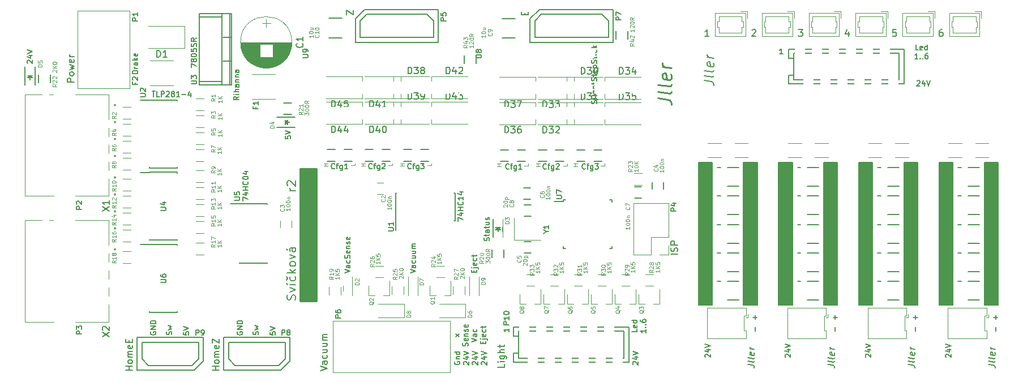
<source format=gbr>
G04 #@! TF.GenerationSoftware,KiCad,Pcbnew,(2017-08-07 revision 2d9ab80b4)-master*
G04 #@! TF.CreationDate,2017-08-10T02:16:17+02:00*
G04 #@! TF.ProjectId,z-module-pcb-r2,7A2D6D6F64756C652D7063622D72322E,rev?*
G04 #@! TF.SameCoordinates,Original*
G04 #@! TF.FileFunction,Legend,Top*
G04 #@! TF.FilePolarity,Positive*
%FSLAX46Y46*%
G04 Gerber Fmt 4.6, Leading zero omitted, Abs format (unit mm)*
G04 Created by KiCad (PCBNEW (2017-08-07 revision 2d9ab80b4)-master) date Thu Aug 10 02:16:17 2017*
%MOMM*%
%LPD*%
G01*
G04 APERTURE LIST*
%ADD10C,0.150000*%
%ADD11C,0.180000*%
%ADD12C,0.130000*%
%ADD13C,0.250000*%
%ADD14C,0.200000*%
%ADD15C,0.120000*%
%ADD16C,0.110000*%
%ADD17C,0.254000*%
%ADD18R,1.050000X1.850000*%
%ADD19R,1.250000X0.950000*%
%ADD20C,1.000000*%
%ADD21R,1.000000X1.000000*%
%ADD22C,0.650000*%
%ADD23C,2.350000*%
%ADD24C,2.650000*%
%ADD25R,1.650000X3.150000*%
%ADD26C,1.750000*%
%ADD27R,1.750000X1.750000*%
%ADD28R,2.650000X1.950000*%
%ADD29R,1.350000X1.350000*%
%ADD30C,1.250000*%
%ADD31R,1.750000X3.650000*%
%ADD32R,0.850000X1.450000*%
%ADD33R,0.950000X1.050000*%
%ADD34R,1.150000X1.400000*%
%ADD35R,1.400000X1.150000*%
%ADD36R,1.550000X1.350000*%
%ADD37R,0.700000X1.750000*%
%ADD38R,1.750000X0.700000*%
%ADD39R,1.450000X0.850000*%
%ADD40O,1.850000X1.850000*%
%ADD41R,1.850000X1.850000*%
%ADD42C,1.849260*%
%ADD43R,1.650000X0.750000*%
%ADD44R,0.750000X1.650000*%
%ADD45R,1.050000X1.350000*%
%ADD46C,3.800000*%
%ADD47R,1.650000X1.650000*%
%ADD48C,1.650000*%
%ADD49R,1.150000X2.650000*%
%ADD50C,1.801000*%
%ADD51O,2.690000X2.182000*%
%ADD52R,1.348880X1.348880*%
%ADD53C,4.150000*%
G04 APERTURE END LIST*
D10*
X255952380Y-119312782D02*
X256666666Y-119402068D01*
X256809523Y-119467544D01*
X256904761Y-119574687D01*
X256952380Y-119723497D01*
X256952380Y-119818735D01*
X256952380Y-118818735D02*
X256904761Y-118908020D01*
X256809523Y-118943735D01*
X255952380Y-118836592D01*
X256952380Y-118294925D02*
X256904761Y-118384211D01*
X256809523Y-118419925D01*
X255952380Y-118312782D01*
X256904761Y-117527068D02*
X256952380Y-117628258D01*
X256952380Y-117818735D01*
X256904761Y-117908020D01*
X256809523Y-117943735D01*
X256428571Y-117896116D01*
X256333333Y-117836592D01*
X256285714Y-117735401D01*
X256285714Y-117544925D01*
X256333333Y-117455639D01*
X256428571Y-117419925D01*
X256523809Y-117431830D01*
X256619047Y-117919925D01*
X256952380Y-117056830D02*
X256285714Y-116973497D01*
X256476190Y-116997306D02*
X256380952Y-116937782D01*
X256333333Y-116884211D01*
X256285714Y-116783020D01*
X256285714Y-116687782D01*
X243952380Y-119312782D02*
X244666666Y-119402068D01*
X244809523Y-119467544D01*
X244904761Y-119574687D01*
X244952380Y-119723497D01*
X244952380Y-119818735D01*
X244952380Y-118818735D02*
X244904761Y-118908020D01*
X244809523Y-118943735D01*
X243952380Y-118836592D01*
X244952380Y-118294925D02*
X244904761Y-118384211D01*
X244809523Y-118419925D01*
X243952380Y-118312782D01*
X244904761Y-117527068D02*
X244952380Y-117628258D01*
X244952380Y-117818735D01*
X244904761Y-117908020D01*
X244809523Y-117943735D01*
X244428571Y-117896116D01*
X244333333Y-117836592D01*
X244285714Y-117735401D01*
X244285714Y-117544925D01*
X244333333Y-117455639D01*
X244428571Y-117419925D01*
X244523809Y-117431830D01*
X244619047Y-117919925D01*
X244952380Y-117056830D02*
X244285714Y-116973497D01*
X244476190Y-116997306D02*
X244380952Y-116937782D01*
X244333333Y-116884211D01*
X244285714Y-116783020D01*
X244285714Y-116687782D01*
X231952380Y-119312782D02*
X232666666Y-119402068D01*
X232809523Y-119467544D01*
X232904761Y-119574687D01*
X232952380Y-119723497D01*
X232952380Y-119818735D01*
X232952380Y-118818735D02*
X232904761Y-118908020D01*
X232809523Y-118943735D01*
X231952380Y-118836592D01*
X232952380Y-118294925D02*
X232904761Y-118384211D01*
X232809523Y-118419925D01*
X231952380Y-118312782D01*
X232904761Y-117527068D02*
X232952380Y-117628258D01*
X232952380Y-117818735D01*
X232904761Y-117908020D01*
X232809523Y-117943735D01*
X232428571Y-117896116D01*
X232333333Y-117836592D01*
X232285714Y-117735401D01*
X232285714Y-117544925D01*
X232333333Y-117455639D01*
X232428571Y-117419925D01*
X232523809Y-117431830D01*
X232619047Y-117919925D01*
X232952380Y-117056830D02*
X232285714Y-116973497D01*
X232476190Y-116997306D02*
X232380952Y-116937782D01*
X232333333Y-116884211D01*
X232285714Y-116783020D01*
X232285714Y-116687782D01*
X219952380Y-119312782D02*
X220666666Y-119402068D01*
X220809523Y-119467544D01*
X220904761Y-119574687D01*
X220952380Y-119723497D01*
X220952380Y-119818735D01*
X220952380Y-118818735D02*
X220904761Y-118908020D01*
X220809523Y-118943735D01*
X219952380Y-118836592D01*
X220952380Y-118294925D02*
X220904761Y-118384211D01*
X220809523Y-118419925D01*
X219952380Y-118312782D01*
X220904761Y-117527068D02*
X220952380Y-117628258D01*
X220952380Y-117818735D01*
X220904761Y-117908020D01*
X220809523Y-117943735D01*
X220428571Y-117896116D01*
X220333333Y-117836592D01*
X220285714Y-117735401D01*
X220285714Y-117544925D01*
X220333333Y-117455639D01*
X220428571Y-117419925D01*
X220523809Y-117431830D01*
X220619047Y-117919925D01*
X220952380Y-117056830D02*
X220285714Y-116973497D01*
X220476190Y-116997306D02*
X220380952Y-116937782D01*
X220333333Y-116884211D01*
X220285714Y-116783020D01*
X220285714Y-116687782D01*
D11*
X213428571Y-76840517D02*
X214500000Y-76974446D01*
X214714285Y-77072660D01*
X214857142Y-77233375D01*
X214928571Y-77456589D01*
X214928571Y-77599446D01*
X214928571Y-76099446D02*
X214857142Y-76233375D01*
X214714285Y-76286946D01*
X213428571Y-76126232D01*
X214928571Y-75313732D02*
X214857142Y-75447660D01*
X214714285Y-75501232D01*
X213428571Y-75340517D01*
X214857142Y-74161946D02*
X214928571Y-74313732D01*
X214928571Y-74599446D01*
X214857142Y-74733375D01*
X214714285Y-74786946D01*
X214142857Y-74715517D01*
X214000000Y-74626232D01*
X213928571Y-74474446D01*
X213928571Y-74188732D01*
X214000000Y-74054803D01*
X214142857Y-74001232D01*
X214285714Y-74019089D01*
X214428571Y-74751232D01*
X214928571Y-73456589D02*
X213928571Y-73331589D01*
X214214285Y-73367303D02*
X214071428Y-73278017D01*
X214000000Y-73197660D01*
X213928571Y-73045875D01*
X213928571Y-72903017D01*
D12*
X225228571Y-72861904D02*
X224771428Y-72861904D01*
X225000000Y-72861904D02*
X225000000Y-72061904D01*
X224923809Y-72176190D01*
X224847619Y-72252380D01*
X224771428Y-72290476D01*
X245297619Y-76888095D02*
X245335714Y-76850000D01*
X245411904Y-76811904D01*
X245602380Y-76811904D01*
X245678571Y-76850000D01*
X245716666Y-76888095D01*
X245754761Y-76964285D01*
X245754761Y-77040476D01*
X245716666Y-77154761D01*
X245259523Y-77611904D01*
X245754761Y-77611904D01*
X246440476Y-77078571D02*
X246440476Y-77611904D01*
X246250000Y-76773809D02*
X246059523Y-77345238D01*
X246554761Y-77345238D01*
X246745238Y-76811904D02*
X247011904Y-77611904D01*
X247278571Y-76811904D01*
X245500857Y-72234904D02*
X245119904Y-72234904D01*
X245119904Y-71434904D01*
X246072285Y-72196809D02*
X245996095Y-72234904D01*
X245843714Y-72234904D01*
X245767523Y-72196809D01*
X245729428Y-72120619D01*
X245729428Y-71815857D01*
X245767523Y-71739666D01*
X245843714Y-71701571D01*
X245996095Y-71701571D01*
X246072285Y-71739666D01*
X246110380Y-71815857D01*
X246110380Y-71892047D01*
X245729428Y-71968238D01*
X246796095Y-72234904D02*
X246796095Y-71434904D01*
X246796095Y-72196809D02*
X246719904Y-72234904D01*
X246567523Y-72234904D01*
X246491333Y-72196809D01*
X246453238Y-72158714D01*
X246415142Y-72082523D01*
X246415142Y-71853952D01*
X246453238Y-71777761D01*
X246491333Y-71739666D01*
X246567523Y-71701571D01*
X246719904Y-71701571D01*
X246796095Y-71739666D01*
X245424666Y-73564904D02*
X244967523Y-73564904D01*
X245196095Y-73564904D02*
X245196095Y-72764904D01*
X245119904Y-72879190D01*
X245043714Y-72955380D01*
X244967523Y-72993476D01*
X245767523Y-73488714D02*
X245805619Y-73526809D01*
X245767523Y-73564904D01*
X245729428Y-73526809D01*
X245767523Y-73488714D01*
X245767523Y-73564904D01*
X246148476Y-73488714D02*
X246186571Y-73526809D01*
X246148476Y-73564904D01*
X246110380Y-73526809D01*
X246148476Y-73488714D01*
X246148476Y-73564904D01*
X246872285Y-72764904D02*
X246719904Y-72764904D01*
X246643714Y-72803000D01*
X246605619Y-72841095D01*
X246529428Y-72955380D01*
X246491333Y-73107761D01*
X246491333Y-73412523D01*
X246529428Y-73488714D01*
X246567523Y-73526809D01*
X246643714Y-73564904D01*
X246796095Y-73564904D01*
X246872285Y-73526809D01*
X246910380Y-73488714D01*
X246948476Y-73412523D01*
X246948476Y-73222047D01*
X246910380Y-73145857D01*
X246872285Y-73107761D01*
X246796095Y-73069666D01*
X246643714Y-73069666D01*
X246567523Y-73107761D01*
X246529428Y-73145857D01*
X246491333Y-73222047D01*
X257057142Y-114304761D02*
X257057142Y-113695238D01*
X257057142Y-112554761D02*
X257057142Y-111945238D01*
X257361904Y-112250000D02*
X256752380Y-112250000D01*
X245057142Y-114304761D02*
X245057142Y-113695238D01*
X245057142Y-112554761D02*
X245057142Y-111945238D01*
X245361904Y-112250000D02*
X244752380Y-112250000D01*
X233057142Y-114304761D02*
X233057142Y-113695238D01*
X233057142Y-112554761D02*
X233057142Y-111945238D01*
X233361904Y-112250000D02*
X232752380Y-112250000D01*
X221057142Y-112554761D02*
X221057142Y-111945238D01*
X221361904Y-112250000D02*
X220752380Y-112250000D01*
X221057142Y-114304761D02*
X221057142Y-113695238D01*
X176167000Y-118878285D02*
X176128904Y-118954476D01*
X176128904Y-119068761D01*
X176167000Y-119183047D01*
X176243190Y-119259238D01*
X176319380Y-119297333D01*
X176471761Y-119335428D01*
X176586047Y-119335428D01*
X176738428Y-119297333D01*
X176814619Y-119259238D01*
X176890809Y-119183047D01*
X176928904Y-119068761D01*
X176928904Y-118992571D01*
X176890809Y-118878285D01*
X176852714Y-118840190D01*
X176586047Y-118840190D01*
X176586047Y-118992571D01*
X176395571Y-118497333D02*
X176928904Y-118497333D01*
X176471761Y-118497333D02*
X176433666Y-118459238D01*
X176395571Y-118383047D01*
X176395571Y-118268761D01*
X176433666Y-118192571D01*
X176509857Y-118154476D01*
X176928904Y-118154476D01*
X176928904Y-117430666D02*
X176128904Y-117430666D01*
X176890809Y-117430666D02*
X176928904Y-117506857D01*
X176928904Y-117659238D01*
X176890809Y-117735428D01*
X176852714Y-117773523D01*
X176776523Y-117811619D01*
X176547952Y-117811619D01*
X176471761Y-117773523D01*
X176433666Y-117735428D01*
X176395571Y-117659238D01*
X176395571Y-117506857D01*
X176433666Y-117430666D01*
X177535095Y-119316380D02*
X177497000Y-119278285D01*
X177458904Y-119202095D01*
X177458904Y-119011619D01*
X177497000Y-118935428D01*
X177535095Y-118897333D01*
X177611285Y-118859238D01*
X177687476Y-118859238D01*
X177801761Y-118897333D01*
X178258904Y-119354476D01*
X178258904Y-118859238D01*
X177725571Y-118173523D02*
X178258904Y-118173523D01*
X177420809Y-118364000D02*
X177992238Y-118554476D01*
X177992238Y-118059238D01*
X177458904Y-117868761D02*
X178258904Y-117602095D01*
X177458904Y-117335428D01*
X178865095Y-119316380D02*
X178827000Y-119278285D01*
X178788904Y-119202095D01*
X178788904Y-119011619D01*
X178827000Y-118935428D01*
X178865095Y-118897333D01*
X178941285Y-118859238D01*
X179017476Y-118859238D01*
X179131761Y-118897333D01*
X179588904Y-119354476D01*
X179588904Y-118859238D01*
X179055571Y-118173523D02*
X179588904Y-118173523D01*
X178750809Y-118364000D02*
X179322238Y-118554476D01*
X179322238Y-118059238D01*
X178788904Y-117868761D02*
X179588904Y-117602095D01*
X178788904Y-117335428D01*
X180195095Y-119316380D02*
X180157000Y-119278285D01*
X180118904Y-119202095D01*
X180118904Y-119011619D01*
X180157000Y-118935428D01*
X180195095Y-118897333D01*
X180271285Y-118859238D01*
X180347476Y-118859238D01*
X180461761Y-118897333D01*
X180918904Y-119354476D01*
X180918904Y-118859238D01*
X180385571Y-118173523D02*
X180918904Y-118173523D01*
X180080809Y-118364000D02*
X180652238Y-118554476D01*
X180652238Y-118059238D01*
X180118904Y-117868761D02*
X180918904Y-117602095D01*
X180118904Y-117335428D01*
X176801904Y-115144523D02*
X176268571Y-114725476D01*
X176268571Y-115144523D02*
X176801904Y-114725476D01*
X178093809Y-116535000D02*
X178131904Y-116420714D01*
X178131904Y-116230238D01*
X178093809Y-116154047D01*
X178055714Y-116115952D01*
X177979523Y-116077857D01*
X177903333Y-116077857D01*
X177827142Y-116115952D01*
X177789047Y-116154047D01*
X177750952Y-116230238D01*
X177712857Y-116382619D01*
X177674761Y-116458809D01*
X177636666Y-116496904D01*
X177560476Y-116535000D01*
X177484285Y-116535000D01*
X177408095Y-116496904D01*
X177370000Y-116458809D01*
X177331904Y-116382619D01*
X177331904Y-116192142D01*
X177370000Y-116077857D01*
X178093809Y-115430238D02*
X178131904Y-115506428D01*
X178131904Y-115658809D01*
X178093809Y-115735000D01*
X178017619Y-115773095D01*
X177712857Y-115773095D01*
X177636666Y-115735000D01*
X177598571Y-115658809D01*
X177598571Y-115506428D01*
X177636666Y-115430238D01*
X177712857Y-115392142D01*
X177789047Y-115392142D01*
X177865238Y-115773095D01*
X177598571Y-115049285D02*
X178131904Y-115049285D01*
X177674761Y-115049285D02*
X177636666Y-115011190D01*
X177598571Y-114935000D01*
X177598571Y-114820714D01*
X177636666Y-114744523D01*
X177712857Y-114706428D01*
X178131904Y-114706428D01*
X178093809Y-114363571D02*
X178131904Y-114287380D01*
X178131904Y-114135000D01*
X178093809Y-114058809D01*
X178017619Y-114020714D01*
X177979523Y-114020714D01*
X177903333Y-114058809D01*
X177865238Y-114135000D01*
X177865238Y-114249285D01*
X177827142Y-114325476D01*
X177750952Y-114363571D01*
X177712857Y-114363571D01*
X177636666Y-114325476D01*
X177598571Y-114249285D01*
X177598571Y-114135000D01*
X177636666Y-114058809D01*
X178093809Y-113373095D02*
X178131904Y-113449285D01*
X178131904Y-113601666D01*
X178093809Y-113677857D01*
X178017619Y-113715952D01*
X177712857Y-113715952D01*
X177636666Y-113677857D01*
X177598571Y-113601666D01*
X177598571Y-113449285D01*
X177636666Y-113373095D01*
X177712857Y-113335000D01*
X177789047Y-113335000D01*
X177865238Y-113715952D01*
X178661904Y-115906428D02*
X179461904Y-115639761D01*
X178661904Y-115373095D01*
X179461904Y-114763571D02*
X179042857Y-114763571D01*
X178966666Y-114801666D01*
X178928571Y-114877857D01*
X178928571Y-115030238D01*
X178966666Y-115106428D01*
X179423809Y-114763571D02*
X179461904Y-114839761D01*
X179461904Y-115030238D01*
X179423809Y-115106428D01*
X179347619Y-115144523D01*
X179271428Y-115144523D01*
X179195238Y-115106428D01*
X179157142Y-115030238D01*
X179157142Y-114839761D01*
X179119047Y-114763571D01*
X179423809Y-114039761D02*
X179461904Y-114115952D01*
X179461904Y-114268333D01*
X179423809Y-114344523D01*
X179385714Y-114382619D01*
X179309523Y-114420714D01*
X179080952Y-114420714D01*
X179004761Y-114382619D01*
X178966666Y-114344523D01*
X178928571Y-114268333D01*
X178928571Y-114115952D01*
X178966666Y-114039761D01*
X180372857Y-116211190D02*
X180372857Y-115944523D01*
X180791904Y-115830238D02*
X180791904Y-116211190D01*
X179991904Y-116211190D01*
X179991904Y-115830238D01*
X180258571Y-115487380D02*
X180944285Y-115487380D01*
X181020476Y-115525476D01*
X181058571Y-115601666D01*
X181058571Y-115639761D01*
X179991904Y-115487380D02*
X180030000Y-115525476D01*
X180068095Y-115487380D01*
X180030000Y-115449285D01*
X179991904Y-115487380D01*
X180068095Y-115487380D01*
X180753809Y-114801666D02*
X180791904Y-114877857D01*
X180791904Y-115030238D01*
X180753809Y-115106428D01*
X180677619Y-115144523D01*
X180372857Y-115144523D01*
X180296666Y-115106428D01*
X180258571Y-115030238D01*
X180258571Y-114877857D01*
X180296666Y-114801666D01*
X180372857Y-114763571D01*
X180449047Y-114763571D01*
X180525238Y-115144523D01*
X180753809Y-114077857D02*
X180791904Y-114154047D01*
X180791904Y-114306428D01*
X180753809Y-114382619D01*
X180715714Y-114420714D01*
X180639523Y-114458809D01*
X180410952Y-114458809D01*
X180334761Y-114420714D01*
X180296666Y-114382619D01*
X180258571Y-114306428D01*
X180258571Y-114154047D01*
X180296666Y-114077857D01*
X180258571Y-113849285D02*
X180258571Y-113544523D01*
X179991904Y-113735000D02*
X180677619Y-113735000D01*
X180753809Y-113696904D01*
X180791904Y-113620714D01*
X180791904Y-113544523D01*
X184257904Y-113944428D02*
X184257904Y-114401571D01*
X184257904Y-114173000D02*
X183457904Y-114173000D01*
X183572190Y-114249190D01*
X183648380Y-114325380D01*
X183686476Y-114401571D01*
X203404904Y-113995142D02*
X203404904Y-114376095D01*
X202604904Y-114376095D01*
X203366809Y-113423714D02*
X203404904Y-113499904D01*
X203404904Y-113652285D01*
X203366809Y-113728476D01*
X203290619Y-113766571D01*
X202985857Y-113766571D01*
X202909666Y-113728476D01*
X202871571Y-113652285D01*
X202871571Y-113499904D01*
X202909666Y-113423714D01*
X202985857Y-113385619D01*
X203062047Y-113385619D01*
X203138238Y-113766571D01*
X203404904Y-112699904D02*
X202604904Y-112699904D01*
X203366809Y-112699904D02*
X203404904Y-112776095D01*
X203404904Y-112928476D01*
X203366809Y-113004666D01*
X203328714Y-113042761D01*
X203252523Y-113080857D01*
X203023952Y-113080857D01*
X202947761Y-113042761D01*
X202909666Y-113004666D01*
X202871571Y-112928476D01*
X202871571Y-112776095D01*
X202909666Y-112699904D01*
X204734904Y-114071333D02*
X204734904Y-114528476D01*
X204734904Y-114299904D02*
X203934904Y-114299904D01*
X204049190Y-114376095D01*
X204125380Y-114452285D01*
X204163476Y-114528476D01*
X204658714Y-113728476D02*
X204696809Y-113690380D01*
X204734904Y-113728476D01*
X204696809Y-113766571D01*
X204658714Y-113728476D01*
X204734904Y-113728476D01*
X204658714Y-113347523D02*
X204696809Y-113309428D01*
X204734904Y-113347523D01*
X204696809Y-113385619D01*
X204658714Y-113347523D01*
X204734904Y-113347523D01*
X203934904Y-112623714D02*
X203934904Y-112776095D01*
X203973000Y-112852285D01*
X204011095Y-112890380D01*
X204125380Y-112966571D01*
X204277761Y-113004666D01*
X204582523Y-113004666D01*
X204658714Y-112966571D01*
X204696809Y-112928476D01*
X204734904Y-112852285D01*
X204734904Y-112699904D01*
X204696809Y-112623714D01*
X204658714Y-112585619D01*
X204582523Y-112547523D01*
X204392047Y-112547523D01*
X204315857Y-112585619D01*
X204277761Y-112623714D01*
X204239666Y-112699904D01*
X204239666Y-112852285D01*
X204277761Y-112928476D01*
X204315857Y-112966571D01*
X204392047Y-113004666D01*
X202838095Y-119316380D02*
X202800000Y-119278285D01*
X202761904Y-119202095D01*
X202761904Y-119011619D01*
X202800000Y-118935428D01*
X202838095Y-118897333D01*
X202914285Y-118859238D01*
X202990476Y-118859238D01*
X203104761Y-118897333D01*
X203561904Y-119354476D01*
X203561904Y-118859238D01*
X203028571Y-118173523D02*
X203561904Y-118173523D01*
X202723809Y-118364000D02*
X203295238Y-118554476D01*
X203295238Y-118059238D01*
X202761904Y-117868761D02*
X203561904Y-117602095D01*
X202761904Y-117335428D01*
X148532904Y-114452380D02*
X148532904Y-114833333D01*
X148913857Y-114871428D01*
X148875761Y-114833333D01*
X148837666Y-114757142D01*
X148837666Y-114566666D01*
X148875761Y-114490476D01*
X148913857Y-114452380D01*
X148990047Y-114414285D01*
X149180523Y-114414285D01*
X149256714Y-114452380D01*
X149294809Y-114490476D01*
X149332904Y-114566666D01*
X149332904Y-114757142D01*
X149294809Y-114833333D01*
X149256714Y-114871428D01*
X148532904Y-114185714D02*
X149332904Y-113919047D01*
X148532904Y-113652380D01*
X143618000Y-114421523D02*
X143579904Y-114497714D01*
X143579904Y-114612000D01*
X143618000Y-114726285D01*
X143694190Y-114802476D01*
X143770380Y-114840571D01*
X143922761Y-114878666D01*
X144037047Y-114878666D01*
X144189428Y-114840571D01*
X144265619Y-114802476D01*
X144341809Y-114726285D01*
X144379904Y-114612000D01*
X144379904Y-114535809D01*
X144341809Y-114421523D01*
X144303714Y-114383428D01*
X144037047Y-114383428D01*
X144037047Y-114535809D01*
X144379904Y-114040571D02*
X143579904Y-114040571D01*
X144379904Y-113583428D01*
X143579904Y-113583428D01*
X144379904Y-113202476D02*
X143579904Y-113202476D01*
X143579904Y-113012000D01*
X143618000Y-112897714D01*
X143694190Y-112821523D01*
X143770380Y-112783428D01*
X143922761Y-112745333D01*
X144037047Y-112745333D01*
X144189428Y-112783428D01*
X144265619Y-112821523D01*
X144341809Y-112897714D01*
X144379904Y-113012000D01*
X144379904Y-113202476D01*
X146754809Y-114820619D02*
X146792904Y-114706333D01*
X146792904Y-114515857D01*
X146754809Y-114439666D01*
X146716714Y-114401571D01*
X146640523Y-114363476D01*
X146564333Y-114363476D01*
X146488142Y-114401571D01*
X146450047Y-114439666D01*
X146411952Y-114515857D01*
X146373857Y-114668238D01*
X146335761Y-114744428D01*
X146297666Y-114782523D01*
X146221476Y-114820619D01*
X146145285Y-114820619D01*
X146069095Y-114782523D01*
X146031000Y-114744428D01*
X145992904Y-114668238D01*
X145992904Y-114477761D01*
X146031000Y-114363476D01*
X146259571Y-114096809D02*
X146792904Y-113944428D01*
X146411952Y-113792047D01*
X146792904Y-113639666D01*
X146259571Y-113487285D01*
X189840222Y-89999212D02*
X189802127Y-90037307D01*
X189687841Y-90075402D01*
X189611651Y-90075402D01*
X189497365Y-90037307D01*
X189421174Y-89961117D01*
X189383079Y-89884926D01*
X189344984Y-89732545D01*
X189344984Y-89618259D01*
X189383079Y-89465878D01*
X189421174Y-89389688D01*
X189497365Y-89313498D01*
X189611651Y-89275402D01*
X189687841Y-89275402D01*
X189802127Y-89313498D01*
X189840222Y-89351593D01*
X190068793Y-89542069D02*
X190373555Y-89542069D01*
X190183079Y-90075402D02*
X190183079Y-89389688D01*
X190221174Y-89313498D01*
X190297365Y-89275402D01*
X190373555Y-89275402D01*
X190983079Y-89542069D02*
X190983079Y-90189688D01*
X190944984Y-90265878D01*
X190906889Y-90303974D01*
X190830698Y-90342069D01*
X190716412Y-90342069D01*
X190640222Y-90303974D01*
X190983079Y-90037307D02*
X190906889Y-90075402D01*
X190754508Y-90075402D01*
X190678317Y-90037307D01*
X190640222Y-89999212D01*
X190602127Y-89923021D01*
X190602127Y-89694450D01*
X190640222Y-89618259D01*
X190678317Y-89580164D01*
X190754508Y-89542069D01*
X190906889Y-89542069D01*
X190983079Y-89580164D01*
X191325936Y-89351593D02*
X191364032Y-89313498D01*
X191440222Y-89275402D01*
X191630698Y-89275402D01*
X191706889Y-89313498D01*
X191744984Y-89351593D01*
X191783079Y-89427783D01*
X191783079Y-89503974D01*
X191744984Y-89618259D01*
X191287841Y-90075402D01*
X191783079Y-90075402D01*
X158210190Y-89961714D02*
X158172095Y-89999809D01*
X158057809Y-90037904D01*
X157981619Y-90037904D01*
X157867333Y-89999809D01*
X157791142Y-89923619D01*
X157753047Y-89847428D01*
X157714952Y-89695047D01*
X157714952Y-89580761D01*
X157753047Y-89428380D01*
X157791142Y-89352190D01*
X157867333Y-89276000D01*
X157981619Y-89237904D01*
X158057809Y-89237904D01*
X158172095Y-89276000D01*
X158210190Y-89314095D01*
X158438761Y-89504571D02*
X158743523Y-89504571D01*
X158553047Y-90037904D02*
X158553047Y-89352190D01*
X158591142Y-89276000D01*
X158667333Y-89237904D01*
X158743523Y-89237904D01*
X159353047Y-89504571D02*
X159353047Y-90152190D01*
X159314952Y-90228380D01*
X159276857Y-90266476D01*
X159200666Y-90304571D01*
X159086380Y-90304571D01*
X159010190Y-90266476D01*
X159353047Y-89999809D02*
X159276857Y-90037904D01*
X159124476Y-90037904D01*
X159048285Y-89999809D01*
X159010190Y-89961714D01*
X158972095Y-89885523D01*
X158972095Y-89656952D01*
X159010190Y-89580761D01*
X159048285Y-89542666D01*
X159124476Y-89504571D01*
X159276857Y-89504571D01*
X159353047Y-89542666D01*
X160153047Y-90037904D02*
X159695904Y-90037904D01*
X159924476Y-90037904D02*
X159924476Y-89237904D01*
X159848285Y-89352190D01*
X159772095Y-89428380D01*
X159695904Y-89466476D01*
X163798190Y-89961714D02*
X163760095Y-89999809D01*
X163645809Y-90037904D01*
X163569619Y-90037904D01*
X163455333Y-89999809D01*
X163379142Y-89923619D01*
X163341047Y-89847428D01*
X163302952Y-89695047D01*
X163302952Y-89580761D01*
X163341047Y-89428380D01*
X163379142Y-89352190D01*
X163455333Y-89276000D01*
X163569619Y-89237904D01*
X163645809Y-89237904D01*
X163760095Y-89276000D01*
X163798190Y-89314095D01*
X164026761Y-89504571D02*
X164331523Y-89504571D01*
X164141047Y-90037904D02*
X164141047Y-89352190D01*
X164179142Y-89276000D01*
X164255333Y-89237904D01*
X164331523Y-89237904D01*
X164941047Y-89504571D02*
X164941047Y-90152190D01*
X164902952Y-90228380D01*
X164864857Y-90266476D01*
X164788666Y-90304571D01*
X164674380Y-90304571D01*
X164598190Y-90266476D01*
X164941047Y-89999809D02*
X164864857Y-90037904D01*
X164712476Y-90037904D01*
X164636285Y-89999809D01*
X164598190Y-89961714D01*
X164560095Y-89885523D01*
X164560095Y-89656952D01*
X164598190Y-89580761D01*
X164636285Y-89542666D01*
X164712476Y-89504571D01*
X164864857Y-89504571D01*
X164941047Y-89542666D01*
X165283904Y-89314095D02*
X165322000Y-89276000D01*
X165398190Y-89237904D01*
X165588666Y-89237904D01*
X165664857Y-89276000D01*
X165702952Y-89314095D01*
X165741047Y-89390285D01*
X165741047Y-89466476D01*
X165702952Y-89580761D01*
X165245809Y-90037904D01*
X165741047Y-90037904D01*
X169640190Y-89961714D02*
X169602095Y-89999809D01*
X169487809Y-90037904D01*
X169411619Y-90037904D01*
X169297333Y-89999809D01*
X169221142Y-89923619D01*
X169183047Y-89847428D01*
X169144952Y-89695047D01*
X169144952Y-89580761D01*
X169183047Y-89428380D01*
X169221142Y-89352190D01*
X169297333Y-89276000D01*
X169411619Y-89237904D01*
X169487809Y-89237904D01*
X169602095Y-89276000D01*
X169640190Y-89314095D01*
X169868761Y-89504571D02*
X170173523Y-89504571D01*
X169983047Y-90037904D02*
X169983047Y-89352190D01*
X170021142Y-89276000D01*
X170097333Y-89237904D01*
X170173523Y-89237904D01*
X170783047Y-89504571D02*
X170783047Y-90152190D01*
X170744952Y-90228380D01*
X170706857Y-90266476D01*
X170630666Y-90304571D01*
X170516380Y-90304571D01*
X170440190Y-90266476D01*
X170783047Y-89999809D02*
X170706857Y-90037904D01*
X170554476Y-90037904D01*
X170478285Y-89999809D01*
X170440190Y-89961714D01*
X170402095Y-89885523D01*
X170402095Y-89656952D01*
X170440190Y-89580761D01*
X170478285Y-89542666D01*
X170554476Y-89504571D01*
X170706857Y-89504571D01*
X170783047Y-89542666D01*
X171087809Y-89237904D02*
X171583047Y-89237904D01*
X171316380Y-89542666D01*
X171430666Y-89542666D01*
X171506857Y-89580761D01*
X171544952Y-89618857D01*
X171583047Y-89695047D01*
X171583047Y-89885523D01*
X171544952Y-89961714D01*
X171506857Y-89999809D01*
X171430666Y-90037904D01*
X171202095Y-90037904D01*
X171125904Y-89999809D01*
X171087809Y-89961714D01*
D13*
X206549761Y-79464502D02*
X207978333Y-79643074D01*
X208264047Y-79774026D01*
X208454523Y-79988312D01*
X208549761Y-80285931D01*
X208549761Y-80476407D01*
X208549761Y-78476407D02*
X208454523Y-78654979D01*
X208264047Y-78726407D01*
X206549761Y-78512122D01*
X208549761Y-77428788D02*
X208454523Y-77607360D01*
X208264047Y-77678788D01*
X206549761Y-77464502D01*
X208454523Y-75893074D02*
X208549761Y-76095455D01*
X208549761Y-76476407D01*
X208454523Y-76654979D01*
X208264047Y-76726407D01*
X207502142Y-76631169D01*
X207311666Y-76512122D01*
X207216428Y-76309741D01*
X207216428Y-75928788D01*
X207311666Y-75750217D01*
X207502142Y-75678788D01*
X207692619Y-75702598D01*
X207883095Y-76678788D01*
X208549761Y-74952598D02*
X207216428Y-74785931D01*
X207597380Y-74833550D02*
X207406904Y-74714502D01*
X207311666Y-74607360D01*
X207216428Y-74404979D01*
X207216428Y-74214502D01*
D14*
X152291190Y-109625285D02*
X152353095Y-109439571D01*
X152353095Y-109130047D01*
X152291190Y-109006238D01*
X152229285Y-108944333D01*
X152105476Y-108882428D01*
X151981666Y-108882428D01*
X151857857Y-108944333D01*
X151795952Y-109006238D01*
X151734047Y-109130047D01*
X151672142Y-109377666D01*
X151610238Y-109501476D01*
X151548333Y-109563380D01*
X151424523Y-109625285D01*
X151300714Y-109625285D01*
X151176904Y-109563380D01*
X151115000Y-109501476D01*
X151053095Y-109377666D01*
X151053095Y-109068142D01*
X151115000Y-108882428D01*
X151486428Y-108449095D02*
X152353095Y-108139571D01*
X151486428Y-107830047D01*
X152353095Y-107334809D02*
X151486428Y-107334809D01*
X150991190Y-107211000D02*
X151176904Y-107396714D01*
X152291190Y-106158619D02*
X152353095Y-106282428D01*
X152353095Y-106530047D01*
X152291190Y-106653857D01*
X152229285Y-106715761D01*
X152105476Y-106777666D01*
X151734047Y-106777666D01*
X151610238Y-106715761D01*
X151548333Y-106653857D01*
X151486428Y-106530047D01*
X151486428Y-106282428D01*
X151548333Y-106158619D01*
X150991190Y-106653857D02*
X151176904Y-106406238D01*
X150991190Y-106158619D01*
X152353095Y-105601476D02*
X151053095Y-105601476D01*
X151857857Y-105477666D02*
X152353095Y-105106238D01*
X151486428Y-105106238D02*
X151981666Y-105601476D01*
X152353095Y-104363380D02*
X152291190Y-104487190D01*
X152229285Y-104549095D01*
X152105476Y-104611000D01*
X151734047Y-104611000D01*
X151610238Y-104549095D01*
X151548333Y-104487190D01*
X151486428Y-104363380D01*
X151486428Y-104177666D01*
X151548333Y-104053857D01*
X151610238Y-103991952D01*
X151734047Y-103930047D01*
X152105476Y-103930047D01*
X152229285Y-103991952D01*
X152291190Y-104053857D01*
X152353095Y-104177666D01*
X152353095Y-104363380D01*
X151486428Y-103496714D02*
X152353095Y-103187190D01*
X151486428Y-102877666D01*
X152353095Y-101825285D02*
X151672142Y-101825285D01*
X151548333Y-101887190D01*
X151486428Y-102011000D01*
X151486428Y-102258619D01*
X151548333Y-102382428D01*
X152291190Y-101825285D02*
X152353095Y-101949095D01*
X152353095Y-102258619D01*
X152291190Y-102382428D01*
X152167380Y-102444333D01*
X152043571Y-102444333D01*
X151919761Y-102382428D01*
X151857857Y-102258619D01*
X151857857Y-101949095D01*
X151795952Y-101825285D01*
X150991190Y-102011000D02*
X151176904Y-102196714D01*
X152353095Y-93282428D02*
X151486428Y-93282428D01*
X151734047Y-93282428D02*
X151610238Y-93220523D01*
X151548333Y-93158619D01*
X151486428Y-93034809D01*
X151486428Y-92911000D01*
X151176904Y-92539571D02*
X151115000Y-92477666D01*
X151053095Y-92353857D01*
X151053095Y-92044333D01*
X151115000Y-91920523D01*
X151176904Y-91858619D01*
X151300714Y-91796714D01*
X151424523Y-91796714D01*
X151610238Y-91858619D01*
X152353095Y-92601476D01*
X152353095Y-91796714D01*
D12*
X133800809Y-114820619D02*
X133838904Y-114706333D01*
X133838904Y-114515857D01*
X133800809Y-114439666D01*
X133762714Y-114401571D01*
X133686523Y-114363476D01*
X133610333Y-114363476D01*
X133534142Y-114401571D01*
X133496047Y-114439666D01*
X133457952Y-114515857D01*
X133419857Y-114668238D01*
X133381761Y-114744428D01*
X133343666Y-114782523D01*
X133267476Y-114820619D01*
X133191285Y-114820619D01*
X133115095Y-114782523D01*
X133077000Y-114744428D01*
X133038904Y-114668238D01*
X133038904Y-114477761D01*
X133077000Y-114363476D01*
X133305571Y-114096809D02*
X133838904Y-113944428D01*
X133457952Y-113792047D01*
X133838904Y-113639666D01*
X133305571Y-113487285D01*
X130664000Y-114421523D02*
X130625904Y-114497714D01*
X130625904Y-114612000D01*
X130664000Y-114726285D01*
X130740190Y-114802476D01*
X130816380Y-114840571D01*
X130968761Y-114878666D01*
X131083047Y-114878666D01*
X131235428Y-114840571D01*
X131311619Y-114802476D01*
X131387809Y-114726285D01*
X131425904Y-114612000D01*
X131425904Y-114535809D01*
X131387809Y-114421523D01*
X131349714Y-114383428D01*
X131083047Y-114383428D01*
X131083047Y-114535809D01*
X131425904Y-114040571D02*
X130625904Y-114040571D01*
X131425904Y-113583428D01*
X130625904Y-113583428D01*
X131425904Y-113202476D02*
X130625904Y-113202476D01*
X130625904Y-113012000D01*
X130664000Y-112897714D01*
X130740190Y-112821523D01*
X130816380Y-112783428D01*
X130968761Y-112745333D01*
X131083047Y-112745333D01*
X131235428Y-112783428D01*
X131311619Y-112821523D01*
X131387809Y-112897714D01*
X131425904Y-113012000D01*
X131425904Y-113202476D01*
X135578904Y-114452380D02*
X135578904Y-114833333D01*
X135959857Y-114871428D01*
X135921761Y-114833333D01*
X135883666Y-114757142D01*
X135883666Y-114566666D01*
X135921761Y-114490476D01*
X135959857Y-114452380D01*
X136036047Y-114414285D01*
X136226523Y-114414285D01*
X136302714Y-114452380D01*
X136340809Y-114490476D01*
X136378904Y-114566666D01*
X136378904Y-114757142D01*
X136340809Y-114833333D01*
X136302714Y-114871428D01*
X135578904Y-114185714D02*
X136378904Y-113919047D01*
X135578904Y-113652380D01*
X184252222Y-89999212D02*
X184214127Y-90037307D01*
X184099841Y-90075402D01*
X184023651Y-90075402D01*
X183909365Y-90037307D01*
X183833174Y-89961117D01*
X183795079Y-89884926D01*
X183756984Y-89732545D01*
X183756984Y-89618259D01*
X183795079Y-89465878D01*
X183833174Y-89389688D01*
X183909365Y-89313498D01*
X184023651Y-89275402D01*
X184099841Y-89275402D01*
X184214127Y-89313498D01*
X184252222Y-89351593D01*
X184480793Y-89542069D02*
X184785555Y-89542069D01*
X184595079Y-90075402D02*
X184595079Y-89389688D01*
X184633174Y-89313498D01*
X184709365Y-89275402D01*
X184785555Y-89275402D01*
X185395079Y-89542069D02*
X185395079Y-90189688D01*
X185356984Y-90265878D01*
X185318889Y-90303974D01*
X185242698Y-90342069D01*
X185128412Y-90342069D01*
X185052222Y-90303974D01*
X185395079Y-90037307D02*
X185318889Y-90075402D01*
X185166508Y-90075402D01*
X185090317Y-90037307D01*
X185052222Y-89999212D01*
X185014127Y-89923021D01*
X185014127Y-89694450D01*
X185052222Y-89618259D01*
X185090317Y-89580164D01*
X185166508Y-89542069D01*
X185318889Y-89542069D01*
X185395079Y-89580164D01*
X186195079Y-90075402D02*
X185737936Y-90075402D01*
X185966508Y-90075402D02*
X185966508Y-89275402D01*
X185890317Y-89389688D01*
X185814127Y-89465878D01*
X185737936Y-89503974D01*
X195682222Y-89999212D02*
X195644127Y-90037307D01*
X195529841Y-90075402D01*
X195453651Y-90075402D01*
X195339365Y-90037307D01*
X195263174Y-89961117D01*
X195225079Y-89884926D01*
X195186984Y-89732545D01*
X195186984Y-89618259D01*
X195225079Y-89465878D01*
X195263174Y-89389688D01*
X195339365Y-89313498D01*
X195453651Y-89275402D01*
X195529841Y-89275402D01*
X195644127Y-89313498D01*
X195682222Y-89351593D01*
X195910793Y-89542069D02*
X196215555Y-89542069D01*
X196025079Y-90075402D02*
X196025079Y-89389688D01*
X196063174Y-89313498D01*
X196139365Y-89275402D01*
X196215555Y-89275402D01*
X196825079Y-89542069D02*
X196825079Y-90189688D01*
X196786984Y-90265878D01*
X196748889Y-90303974D01*
X196672698Y-90342069D01*
X196558412Y-90342069D01*
X196482222Y-90303974D01*
X196825079Y-90037307D02*
X196748889Y-90075402D01*
X196596508Y-90075402D01*
X196520317Y-90037307D01*
X196482222Y-89999212D01*
X196444127Y-89923021D01*
X196444127Y-89694450D01*
X196482222Y-89618259D01*
X196520317Y-89580164D01*
X196596508Y-89542069D01*
X196748889Y-89542069D01*
X196825079Y-89580164D01*
X197129841Y-89275402D02*
X197625079Y-89275402D01*
X197358412Y-89580164D01*
X197472698Y-89580164D01*
X197548889Y-89618259D01*
X197586984Y-89656355D01*
X197625079Y-89732545D01*
X197625079Y-89923021D01*
X197586984Y-89999212D01*
X197548889Y-90037307D01*
X197472698Y-90075402D01*
X197244127Y-90075402D01*
X197167936Y-90037307D01*
X197129841Y-89999212D01*
D15*
X244000000Y-88320000D02*
X242000000Y-88320000D01*
X242000000Y-86180000D02*
X244000000Y-86180000D01*
X240000000Y-88320000D02*
X238000000Y-88320000D01*
X238000000Y-86180000D02*
X240000000Y-86180000D01*
D10*
X239400000Y-94100000D02*
X239900000Y-94100000D01*
X242600000Y-96900000D02*
X240900000Y-96900000D01*
X242600000Y-94100000D02*
X240900000Y-94100000D01*
X242600000Y-89850000D02*
X240900000Y-89850000D01*
X242600000Y-92650000D02*
X240900000Y-92650000D01*
X239400000Y-89850000D02*
X239900000Y-89850000D01*
X242600000Y-98350000D02*
X240900000Y-98350000D01*
X242600000Y-101150000D02*
X240900000Y-101150000D01*
X239400000Y-98350000D02*
X239900000Y-98350000D01*
X254600000Y-94100000D02*
X252900000Y-94100000D01*
X254600000Y-96900000D02*
X252900000Y-96900000D01*
X251400000Y-94100000D02*
X251900000Y-94100000D01*
D15*
X249900000Y-115400000D02*
X249900000Y-113125000D01*
X255700000Y-115400000D02*
X249900000Y-115400000D01*
X255700000Y-114250000D02*
X255700000Y-115400000D01*
X255400000Y-114250000D02*
X255700000Y-114250000D01*
X255400000Y-113125000D02*
X255400000Y-114250000D01*
X249900000Y-110850000D02*
X249900000Y-113125000D01*
X255700000Y-110850000D02*
X249900000Y-110850000D01*
X255700000Y-112000000D02*
X255700000Y-110850000D01*
X255400000Y-112000000D02*
X255700000Y-112000000D01*
X255400000Y-113125000D02*
X255400000Y-112000000D01*
X255950000Y-112250000D02*
X255950000Y-111750000D01*
X255650000Y-112250000D02*
X255950000Y-112250000D01*
D10*
X251400000Y-89850000D02*
X251900000Y-89850000D01*
X254600000Y-92650000D02*
X252900000Y-92650000D01*
X254600000Y-89850000D02*
X252900000Y-89850000D01*
D15*
X250000000Y-86180000D02*
X252000000Y-86180000D01*
X252000000Y-88320000D02*
X250000000Y-88320000D01*
D10*
X251400000Y-102600000D02*
X251900000Y-102600000D01*
X254600000Y-105400000D02*
X252900000Y-105400000D01*
X254600000Y-102600000D02*
X252900000Y-102600000D01*
D15*
X254000000Y-86180000D02*
X256000000Y-86180000D01*
X256000000Y-88320000D02*
X254000000Y-88320000D01*
D10*
X254600000Y-106850000D02*
X252900000Y-106850000D01*
X254600000Y-109650000D02*
X252900000Y-109650000D01*
X251400000Y-106850000D02*
X251900000Y-106850000D01*
X251400000Y-98350000D02*
X251900000Y-98350000D01*
X254600000Y-101150000D02*
X252900000Y-101150000D01*
X254600000Y-98350000D02*
X252900000Y-98350000D01*
X239400000Y-106850000D02*
X239900000Y-106850000D01*
X242600000Y-109650000D02*
X240900000Y-109650000D01*
X242600000Y-106850000D02*
X240900000Y-106850000D01*
D15*
X243650000Y-112250000D02*
X243950000Y-112250000D01*
X243950000Y-112250000D02*
X243950000Y-111750000D01*
X243400000Y-113125000D02*
X243400000Y-112000000D01*
X243400000Y-112000000D02*
X243700000Y-112000000D01*
X243700000Y-112000000D02*
X243700000Y-110850000D01*
X243700000Y-110850000D02*
X237900000Y-110850000D01*
X237900000Y-110850000D02*
X237900000Y-113125000D01*
X243400000Y-113125000D02*
X243400000Y-114250000D01*
X243400000Y-114250000D02*
X243700000Y-114250000D01*
X243700000Y-114250000D02*
X243700000Y-115400000D01*
X243700000Y-115400000D02*
X237900000Y-115400000D01*
X237900000Y-115400000D02*
X237900000Y-113125000D01*
D10*
X242600000Y-102600000D02*
X240900000Y-102600000D01*
X242600000Y-105400000D02*
X240900000Y-105400000D01*
X239400000Y-102600000D02*
X239900000Y-102600000D01*
X230600000Y-106850000D02*
X228900000Y-106850000D01*
X230600000Y-109650000D02*
X228900000Y-109650000D01*
X227400000Y-106850000D02*
X227900000Y-106850000D01*
D15*
X226000000Y-86180000D02*
X228000000Y-86180000D01*
X228000000Y-88320000D02*
X226000000Y-88320000D01*
X225900000Y-115400000D02*
X225900000Y-113125000D01*
X231700000Y-115400000D02*
X225900000Y-115400000D01*
X231700000Y-114250000D02*
X231700000Y-115400000D01*
X231400000Y-114250000D02*
X231700000Y-114250000D01*
X231400000Y-113125000D02*
X231400000Y-114250000D01*
X225900000Y-110850000D02*
X225900000Y-113125000D01*
X231700000Y-110850000D02*
X225900000Y-110850000D01*
X231700000Y-112000000D02*
X231700000Y-110850000D01*
X231400000Y-112000000D02*
X231700000Y-112000000D01*
X231400000Y-113125000D02*
X231400000Y-112000000D01*
X231950000Y-112250000D02*
X231950000Y-111750000D01*
X231650000Y-112250000D02*
X231950000Y-112250000D01*
D10*
X227400000Y-102600000D02*
X227900000Y-102600000D01*
X230600000Y-105400000D02*
X228900000Y-105400000D01*
X230600000Y-102600000D02*
X228900000Y-102600000D01*
X227400000Y-98350000D02*
X227900000Y-98350000D01*
X230600000Y-101150000D02*
X228900000Y-101150000D01*
X230600000Y-98350000D02*
X228900000Y-98350000D01*
X230600000Y-94100000D02*
X228900000Y-94100000D01*
X230600000Y-96900000D02*
X228900000Y-96900000D01*
X227400000Y-94100000D02*
X227900000Y-94100000D01*
X227400000Y-89850000D02*
X227900000Y-89850000D01*
X230600000Y-92650000D02*
X228900000Y-92650000D01*
X230600000Y-89850000D02*
X228900000Y-89850000D01*
D15*
X230000000Y-86180000D02*
X232000000Y-86180000D01*
X232000000Y-88320000D02*
X230000000Y-88320000D01*
X254650000Y-70225000D02*
X254650000Y-66725000D01*
X254650000Y-66725000D02*
X250100000Y-66725000D01*
X250100000Y-66725000D02*
X250100000Y-70225000D01*
X250100000Y-70225000D02*
X254650000Y-70225000D01*
X252375000Y-67275000D02*
X254100000Y-67275000D01*
X254100000Y-67275000D02*
X254100000Y-68000000D01*
X254100000Y-68000000D02*
X254300000Y-68000000D01*
X254300000Y-68000000D02*
X254300000Y-68800000D01*
X254300000Y-68800000D02*
X254100000Y-68800000D01*
X254100000Y-68800000D02*
X254100000Y-69675000D01*
X254100000Y-69675000D02*
X252375000Y-69675000D01*
X252375000Y-67275000D02*
X250650000Y-67275000D01*
X250650000Y-67275000D02*
X250650000Y-68000000D01*
X250650000Y-68000000D02*
X250450000Y-68000000D01*
X250450000Y-68000000D02*
X250450000Y-68800000D01*
X250450000Y-68800000D02*
X250650000Y-68800000D01*
X250650000Y-68800000D02*
X250650000Y-69675000D01*
X250650000Y-69675000D02*
X252375000Y-69675000D01*
X254900000Y-66475000D02*
X254900000Y-67475000D01*
X254900000Y-66475000D02*
X253900000Y-66475000D01*
X219900000Y-66475000D02*
X218900000Y-66475000D01*
X219900000Y-66475000D02*
X219900000Y-67475000D01*
X215650000Y-69675000D02*
X217375000Y-69675000D01*
X215650000Y-68800000D02*
X215650000Y-69675000D01*
X215450000Y-68800000D02*
X215650000Y-68800000D01*
X215450000Y-68000000D02*
X215450000Y-68800000D01*
X215650000Y-68000000D02*
X215450000Y-68000000D01*
X215650000Y-67275000D02*
X215650000Y-68000000D01*
X217375000Y-67275000D02*
X215650000Y-67275000D01*
X219100000Y-69675000D02*
X217375000Y-69675000D01*
X219100000Y-68800000D02*
X219100000Y-69675000D01*
X219300000Y-68800000D02*
X219100000Y-68800000D01*
X219300000Y-68000000D02*
X219300000Y-68800000D01*
X219100000Y-68000000D02*
X219300000Y-68000000D01*
X219100000Y-67275000D02*
X219100000Y-68000000D01*
X217375000Y-67275000D02*
X219100000Y-67275000D01*
X215100000Y-70225000D02*
X219650000Y-70225000D01*
X215100000Y-66725000D02*
X215100000Y-70225000D01*
X219650000Y-66725000D02*
X215100000Y-66725000D01*
X219650000Y-70225000D02*
X219650000Y-66725000D01*
X226650000Y-70225000D02*
X226650000Y-66725000D01*
X226650000Y-66725000D02*
X222100000Y-66725000D01*
X222100000Y-66725000D02*
X222100000Y-70225000D01*
X222100000Y-70225000D02*
X226650000Y-70225000D01*
X224375000Y-67275000D02*
X226100000Y-67275000D01*
X226100000Y-67275000D02*
X226100000Y-68000000D01*
X226100000Y-68000000D02*
X226300000Y-68000000D01*
X226300000Y-68000000D02*
X226300000Y-68800000D01*
X226300000Y-68800000D02*
X226100000Y-68800000D01*
X226100000Y-68800000D02*
X226100000Y-69675000D01*
X226100000Y-69675000D02*
X224375000Y-69675000D01*
X224375000Y-67275000D02*
X222650000Y-67275000D01*
X222650000Y-67275000D02*
X222650000Y-68000000D01*
X222650000Y-68000000D02*
X222450000Y-68000000D01*
X222450000Y-68000000D02*
X222450000Y-68800000D01*
X222450000Y-68800000D02*
X222650000Y-68800000D01*
X222650000Y-68800000D02*
X222650000Y-69675000D01*
X222650000Y-69675000D02*
X224375000Y-69675000D01*
X226900000Y-66475000D02*
X226900000Y-67475000D01*
X226900000Y-66475000D02*
X225900000Y-66475000D01*
X233900000Y-66475000D02*
X232900000Y-66475000D01*
X233900000Y-66475000D02*
X233900000Y-67475000D01*
X229650000Y-69675000D02*
X231375000Y-69675000D01*
X229650000Y-68800000D02*
X229650000Y-69675000D01*
X229450000Y-68800000D02*
X229650000Y-68800000D01*
X229450000Y-68000000D02*
X229450000Y-68800000D01*
X229650000Y-68000000D02*
X229450000Y-68000000D01*
X229650000Y-67275000D02*
X229650000Y-68000000D01*
X231375000Y-67275000D02*
X229650000Y-67275000D01*
X233100000Y-69675000D02*
X231375000Y-69675000D01*
X233100000Y-68800000D02*
X233100000Y-69675000D01*
X233300000Y-68800000D02*
X233100000Y-68800000D01*
X233300000Y-68000000D02*
X233300000Y-68800000D01*
X233100000Y-68000000D02*
X233300000Y-68000000D01*
X233100000Y-67275000D02*
X233100000Y-68000000D01*
X231375000Y-67275000D02*
X233100000Y-67275000D01*
X229100000Y-70225000D02*
X233650000Y-70225000D01*
X229100000Y-66725000D02*
X229100000Y-70225000D01*
X233650000Y-66725000D02*
X229100000Y-66725000D01*
X233650000Y-70225000D02*
X233650000Y-66725000D01*
X240650000Y-70225000D02*
X240650000Y-66725000D01*
X240650000Y-66725000D02*
X236100000Y-66725000D01*
X236100000Y-66725000D02*
X236100000Y-70225000D01*
X236100000Y-70225000D02*
X240650000Y-70225000D01*
X238375000Y-67275000D02*
X240100000Y-67275000D01*
X240100000Y-67275000D02*
X240100000Y-68000000D01*
X240100000Y-68000000D02*
X240300000Y-68000000D01*
X240300000Y-68000000D02*
X240300000Y-68800000D01*
X240300000Y-68800000D02*
X240100000Y-68800000D01*
X240100000Y-68800000D02*
X240100000Y-69675000D01*
X240100000Y-69675000D02*
X238375000Y-69675000D01*
X238375000Y-67275000D02*
X236650000Y-67275000D01*
X236650000Y-67275000D02*
X236650000Y-68000000D01*
X236650000Y-68000000D02*
X236450000Y-68000000D01*
X236450000Y-68000000D02*
X236450000Y-68800000D01*
X236450000Y-68800000D02*
X236650000Y-68800000D01*
X236650000Y-68800000D02*
X236650000Y-69675000D01*
X236650000Y-69675000D02*
X238375000Y-69675000D01*
X240900000Y-66475000D02*
X240900000Y-67475000D01*
X240900000Y-66475000D02*
X239900000Y-66475000D01*
X247943638Y-66475000D02*
X246943638Y-66475000D01*
X247943638Y-66475000D02*
X247943638Y-67475000D01*
X243693638Y-69675000D02*
X245418638Y-69675000D01*
X243693638Y-68800000D02*
X243693638Y-69675000D01*
X243493638Y-68800000D02*
X243693638Y-68800000D01*
X243493638Y-68000000D02*
X243493638Y-68800000D01*
X243693638Y-68000000D02*
X243493638Y-68000000D01*
X243693638Y-67275000D02*
X243693638Y-68000000D01*
X245418638Y-67275000D02*
X243693638Y-67275000D01*
X247143638Y-69675000D02*
X245418638Y-69675000D01*
X247143638Y-68800000D02*
X247143638Y-69675000D01*
X247343638Y-68800000D02*
X247143638Y-68800000D01*
X247343638Y-68000000D02*
X247343638Y-68800000D01*
X247143638Y-68000000D02*
X247343638Y-68000000D01*
X247143638Y-67275000D02*
X247143638Y-68000000D01*
X245418638Y-67275000D02*
X247143638Y-67275000D01*
X243143638Y-70225000D02*
X247693638Y-70225000D01*
X243143638Y-66725000D02*
X243143638Y-70225000D01*
X247693638Y-66725000D02*
X243143638Y-66725000D01*
X247693638Y-70225000D02*
X247693638Y-66725000D01*
D10*
X218600000Y-89850000D02*
X216900000Y-89850000D01*
X218600000Y-92650000D02*
X216900000Y-92650000D01*
X215400000Y-89850000D02*
X215900000Y-89850000D01*
X215400000Y-94100000D02*
X215900000Y-94100000D01*
X218600000Y-96900000D02*
X216900000Y-96900000D01*
X218600000Y-94100000D02*
X216900000Y-94100000D01*
X218600000Y-98350000D02*
X216900000Y-98350000D01*
X218600000Y-101150000D02*
X216900000Y-101150000D01*
X215400000Y-98350000D02*
X215900000Y-98350000D01*
X215400000Y-106850000D02*
X215900000Y-106850000D01*
X218600000Y-109650000D02*
X216900000Y-109650000D01*
X218600000Y-106850000D02*
X216900000Y-106850000D01*
X218600000Y-102600000D02*
X216900000Y-102600000D01*
X218600000Y-105400000D02*
X216900000Y-105400000D01*
X215400000Y-102600000D02*
X215900000Y-102600000D01*
D15*
X216000000Y-88320000D02*
X214000000Y-88320000D01*
X214000000Y-86180000D02*
X216000000Y-86180000D01*
D14*
X243380000Y-72150000D02*
X226120000Y-72150000D01*
X243380000Y-77350000D02*
X243380000Y-72150000D01*
X226120000Y-77350000D02*
X243380000Y-77350000D01*
X242630000Y-72750000D02*
X242630000Y-76750000D01*
X226870000Y-72750000D02*
X242630000Y-72750000D01*
X226870000Y-76750000D02*
X226870000Y-72750000D01*
X242630000Y-76750000D02*
X226870000Y-76750000D01*
X226870000Y-76000000D02*
X226120000Y-76000000D01*
X226120000Y-76000000D02*
X226120000Y-77350000D01*
X226120000Y-73500000D02*
X226870000Y-73500000D01*
X226120000Y-72150000D02*
X226120000Y-73500000D01*
D15*
X219650000Y-112250000D02*
X219950000Y-112250000D01*
X219950000Y-112250000D02*
X219950000Y-111750000D01*
X219400000Y-113125000D02*
X219400000Y-112000000D01*
X219400000Y-112000000D02*
X219700000Y-112000000D01*
X219700000Y-112000000D02*
X219700000Y-110850000D01*
X219700000Y-110850000D02*
X213900000Y-110850000D01*
X213900000Y-110850000D02*
X213900000Y-113125000D01*
X219400000Y-113125000D02*
X219400000Y-114250000D01*
X219400000Y-114250000D02*
X219700000Y-114250000D01*
X219700000Y-114250000D02*
X219700000Y-115400000D01*
X219700000Y-115400000D02*
X213900000Y-115400000D01*
X213900000Y-115400000D02*
X213900000Y-113125000D01*
X220000000Y-88320000D02*
X218000000Y-88320000D01*
X218000000Y-86180000D02*
X220000000Y-86180000D01*
X148605000Y-68250000D02*
X147305000Y-68250000D01*
X147955000Y-67650000D02*
X147955000Y-68850000D01*
X148468000Y-74901000D02*
X147442000Y-74901000D01*
X148695000Y-74861000D02*
X147215000Y-74861000D01*
X148868000Y-74821000D02*
X147042000Y-74821000D01*
X149012000Y-74781000D02*
X146898000Y-74781000D01*
X149139000Y-74741000D02*
X146771000Y-74741000D01*
X149252000Y-74701000D02*
X146658000Y-74701000D01*
X149355000Y-74661000D02*
X146555000Y-74661000D01*
X149450000Y-74621000D02*
X146460000Y-74621000D01*
X149539000Y-74581000D02*
X146371000Y-74581000D01*
X149622000Y-74541000D02*
X146288000Y-74541000D01*
X149700000Y-74501000D02*
X146210000Y-74501000D01*
X149775000Y-74461000D02*
X146135000Y-74461000D01*
X149845000Y-74421000D02*
X146065000Y-74421000D01*
X149912000Y-74381000D02*
X145998000Y-74381000D01*
X149977000Y-74341000D02*
X145933000Y-74341000D01*
X150038000Y-74301000D02*
X145872000Y-74301000D01*
X150097000Y-74261000D02*
X145813000Y-74261000D01*
X150154000Y-74221000D02*
X145756000Y-74221000D01*
X150209000Y-74181000D02*
X145701000Y-74181000D01*
X150262000Y-74141000D02*
X145648000Y-74141000D01*
X150312000Y-74101000D02*
X145598000Y-74101000D01*
X150362000Y-74061000D02*
X145548000Y-74061000D01*
X150409000Y-74021000D02*
X145501000Y-74021000D01*
X150455000Y-73981000D02*
X145455000Y-73981000D01*
X150500000Y-73941000D02*
X145410000Y-73941000D01*
X150543000Y-73901000D02*
X145367000Y-73901000D01*
X150585000Y-73861000D02*
X145325000Y-73861000D01*
X150626000Y-73821000D02*
X145284000Y-73821000D01*
X150666000Y-73781000D02*
X145244000Y-73781000D01*
X150704000Y-73741000D02*
X145206000Y-73741000D01*
X150741000Y-73701000D02*
X145169000Y-73701000D01*
X150778000Y-73661000D02*
X145132000Y-73661000D01*
X150813000Y-73621000D02*
X145097000Y-73621000D01*
X150847000Y-73581000D02*
X145063000Y-73581000D01*
X150881000Y-73541000D02*
X145029000Y-73541000D01*
X150913000Y-73501000D02*
X144997000Y-73501000D01*
X150945000Y-73461000D02*
X144965000Y-73461000D01*
X150975000Y-73421000D02*
X144935000Y-73421000D01*
X151005000Y-73381000D02*
X144905000Y-73381000D01*
X151034000Y-73341000D02*
X144876000Y-73341000D01*
X146975000Y-73301000D02*
X144847000Y-73301000D01*
X151063000Y-73301000D02*
X148935000Y-73301000D01*
X146975000Y-73261000D02*
X144820000Y-73261000D01*
X151090000Y-73261000D02*
X148935000Y-73261000D01*
X146975000Y-73221000D02*
X144793000Y-73221000D01*
X151117000Y-73221000D02*
X148935000Y-73221000D01*
X146975000Y-73181000D02*
X144767000Y-73181000D01*
X151143000Y-73181000D02*
X148935000Y-73181000D01*
X146975000Y-73141000D02*
X144741000Y-73141000D01*
X151169000Y-73141000D02*
X148935000Y-73141000D01*
X146975000Y-73101000D02*
X144716000Y-73101000D01*
X151194000Y-73101000D02*
X148935000Y-73101000D01*
X146975000Y-73061000D02*
X144692000Y-73061000D01*
X151218000Y-73061000D02*
X148935000Y-73061000D01*
X146975000Y-73021000D02*
X144669000Y-73021000D01*
X151241000Y-73021000D02*
X148935000Y-73021000D01*
X146975000Y-72981000D02*
X144646000Y-72981000D01*
X151264000Y-72981000D02*
X148935000Y-72981000D01*
X146975000Y-72941000D02*
X144624000Y-72941000D01*
X151286000Y-72941000D02*
X148935000Y-72941000D01*
X146975000Y-72901000D02*
X144603000Y-72901000D01*
X151307000Y-72901000D02*
X148935000Y-72901000D01*
X146975000Y-72861000D02*
X144582000Y-72861000D01*
X151328000Y-72861000D02*
X148935000Y-72861000D01*
X146975000Y-72821000D02*
X144561000Y-72821000D01*
X151349000Y-72821000D02*
X148935000Y-72821000D01*
X146975000Y-72781000D02*
X144542000Y-72781000D01*
X151368000Y-72781000D02*
X148935000Y-72781000D01*
X146975000Y-72741000D02*
X144522000Y-72741000D01*
X151388000Y-72741000D02*
X148935000Y-72741000D01*
X146975000Y-72701000D02*
X144504000Y-72701000D01*
X151406000Y-72701000D02*
X148935000Y-72701000D01*
X146975000Y-72661000D02*
X144486000Y-72661000D01*
X151424000Y-72661000D02*
X148935000Y-72661000D01*
X146975000Y-72621000D02*
X144468000Y-72621000D01*
X151442000Y-72621000D02*
X148935000Y-72621000D01*
X146975000Y-72581000D02*
X144451000Y-72581000D01*
X151459000Y-72581000D02*
X148935000Y-72581000D01*
X146975000Y-72541000D02*
X144435000Y-72541000D01*
X151475000Y-72541000D02*
X148935000Y-72541000D01*
X146975000Y-72501000D02*
X144419000Y-72501000D01*
X151491000Y-72501000D02*
X148935000Y-72501000D01*
X146975000Y-72461000D02*
X144403000Y-72461000D01*
X151507000Y-72461000D02*
X148935000Y-72461000D01*
X146975000Y-72421000D02*
X144389000Y-72421000D01*
X151521000Y-72421000D02*
X148935000Y-72421000D01*
X146975000Y-72381000D02*
X144374000Y-72381000D01*
X151536000Y-72381000D02*
X148935000Y-72381000D01*
X146975000Y-72341000D02*
X144360000Y-72341000D01*
X151550000Y-72341000D02*
X148935000Y-72341000D01*
X146975000Y-72301000D02*
X144347000Y-72301000D01*
X151563000Y-72301000D02*
X148935000Y-72301000D01*
X146975000Y-72261000D02*
X144334000Y-72261000D01*
X151576000Y-72261000D02*
X148935000Y-72261000D01*
X146975000Y-72221000D02*
X144321000Y-72221000D01*
X151589000Y-72221000D02*
X148935000Y-72221000D01*
X146975000Y-72181000D02*
X144310000Y-72181000D01*
X151600000Y-72181000D02*
X148935000Y-72181000D01*
X146975000Y-72141000D02*
X144298000Y-72141000D01*
X151612000Y-72141000D02*
X148935000Y-72141000D01*
X146975000Y-72101000D02*
X144287000Y-72101000D01*
X151623000Y-72101000D02*
X148935000Y-72101000D01*
X146975000Y-72061000D02*
X144276000Y-72061000D01*
X151634000Y-72061000D02*
X148935000Y-72061000D01*
X146975000Y-72021000D02*
X144266000Y-72021000D01*
X151644000Y-72021000D02*
X148935000Y-72021000D01*
X146975000Y-71981000D02*
X144257000Y-71981000D01*
X151653000Y-71981000D02*
X148935000Y-71981000D01*
X146975000Y-71941000D02*
X144248000Y-71941000D01*
X151662000Y-71941000D02*
X148935000Y-71941000D01*
X146975000Y-71901000D02*
X144239000Y-71901000D01*
X151671000Y-71901000D02*
X148935000Y-71901000D01*
X146975000Y-71861000D02*
X144230000Y-71861000D01*
X151680000Y-71861000D02*
X148935000Y-71861000D01*
X146975000Y-71821000D02*
X144223000Y-71821000D01*
X151687000Y-71821000D02*
X148935000Y-71821000D01*
X146975000Y-71780000D02*
X144215000Y-71780000D01*
X151695000Y-71780000D02*
X148935000Y-71780000D01*
X146975000Y-71740000D02*
X144208000Y-71740000D01*
X151702000Y-71740000D02*
X148935000Y-71740000D01*
X146975000Y-71700000D02*
X144202000Y-71700000D01*
X151708000Y-71700000D02*
X148935000Y-71700000D01*
X146975000Y-71660000D02*
X144196000Y-71660000D01*
X151714000Y-71660000D02*
X148935000Y-71660000D01*
X146975000Y-71620000D02*
X144190000Y-71620000D01*
X151720000Y-71620000D02*
X148935000Y-71620000D01*
X146975000Y-71580000D02*
X144185000Y-71580000D01*
X151725000Y-71580000D02*
X148935000Y-71580000D01*
X146975000Y-71540000D02*
X144180000Y-71540000D01*
X151730000Y-71540000D02*
X148935000Y-71540000D01*
X146975000Y-71500000D02*
X144175000Y-71500000D01*
X151735000Y-71500000D02*
X148935000Y-71500000D01*
X146975000Y-71460000D02*
X144171000Y-71460000D01*
X151739000Y-71460000D02*
X148935000Y-71460000D01*
X146975000Y-71420000D02*
X144168000Y-71420000D01*
X151742000Y-71420000D02*
X148935000Y-71420000D01*
X146975000Y-71380000D02*
X144165000Y-71380000D01*
X151745000Y-71380000D02*
X148935000Y-71380000D01*
X151748000Y-71340000D02*
X144162000Y-71340000D01*
X151750000Y-71300000D02*
X144160000Y-71300000D01*
X151752000Y-71260000D02*
X144158000Y-71260000D01*
X151754000Y-71220000D02*
X144156000Y-71220000D01*
X151755000Y-71180000D02*
X144155000Y-71180000D01*
X151755000Y-71140000D02*
X144155000Y-71140000D01*
X151755000Y-71100000D02*
X144155000Y-71100000D01*
X151795000Y-71100000D02*
G75*
G03X151795000Y-71100000I-3840000J0D01*
G01*
X166964000Y-80025000D02*
X172364000Y-80025000D01*
X166964000Y-83325000D02*
X172364000Y-83325000D01*
X166964000Y-80025000D02*
X166964000Y-83325000D01*
X192879032Y-76252498D02*
X192879032Y-79552498D01*
X192879032Y-79552498D02*
X198279032Y-79552498D01*
X192879032Y-76252498D02*
X198279032Y-76252498D01*
X135734000Y-72008000D02*
X130334000Y-72008000D01*
X135734000Y-68708000D02*
X130334000Y-68708000D01*
X135734000Y-72008000D02*
X135734000Y-68708000D01*
X162334000Y-79515000D02*
X162334000Y-76215000D01*
X162334000Y-76215000D02*
X156934000Y-76215000D01*
X162334000Y-79515000D02*
X156934000Y-79515000D01*
X162334000Y-83325000D02*
X156934000Y-83325000D01*
X162334000Y-80025000D02*
X156934000Y-80025000D01*
X162334000Y-83325000D02*
X162334000Y-80025000D01*
X172679000Y-80025000D02*
X172679000Y-83325000D01*
X172679000Y-83325000D02*
X178079000Y-83325000D01*
X172679000Y-80025000D02*
X178079000Y-80025000D01*
X172679000Y-76215000D02*
X178079000Y-76215000D01*
X172679000Y-79515000D02*
X178079000Y-79515000D01*
X172679000Y-76215000D02*
X172679000Y-79515000D01*
X168049000Y-79515000D02*
X168049000Y-76215000D01*
X168049000Y-76215000D02*
X162649000Y-76215000D01*
X168049000Y-79515000D02*
X162649000Y-79515000D01*
X166964000Y-76215000D02*
X172364000Y-76215000D01*
X166964000Y-79515000D02*
X172364000Y-79515000D01*
X166964000Y-76215000D02*
X166964000Y-79515000D01*
X188249032Y-79552498D02*
X188249032Y-76252498D01*
X188249032Y-76252498D02*
X182849032Y-76252498D01*
X188249032Y-79552498D02*
X182849032Y-79552498D01*
X188249032Y-83362498D02*
X182849032Y-83362498D01*
X188249032Y-80062498D02*
X182849032Y-80062498D01*
X188249032Y-83362498D02*
X188249032Y-80062498D01*
X198594032Y-80062498D02*
X198594032Y-83362498D01*
X198594032Y-83362498D02*
X203994032Y-83362498D01*
X198594032Y-80062498D02*
X203994032Y-80062498D01*
X198594032Y-76252498D02*
X203994032Y-76252498D01*
X198594032Y-79552498D02*
X203994032Y-79552498D01*
X198594032Y-76252498D02*
X198594032Y-79552498D01*
X193964032Y-79552498D02*
X193964032Y-76252498D01*
X193964032Y-76252498D02*
X188564032Y-76252498D01*
X193964032Y-79552498D02*
X188564032Y-79552498D01*
X193964032Y-83362498D02*
X188564032Y-83362498D01*
X193964032Y-80062498D02*
X188564032Y-80062498D01*
X193964032Y-83362498D02*
X193964032Y-80062498D01*
X192879032Y-80062498D02*
X192879032Y-83362498D01*
X192879032Y-83362498D02*
X198279032Y-83362498D01*
X192879032Y-80062498D02*
X198279032Y-80062498D01*
X168049000Y-83325000D02*
X162649000Y-83325000D01*
X168049000Y-80025000D02*
X162649000Y-80025000D01*
X168049000Y-83325000D02*
X168049000Y-80025000D01*
X160847000Y-106150000D02*
X160847000Y-108950000D01*
X159447000Y-106150000D02*
X159447000Y-108950000D01*
X160847000Y-106150000D02*
X159447000Y-106150000D01*
X175496000Y-112756000D02*
X157896000Y-112756000D01*
X175496000Y-120506000D02*
X157896000Y-120506000D01*
X157896000Y-120506000D02*
X157896000Y-112756000D01*
X175496000Y-120506000D02*
X175496000Y-112756000D01*
X134064000Y-73812000D02*
X130604000Y-73812000D01*
X134064000Y-77572000D02*
X130604000Y-77572000D01*
X149304000Y-79604000D02*
X145844000Y-79604000D01*
X149304000Y-75844000D02*
X145844000Y-75844000D01*
X204632000Y-105800000D02*
X205832000Y-105800000D01*
X205832000Y-107560000D02*
X204632000Y-107560000D01*
X203652000Y-110234000D02*
X203652000Y-108774000D01*
X206812000Y-110234000D02*
X206812000Y-108074000D01*
X206812000Y-110234000D02*
X205882000Y-110234000D01*
X203652000Y-110234000D02*
X204582000Y-110234000D01*
D14*
X202178000Y-113732000D02*
X184918000Y-113732000D01*
X202178000Y-118932000D02*
X202178000Y-113732000D01*
X184918000Y-118932000D02*
X202178000Y-118932000D01*
X201428000Y-114332000D02*
X201428000Y-118332000D01*
X185668000Y-114332000D02*
X201428000Y-114332000D01*
X185668000Y-118332000D02*
X185668000Y-114332000D01*
X201428000Y-118332000D02*
X185668000Y-118332000D01*
X185668000Y-117582000D02*
X184918000Y-117582000D01*
X184918000Y-117582000D02*
X184918000Y-118932000D01*
X184918000Y-115082000D02*
X185668000Y-115082000D01*
X184918000Y-113732000D02*
X184918000Y-115082000D01*
D15*
X163266000Y-108964000D02*
X164196000Y-108964000D01*
X166426000Y-108964000D02*
X165496000Y-108964000D01*
X166426000Y-108964000D02*
X166426000Y-106804000D01*
X163266000Y-108964000D02*
X163266000Y-107504000D01*
X172410000Y-108964000D02*
X172410000Y-107504000D01*
X175570000Y-108964000D02*
X175570000Y-106804000D01*
X175570000Y-108964000D02*
X174640000Y-108964000D01*
X172410000Y-108964000D02*
X173340000Y-108964000D01*
D10*
X204041165Y-92700637D02*
X203041165Y-92700637D01*
X203041165Y-94400637D02*
X204041165Y-94400637D01*
D15*
X165500000Y-92150000D02*
X164500000Y-92150000D01*
X164500000Y-93850000D02*
X165500000Y-93850000D01*
X151726000Y-98798000D02*
X151726000Y-97798000D01*
X150026000Y-97798000D02*
X150026000Y-98798000D01*
X185041165Y-100700637D02*
X189041165Y-100700637D01*
X185041165Y-97400637D02*
X185041165Y-100700637D01*
D10*
X192416165Y-94900637D02*
X190991165Y-94900637D01*
X199666165Y-94675637D02*
X199341165Y-94675637D01*
X199666165Y-101925637D02*
X199341165Y-101925637D01*
X192416165Y-101925637D02*
X192741165Y-101925637D01*
X192416165Y-94675637D02*
X192741165Y-94675637D01*
X192416165Y-101925637D02*
X192416165Y-101600637D01*
X199666165Y-101925637D02*
X199666165Y-101600637D01*
X199666165Y-94675637D02*
X199666165Y-95000637D01*
X192416165Y-94675637D02*
X192416165Y-94900637D01*
D15*
X159122000Y-107731000D02*
X159122000Y-108931000D01*
X157362000Y-108931000D02*
X157362000Y-107731000D01*
X208121165Y-102880637D02*
X206791165Y-102880637D01*
X208121165Y-101550637D02*
X208121165Y-102880637D01*
X205521165Y-102880637D02*
X202921165Y-102880637D01*
X205521165Y-100280637D02*
X205521165Y-102880637D01*
X208121165Y-100280637D02*
X205521165Y-100280637D01*
X202921165Y-102880637D02*
X202921165Y-95140637D01*
X208121165Y-100280637D02*
X208121165Y-95140637D01*
X208121165Y-95140637D02*
X202921165Y-95140637D01*
X202941165Y-90670637D02*
X204141165Y-90670637D01*
X204141165Y-92430637D02*
X202941165Y-92430637D01*
D10*
X130354000Y-119464000D02*
X129354000Y-118464000D01*
X137854000Y-118464000D02*
X136854000Y-119464000D01*
X130354000Y-119464000D02*
X136854000Y-119464000D01*
X137854000Y-115964000D02*
X129354000Y-115964000D01*
X129354000Y-118464000D02*
X129354000Y-115964000D01*
X137854000Y-115964000D02*
X137854000Y-118464000D01*
X128654000Y-115264000D02*
X138554000Y-115264000D01*
X128654000Y-120164000D02*
X128654000Y-115264000D01*
X138554000Y-118764000D02*
X137154000Y-120164000D01*
X138554000Y-115264000D02*
X138554000Y-118764000D01*
X128654000Y-120164000D02*
X137154000Y-120164000D01*
X141608000Y-120164000D02*
X150108000Y-120164000D01*
X151508000Y-115264000D02*
X151508000Y-118764000D01*
X151508000Y-118764000D02*
X150108000Y-120164000D01*
X141608000Y-120164000D02*
X141608000Y-115264000D01*
X141608000Y-115264000D02*
X151508000Y-115264000D01*
X150808000Y-115964000D02*
X150808000Y-118464000D01*
X142308000Y-118464000D02*
X142308000Y-115964000D01*
X150808000Y-115964000D02*
X142308000Y-115964000D01*
X143308000Y-119464000D02*
X149808000Y-119464000D01*
X150808000Y-118464000D02*
X149808000Y-119464000D01*
X143308000Y-119464000D02*
X142308000Y-118464000D01*
X143975000Y-95270000D02*
X142600000Y-95270000D01*
X143975000Y-104145000D02*
X148125000Y-104145000D01*
X143975000Y-95245000D02*
X148125000Y-95245000D01*
X143975000Y-104145000D02*
X143975000Y-104030000D01*
X148125000Y-104145000D02*
X148125000Y-104030000D01*
X148125000Y-95245000D02*
X148125000Y-95360000D01*
X143975000Y-95245000D02*
X143975000Y-95270000D01*
X167325000Y-97825000D02*
X167325000Y-99200000D01*
X176200000Y-97825000D02*
X176200000Y-93675000D01*
X167300000Y-97825000D02*
X167300000Y-93675000D01*
X176200000Y-97825000D02*
X176085000Y-97825000D01*
X176200000Y-93675000D02*
X176085000Y-93675000D01*
X167300000Y-93675000D02*
X167415000Y-93675000D01*
X167300000Y-97825000D02*
X167325000Y-97825000D01*
D15*
X179770000Y-106150000D02*
X178370000Y-106150000D01*
X178370000Y-106150000D02*
X178370000Y-108950000D01*
X179770000Y-106150000D02*
X179770000Y-108950000D01*
X170626000Y-106150000D02*
X170626000Y-108950000D01*
X169226000Y-106150000D02*
X169226000Y-108950000D01*
X170626000Y-106150000D02*
X169226000Y-106150000D01*
X166760000Y-108804000D02*
X166760000Y-107604000D01*
X168520000Y-107604000D02*
X168520000Y-108804000D01*
X175904000Y-108804000D02*
X175904000Y-107604000D01*
X177664000Y-107604000D02*
X177664000Y-108804000D01*
X190408000Y-105800000D02*
X191608000Y-105800000D01*
X191608000Y-107560000D02*
X190408000Y-107560000D01*
X195164000Y-107560000D02*
X193964000Y-107560000D01*
X193964000Y-105800000D02*
X195164000Y-105800000D01*
X197520000Y-105800000D02*
X198720000Y-105800000D01*
X198720000Y-107560000D02*
X197520000Y-107560000D01*
X201076000Y-105800000D02*
X202276000Y-105800000D01*
X202276000Y-107560000D02*
X201076000Y-107560000D01*
X188052000Y-107560000D02*
X186852000Y-107560000D01*
X186852000Y-105800000D02*
X188052000Y-105800000D01*
X200096000Y-110234000D02*
X200096000Y-108774000D01*
X203256000Y-110234000D02*
X203256000Y-108074000D01*
X203256000Y-110234000D02*
X202326000Y-110234000D01*
X200096000Y-110234000D02*
X201026000Y-110234000D01*
X196540000Y-110234000D02*
X196540000Y-108774000D01*
X199700000Y-110234000D02*
X199700000Y-108074000D01*
X199700000Y-110234000D02*
X198770000Y-110234000D01*
X196540000Y-110234000D02*
X197470000Y-110234000D01*
X192984000Y-110234000D02*
X192984000Y-108774000D01*
X196144000Y-110234000D02*
X196144000Y-108074000D01*
X196144000Y-110234000D02*
X195214000Y-110234000D01*
X192984000Y-110234000D02*
X193914000Y-110234000D01*
X185872000Y-110234000D02*
X186802000Y-110234000D01*
X189032000Y-110234000D02*
X188102000Y-110234000D01*
X189032000Y-110234000D02*
X189032000Y-108074000D01*
X185872000Y-110234000D02*
X185872000Y-108774000D01*
X189428000Y-110234000D02*
X189428000Y-108774000D01*
X192588000Y-110234000D02*
X192588000Y-108074000D01*
X192588000Y-110234000D02*
X191658000Y-110234000D01*
X189428000Y-110234000D02*
X190358000Y-110234000D01*
D10*
X173684000Y-66200000D02*
X162684000Y-66200000D01*
X161284000Y-71100000D02*
X161284000Y-67600000D01*
X161284000Y-67600000D02*
X162684000Y-66200000D01*
X173684000Y-66200000D02*
X173684000Y-71100000D01*
X173684000Y-71100000D02*
X161284000Y-71100000D01*
X161984000Y-70400000D02*
X161984000Y-67900000D01*
X172984000Y-67900000D02*
X172984000Y-70400000D01*
X161984000Y-70400000D02*
X172984000Y-70400000D01*
X171984000Y-66900000D02*
X162984000Y-66900000D01*
X161984000Y-67900000D02*
X162984000Y-66900000D01*
X171984000Y-66900000D02*
X172984000Y-67900000D01*
X198123000Y-66906500D02*
X199123000Y-67906500D01*
X188123000Y-67906500D02*
X189123000Y-66906500D01*
X198123000Y-66906500D02*
X189123000Y-66906500D01*
X188123000Y-70406500D02*
X199123000Y-70406500D01*
X199123000Y-67906500D02*
X199123000Y-70406500D01*
X188123000Y-70406500D02*
X188123000Y-67906500D01*
X199823000Y-71106500D02*
X187423000Y-71106500D01*
X199823000Y-66206500D02*
X199823000Y-71106500D01*
X187423000Y-67606500D02*
X188823000Y-66206500D01*
X187423000Y-71106500D02*
X187423000Y-67606500D01*
X199823000Y-66206500D02*
X188823000Y-66206500D01*
D15*
X168620000Y-112252000D02*
X164720000Y-112252000D01*
X168620000Y-110252000D02*
X164720000Y-110252000D01*
X168620000Y-112252000D02*
X168620000Y-110252000D01*
X165446000Y-106290000D02*
X164246000Y-106290000D01*
X164246000Y-104530000D02*
X165446000Y-104530000D01*
X177764000Y-112252000D02*
X173864000Y-112252000D01*
X177764000Y-110252000D02*
X173864000Y-110252000D01*
X177764000Y-112252000D02*
X177764000Y-110252000D01*
X174590000Y-106290000D02*
X173390000Y-106290000D01*
X173390000Y-104530000D02*
X174590000Y-104530000D01*
X111904718Y-78900000D02*
X111904718Y-94100000D01*
X124404718Y-94100000D02*
X119404718Y-94100000D01*
X124404718Y-94100000D02*
X124404718Y-78900000D01*
X124404718Y-78900000D02*
X119404718Y-78900000D01*
X116204718Y-94100000D02*
X111904718Y-94100000D01*
X116104718Y-78900000D02*
X111904718Y-78900000D01*
X116104718Y-97725000D02*
X111904718Y-97725000D01*
X116204718Y-112925000D02*
X111904718Y-112925000D01*
X124404718Y-97725000D02*
X119404718Y-97725000D01*
X124404718Y-112925000D02*
X124404718Y-97725000D01*
X124404718Y-112925000D02*
X119404718Y-112925000D01*
X111904718Y-97725000D02*
X111904718Y-112925000D01*
X127528000Y-77960000D02*
X127528000Y-66360000D01*
X119778000Y-77960000D02*
X119778000Y-66360000D01*
X119778000Y-66360000D02*
X127528000Y-66360000D01*
X119778000Y-77960000D02*
X127528000Y-77960000D01*
D10*
X159299000Y-67500000D02*
X157299000Y-67500000D01*
X157299000Y-70450000D02*
X159299000Y-70450000D01*
X163979000Y-88900000D02*
X162779000Y-88900000D01*
X162779000Y-87150000D02*
X163979000Y-87150000D01*
X179310000Y-73060000D02*
X179310000Y-74260000D01*
X177560000Y-74260000D02*
X177560000Y-73060000D01*
X160804000Y-88900000D02*
X159604000Y-88900000D01*
X159604000Y-87150000D02*
X160804000Y-87150000D01*
X158264000Y-88900000D02*
X157064000Y-88900000D01*
X157064000Y-87150000D02*
X158264000Y-87150000D01*
X169694000Y-88900000D02*
X168494000Y-88900000D01*
X168494000Y-87150000D02*
X169694000Y-87150000D01*
X172234000Y-88900000D02*
X171034000Y-88900000D01*
X171034000Y-87150000D02*
X172234000Y-87150000D01*
X166519000Y-88900000D02*
X165319000Y-88900000D01*
X165319000Y-87150000D02*
X166519000Y-87150000D01*
D15*
X138638718Y-102850478D02*
X137438718Y-102850478D01*
X137438718Y-101090478D02*
X138638718Y-101090478D01*
X137438718Y-97915478D02*
X138638718Y-97915478D01*
X138638718Y-99675478D02*
X137438718Y-99675478D01*
X138638718Y-97135478D02*
X137438718Y-97135478D01*
X137438718Y-95375478D02*
X138638718Y-95375478D01*
D10*
X130502718Y-101340478D02*
X130502718Y-101365478D01*
X134652718Y-101340478D02*
X134652718Y-101445478D01*
X134652718Y-111490478D02*
X134652718Y-111385478D01*
X130502718Y-111490478D02*
X130502718Y-111385478D01*
X130502718Y-101340478D02*
X134652718Y-101340478D01*
X130502718Y-111490478D02*
X134652718Y-111490478D01*
X130502718Y-101365478D02*
X129127718Y-101365478D01*
X130502718Y-90570478D02*
X129127718Y-90570478D01*
X130502718Y-100695478D02*
X134652718Y-100695478D01*
X130502718Y-90545478D02*
X134652718Y-90545478D01*
X130502718Y-100695478D02*
X130502718Y-100590478D01*
X134652718Y-100695478D02*
X134652718Y-100590478D01*
X134652718Y-90545478D02*
X134652718Y-90650478D01*
X130502718Y-90545478D02*
X130502718Y-90570478D01*
D15*
X138638718Y-94595478D02*
X137438718Y-94595478D01*
X137438718Y-92835478D02*
X138638718Y-92835478D01*
X138638718Y-81260478D02*
X137438718Y-81260478D01*
X137438718Y-79500478D02*
X138638718Y-79500478D01*
X137438718Y-82040478D02*
X138638718Y-82040478D01*
X138638718Y-83800478D02*
X137438718Y-83800478D01*
X138638718Y-92055478D02*
X137438718Y-92055478D01*
X137438718Y-90295478D02*
X138638718Y-90295478D01*
X138638718Y-88880478D02*
X137438718Y-88880478D01*
X137438718Y-87120478D02*
X138638718Y-87120478D01*
X138638718Y-86340478D02*
X137438718Y-86340478D01*
X137438718Y-84580478D02*
X138638718Y-84580478D01*
X126516718Y-94105478D02*
X127716718Y-94105478D01*
X127716718Y-95865478D02*
X126516718Y-95865478D01*
X126516718Y-88390478D02*
X127716718Y-88390478D01*
X127716718Y-90150478D02*
X126516718Y-90150478D01*
X127716718Y-104120478D02*
X126516718Y-104120478D01*
X126516718Y-102360478D02*
X127716718Y-102360478D01*
X126516718Y-99185478D02*
X127716718Y-99185478D01*
X127716718Y-100945478D02*
X126516718Y-100945478D01*
X126516718Y-91565478D02*
X127716718Y-91565478D01*
X127716718Y-93325478D02*
X126516718Y-93325478D01*
D10*
X142748000Y-77470000D02*
X142748000Y-66802000D01*
X142748000Y-77470000D02*
X137922000Y-77470000D01*
X142748000Y-66802000D02*
X137922000Y-66802000D01*
X137922000Y-77470000D02*
X137922000Y-66802000D01*
X141351000Y-66802000D02*
X141351000Y-77470000D01*
X141478000Y-70358000D02*
X142748000Y-70358000D01*
X141478000Y-73914000D02*
X142748000Y-73914000D01*
X142494000Y-77470000D02*
X142494000Y-66802000D01*
X141351000Y-67310000D02*
X137922000Y-67310000D01*
X141351000Y-76962000D02*
X137922000Y-76962000D01*
D15*
X127716718Y-98405478D02*
X126516718Y-98405478D01*
X126516718Y-96645478D02*
X127716718Y-96645478D01*
X126516718Y-85850478D02*
X127716718Y-85850478D01*
X127716718Y-87610478D02*
X126516718Y-87610478D01*
X127716718Y-85070478D02*
X126516718Y-85070478D01*
X126516718Y-83310478D02*
X127716718Y-83310478D01*
X126516718Y-80770478D02*
X127716718Y-80770478D01*
X127716718Y-82530478D02*
X126516718Y-82530478D01*
D10*
X130502718Y-79775478D02*
X129127718Y-79775478D01*
X130502718Y-89900478D02*
X134652718Y-89900478D01*
X130502718Y-79750478D02*
X134652718Y-79750478D01*
X130502718Y-89900478D02*
X130502718Y-89795478D01*
X134652718Y-89900478D02*
X134652718Y-89795478D01*
X134652718Y-79750478D02*
X134652718Y-79855478D01*
X130502718Y-79750478D02*
X130502718Y-79775478D01*
X201998000Y-69406500D02*
X201998000Y-70606500D01*
X200248000Y-70606500D02*
X200248000Y-69406500D01*
X186541165Y-97150637D02*
X187541165Y-97150637D01*
X187541165Y-95450637D02*
X186541165Y-95450637D01*
X187541165Y-100950637D02*
X186541165Y-100950637D01*
X186541165Y-102650637D02*
X187541165Y-102650637D01*
X192434032Y-88937498D02*
X191234032Y-88937498D01*
X191234032Y-87187498D02*
X192434032Y-87187498D01*
X198149032Y-88937498D02*
X196949032Y-88937498D01*
X196949032Y-87187498D02*
X198149032Y-87187498D01*
X195609032Y-88937498D02*
X194409032Y-88937498D01*
X194409032Y-87187498D02*
X195609032Y-87187498D01*
X186719032Y-88937498D02*
X185519032Y-88937498D01*
X185519032Y-87187498D02*
X186719032Y-87187498D01*
X189894032Y-88937498D02*
X188694032Y-88937498D01*
X188694032Y-87187498D02*
X189894032Y-87187498D01*
X184179032Y-88937498D02*
X182979032Y-88937498D01*
X182979032Y-87187498D02*
X184179032Y-87187498D01*
X205691165Y-92050637D02*
X205691165Y-93050637D01*
X207391165Y-93050637D02*
X207391165Y-92050637D01*
X187444000Y-92876000D02*
X186444000Y-92876000D01*
X186444000Y-94576000D02*
X187444000Y-94576000D01*
X185214032Y-67537498D02*
X183214032Y-67537498D01*
X183214032Y-70487498D02*
X185214032Y-70487498D01*
X183489462Y-102093382D02*
X183489462Y-103293382D01*
X181739462Y-103293382D02*
X181739462Y-102093382D01*
X181864462Y-97537382D02*
X181864462Y-100237382D01*
X183364462Y-97537382D02*
X183364462Y-100237382D01*
X182464462Y-99037382D02*
X182714462Y-99037382D01*
X182714462Y-99037382D02*
X182564462Y-98887382D01*
X182964462Y-98787382D02*
X182264462Y-98787382D01*
X182614462Y-99137382D02*
X182614462Y-99487382D01*
X182614462Y-98787382D02*
X182964462Y-99137382D01*
X182964462Y-99137382D02*
X182264462Y-99137382D01*
X182264462Y-99137382D02*
X182614462Y-98787382D01*
X113933000Y-77181000D02*
X113933000Y-75981000D01*
X115683000Y-75981000D02*
X115683000Y-77181000D01*
X151730000Y-81901000D02*
X150530000Y-81901000D01*
X150530000Y-80151000D02*
X151730000Y-80151000D01*
X149530000Y-83808000D02*
X152230000Y-83808000D01*
X149530000Y-82308000D02*
X152230000Y-82308000D01*
X151030000Y-83208000D02*
X151030000Y-82958000D01*
X151030000Y-82958000D02*
X150880000Y-83108000D01*
X150780000Y-82708000D02*
X150780000Y-83408000D01*
X151130000Y-83058000D02*
X151480000Y-83058000D01*
X150780000Y-83058000D02*
X151130000Y-82708000D01*
X151130000Y-82708000D02*
X151130000Y-83408000D01*
X151130000Y-83408000D02*
X150780000Y-83058000D01*
X111863000Y-74789000D02*
X111863000Y-77489000D01*
X113363000Y-74789000D02*
X113363000Y-77489000D01*
X112463000Y-76289000D02*
X112713000Y-76289000D01*
X112713000Y-76289000D02*
X112563000Y-76139000D01*
X112963000Y-76039000D02*
X112263000Y-76039000D01*
X112613000Y-76389000D02*
X112613000Y-76739000D01*
X112613000Y-76039000D02*
X112963000Y-76389000D01*
X112963000Y-76389000D02*
X112263000Y-76389000D01*
X112263000Y-76389000D02*
X112613000Y-76039000D01*
D12*
X249638095Y-118202380D02*
X249600000Y-118164285D01*
X249561904Y-118088095D01*
X249561904Y-117897619D01*
X249600000Y-117821428D01*
X249638095Y-117783333D01*
X249714285Y-117745238D01*
X249790476Y-117745238D01*
X249904761Y-117783333D01*
X250361904Y-118240476D01*
X250361904Y-117745238D01*
X249828571Y-117059523D02*
X250361904Y-117059523D01*
X249523809Y-117250000D02*
X250095238Y-117440476D01*
X250095238Y-116945238D01*
X249561904Y-116754761D02*
X250361904Y-116488095D01*
X249561904Y-116221428D01*
X237638095Y-118202380D02*
X237600000Y-118164285D01*
X237561904Y-118088095D01*
X237561904Y-117897619D01*
X237600000Y-117821428D01*
X237638095Y-117783333D01*
X237714285Y-117745238D01*
X237790476Y-117745238D01*
X237904761Y-117783333D01*
X238361904Y-118240476D01*
X238361904Y-117745238D01*
X237828571Y-117059523D02*
X238361904Y-117059523D01*
X237523809Y-117250000D02*
X238095238Y-117440476D01*
X238095238Y-116945238D01*
X237561904Y-116754761D02*
X238361904Y-116488095D01*
X237561904Y-116221428D01*
X225638095Y-118202380D02*
X225600000Y-118164285D01*
X225561904Y-118088095D01*
X225561904Y-117897619D01*
X225600000Y-117821428D01*
X225638095Y-117783333D01*
X225714285Y-117745238D01*
X225790476Y-117745238D01*
X225904761Y-117783333D01*
X226361904Y-118240476D01*
X226361904Y-117745238D01*
X225828571Y-117059523D02*
X226361904Y-117059523D01*
X225523809Y-117250000D02*
X226095238Y-117440476D01*
X226095238Y-116945238D01*
X225561904Y-116754761D02*
X226361904Y-116488095D01*
X225561904Y-116221428D01*
D10*
X249065476Y-69202380D02*
X248875000Y-69202380D01*
X248779761Y-69250000D01*
X248732142Y-69297619D01*
X248636904Y-69440476D01*
X248589285Y-69630952D01*
X248589285Y-70011904D01*
X248636904Y-70107142D01*
X248684523Y-70154761D01*
X248779761Y-70202380D01*
X248970238Y-70202380D01*
X249065476Y-70154761D01*
X249113095Y-70107142D01*
X249160714Y-70011904D01*
X249160714Y-69773809D01*
X249113095Y-69678571D01*
X249065476Y-69630952D01*
X248970238Y-69583333D01*
X248779761Y-69583333D01*
X248684523Y-69630952D01*
X248636904Y-69678571D01*
X248589285Y-69773809D01*
X214160714Y-70202380D02*
X213589285Y-70202380D01*
X213875000Y-70202380D02*
X213875000Y-69202380D01*
X213779761Y-69345238D01*
X213684523Y-69440476D01*
X213589285Y-69488095D01*
X220589285Y-69297619D02*
X220636904Y-69250000D01*
X220732142Y-69202380D01*
X220970238Y-69202380D01*
X221065476Y-69250000D01*
X221113095Y-69297619D01*
X221160714Y-69392857D01*
X221160714Y-69488095D01*
X221113095Y-69630952D01*
X220541666Y-70202380D01*
X221160714Y-70202380D01*
X227541666Y-69202380D02*
X228160714Y-69202380D01*
X227827380Y-69583333D01*
X227970238Y-69583333D01*
X228065476Y-69630952D01*
X228113095Y-69678571D01*
X228160714Y-69773809D01*
X228160714Y-70011904D01*
X228113095Y-70107142D01*
X228065476Y-70154761D01*
X227970238Y-70202380D01*
X227684523Y-70202380D01*
X227589285Y-70154761D01*
X227541666Y-70107142D01*
X235065476Y-69535714D02*
X235065476Y-70202380D01*
X234827380Y-69154761D02*
X234589285Y-69869047D01*
X235208333Y-69869047D01*
X242156733Y-69202380D02*
X241680542Y-69202380D01*
X241632923Y-69678571D01*
X241680542Y-69630952D01*
X241775780Y-69583333D01*
X242013876Y-69583333D01*
X242109114Y-69630952D01*
X242156733Y-69678571D01*
X242204352Y-69773809D01*
X242204352Y-70011904D01*
X242156733Y-70107142D01*
X242109114Y-70154761D01*
X242013876Y-70202380D01*
X241775780Y-70202380D01*
X241680542Y-70154761D01*
X241632923Y-70107142D01*
D12*
X213638095Y-118202380D02*
X213600000Y-118164285D01*
X213561904Y-118088095D01*
X213561904Y-117897619D01*
X213600000Y-117821428D01*
X213638095Y-117783333D01*
X213714285Y-117745238D01*
X213790476Y-117745238D01*
X213904761Y-117783333D01*
X214361904Y-118240476D01*
X214361904Y-117745238D01*
X213828571Y-117059523D02*
X214361904Y-117059523D01*
X213523809Y-117250000D02*
X214095238Y-117440476D01*
X214095238Y-116945238D01*
X213561904Y-116754761D02*
X214361904Y-116488095D01*
X213561904Y-116221428D01*
D10*
X153372142Y-71266666D02*
X153419761Y-71314285D01*
X153467380Y-71457142D01*
X153467380Y-71552380D01*
X153419761Y-71695238D01*
X153324523Y-71790476D01*
X153229285Y-71838095D01*
X153038809Y-71885714D01*
X152895952Y-71885714D01*
X152705476Y-71838095D01*
X152610238Y-71790476D01*
X152515000Y-71695238D01*
X152467380Y-71552380D01*
X152467380Y-71457142D01*
X152515000Y-71314285D01*
X152562619Y-71266666D01*
X153467380Y-70314285D02*
X153467380Y-70885714D01*
X153467380Y-70600000D02*
X152467380Y-70600000D01*
X152610238Y-70695238D01*
X152705476Y-70790476D01*
X152753095Y-70885714D01*
X169149714Y-79627380D02*
X169149714Y-78627380D01*
X169387809Y-78627380D01*
X169530666Y-78675000D01*
X169625904Y-78770238D01*
X169673523Y-78865476D01*
X169721142Y-79055952D01*
X169721142Y-79198809D01*
X169673523Y-79389285D01*
X169625904Y-79484523D01*
X169530666Y-79579761D01*
X169387809Y-79627380D01*
X169149714Y-79627380D01*
X170054476Y-78627380D02*
X170673523Y-78627380D01*
X170340190Y-79008333D01*
X170483047Y-79008333D01*
X170578285Y-79055952D01*
X170625904Y-79103571D01*
X170673523Y-79198809D01*
X170673523Y-79436904D01*
X170625904Y-79532142D01*
X170578285Y-79579761D01*
X170483047Y-79627380D01*
X170197333Y-79627380D01*
X170102095Y-79579761D01*
X170054476Y-79532142D01*
X171149714Y-79627380D02*
X171340190Y-79627380D01*
X171435428Y-79579761D01*
X171483047Y-79532142D01*
X171578285Y-79389285D01*
X171625904Y-79198809D01*
X171625904Y-78817857D01*
X171578285Y-78722619D01*
X171530666Y-78675000D01*
X171435428Y-78627380D01*
X171244952Y-78627380D01*
X171149714Y-78675000D01*
X171102095Y-78722619D01*
X171054476Y-78817857D01*
X171054476Y-79055952D01*
X171102095Y-79151190D01*
X171149714Y-79198809D01*
X171244952Y-79246428D01*
X171435428Y-79246428D01*
X171530666Y-79198809D01*
X171578285Y-79151190D01*
X171625904Y-79055952D01*
X195064746Y-75854878D02*
X195064746Y-74854878D01*
X195302841Y-74854878D01*
X195445698Y-74902498D01*
X195540936Y-74997736D01*
X195588555Y-75092974D01*
X195636174Y-75283450D01*
X195636174Y-75426307D01*
X195588555Y-75616783D01*
X195540936Y-75712021D01*
X195445698Y-75807259D01*
X195302841Y-75854878D01*
X195064746Y-75854878D01*
X195969508Y-74854878D02*
X196588555Y-74854878D01*
X196255222Y-75235831D01*
X196398079Y-75235831D01*
X196493317Y-75283450D01*
X196540936Y-75331069D01*
X196588555Y-75426307D01*
X196588555Y-75664402D01*
X196540936Y-75759640D01*
X196493317Y-75807259D01*
X196398079Y-75854878D01*
X196112365Y-75854878D01*
X196017127Y-75807259D01*
X195969508Y-75759640D01*
X197207603Y-74854878D02*
X197302841Y-74854878D01*
X197398079Y-74902498D01*
X197445698Y-74950117D01*
X197493317Y-75045355D01*
X197540936Y-75235831D01*
X197540936Y-75473926D01*
X197493317Y-75664402D01*
X197445698Y-75759640D01*
X197398079Y-75807259D01*
X197302841Y-75854878D01*
X197207603Y-75854878D01*
X197112365Y-75807259D01*
X197064746Y-75759640D01*
X197017127Y-75664402D01*
X196969508Y-75473926D01*
X196969508Y-75235831D01*
X197017127Y-75045355D01*
X197064746Y-74950117D01*
X197112365Y-74902498D01*
X197207603Y-74854878D01*
X131595904Y-73310380D02*
X131595904Y-72310380D01*
X131834000Y-72310380D01*
X131976857Y-72358000D01*
X132072095Y-72453238D01*
X132119714Y-72548476D01*
X132167333Y-72738952D01*
X132167333Y-72881809D01*
X132119714Y-73072285D01*
X132072095Y-73167523D01*
X131976857Y-73262761D01*
X131834000Y-73310380D01*
X131595904Y-73310380D01*
X133119714Y-73310380D02*
X132548285Y-73310380D01*
X132834000Y-73310380D02*
X132834000Y-72310380D01*
X132738761Y-72453238D01*
X132643523Y-72548476D01*
X132548285Y-72596095D01*
X157719714Y-80817380D02*
X157719714Y-79817380D01*
X157957809Y-79817380D01*
X158100666Y-79865000D01*
X158195904Y-79960238D01*
X158243523Y-80055476D01*
X158291142Y-80245952D01*
X158291142Y-80388809D01*
X158243523Y-80579285D01*
X158195904Y-80674523D01*
X158100666Y-80769761D01*
X157957809Y-80817380D01*
X157719714Y-80817380D01*
X159148285Y-80150714D02*
X159148285Y-80817380D01*
X158910190Y-79769761D02*
X158672095Y-80484047D01*
X159291142Y-80484047D01*
X160148285Y-79817380D02*
X159672095Y-79817380D01*
X159624476Y-80293571D01*
X159672095Y-80245952D01*
X159767333Y-80198333D01*
X160005428Y-80198333D01*
X160100666Y-80245952D01*
X160148285Y-80293571D01*
X160195904Y-80388809D01*
X160195904Y-80626904D01*
X160148285Y-80722142D01*
X160100666Y-80769761D01*
X160005428Y-80817380D01*
X159767333Y-80817380D01*
X159672095Y-80769761D01*
X159624476Y-80722142D01*
X157719714Y-84627380D02*
X157719714Y-83627380D01*
X157957809Y-83627380D01*
X158100666Y-83675000D01*
X158195904Y-83770238D01*
X158243523Y-83865476D01*
X158291142Y-84055952D01*
X158291142Y-84198809D01*
X158243523Y-84389285D01*
X158195904Y-84484523D01*
X158100666Y-84579761D01*
X157957809Y-84627380D01*
X157719714Y-84627380D01*
X159148285Y-83960714D02*
X159148285Y-84627380D01*
X158910190Y-83579761D02*
X158672095Y-84294047D01*
X159291142Y-84294047D01*
X160100666Y-83960714D02*
X160100666Y-84627380D01*
X159862571Y-83579761D02*
X159624476Y-84294047D01*
X160243523Y-84294047D01*
X174864714Y-79627380D02*
X174864714Y-78627380D01*
X175102809Y-78627380D01*
X175245666Y-78675000D01*
X175340904Y-78770238D01*
X175388523Y-78865476D01*
X175436142Y-79055952D01*
X175436142Y-79198809D01*
X175388523Y-79389285D01*
X175340904Y-79484523D01*
X175245666Y-79579761D01*
X175102809Y-79627380D01*
X174864714Y-79627380D01*
X176293285Y-78960714D02*
X176293285Y-79627380D01*
X176055190Y-78579761D02*
X175817095Y-79294047D01*
X176436142Y-79294047D01*
X176721857Y-78627380D02*
X177340904Y-78627380D01*
X177007571Y-79008333D01*
X177150428Y-79008333D01*
X177245666Y-79055952D01*
X177293285Y-79103571D01*
X177340904Y-79198809D01*
X177340904Y-79436904D01*
X177293285Y-79532142D01*
X177245666Y-79579761D01*
X177150428Y-79627380D01*
X176864714Y-79627380D01*
X176769476Y-79579761D01*
X176721857Y-79532142D01*
X174864714Y-75817380D02*
X174864714Y-74817380D01*
X175102809Y-74817380D01*
X175245666Y-74865000D01*
X175340904Y-74960238D01*
X175388523Y-75055476D01*
X175436142Y-75245952D01*
X175436142Y-75388809D01*
X175388523Y-75579285D01*
X175340904Y-75674523D01*
X175245666Y-75769761D01*
X175102809Y-75817380D01*
X174864714Y-75817380D01*
X176293285Y-75150714D02*
X176293285Y-75817380D01*
X176055190Y-74769761D02*
X175817095Y-75484047D01*
X176436142Y-75484047D01*
X176769476Y-74912619D02*
X176817095Y-74865000D01*
X176912333Y-74817380D01*
X177150428Y-74817380D01*
X177245666Y-74865000D01*
X177293285Y-74912619D01*
X177340904Y-75007857D01*
X177340904Y-75103095D01*
X177293285Y-75245952D01*
X176721857Y-75817380D01*
X177340904Y-75817380D01*
X163434714Y-80817380D02*
X163434714Y-79817380D01*
X163672809Y-79817380D01*
X163815666Y-79865000D01*
X163910904Y-79960238D01*
X163958523Y-80055476D01*
X164006142Y-80245952D01*
X164006142Y-80388809D01*
X163958523Y-80579285D01*
X163910904Y-80674523D01*
X163815666Y-80769761D01*
X163672809Y-80817380D01*
X163434714Y-80817380D01*
X164863285Y-80150714D02*
X164863285Y-80817380D01*
X164625190Y-79769761D02*
X164387095Y-80484047D01*
X165006142Y-80484047D01*
X165910904Y-80817380D02*
X165339476Y-80817380D01*
X165625190Y-80817380D02*
X165625190Y-79817380D01*
X165529952Y-79960238D01*
X165434714Y-80055476D01*
X165339476Y-80103095D01*
X169149714Y-75817380D02*
X169149714Y-74817380D01*
X169387809Y-74817380D01*
X169530666Y-74865000D01*
X169625904Y-74960238D01*
X169673523Y-75055476D01*
X169721142Y-75245952D01*
X169721142Y-75388809D01*
X169673523Y-75579285D01*
X169625904Y-75674523D01*
X169530666Y-75769761D01*
X169387809Y-75817380D01*
X169149714Y-75817380D01*
X170054476Y-74817380D02*
X170673523Y-74817380D01*
X170340190Y-75198333D01*
X170483047Y-75198333D01*
X170578285Y-75245952D01*
X170625904Y-75293571D01*
X170673523Y-75388809D01*
X170673523Y-75626904D01*
X170625904Y-75722142D01*
X170578285Y-75769761D01*
X170483047Y-75817380D01*
X170197333Y-75817380D01*
X170102095Y-75769761D01*
X170054476Y-75722142D01*
X171244952Y-75245952D02*
X171149714Y-75198333D01*
X171102095Y-75150714D01*
X171054476Y-75055476D01*
X171054476Y-75007857D01*
X171102095Y-74912619D01*
X171149714Y-74865000D01*
X171244952Y-74817380D01*
X171435428Y-74817380D01*
X171530666Y-74865000D01*
X171578285Y-74912619D01*
X171625904Y-75007857D01*
X171625904Y-75055476D01*
X171578285Y-75150714D01*
X171530666Y-75198333D01*
X171435428Y-75245952D01*
X171244952Y-75245952D01*
X171149714Y-75293571D01*
X171102095Y-75341190D01*
X171054476Y-75436428D01*
X171054476Y-75626904D01*
X171102095Y-75722142D01*
X171149714Y-75769761D01*
X171244952Y-75817380D01*
X171435428Y-75817380D01*
X171530666Y-75769761D01*
X171578285Y-75722142D01*
X171625904Y-75626904D01*
X171625904Y-75436428D01*
X171578285Y-75341190D01*
X171530666Y-75293571D01*
X171435428Y-75245952D01*
X183634746Y-80854878D02*
X183634746Y-79854878D01*
X183872841Y-79854878D01*
X184015698Y-79902498D01*
X184110936Y-79997736D01*
X184158555Y-80092974D01*
X184206174Y-80283450D01*
X184206174Y-80426307D01*
X184158555Y-80616783D01*
X184110936Y-80712021D01*
X184015698Y-80807259D01*
X183872841Y-80854878D01*
X183634746Y-80854878D01*
X184539508Y-79854878D02*
X185158555Y-79854878D01*
X184825222Y-80235831D01*
X184968079Y-80235831D01*
X185063317Y-80283450D01*
X185110936Y-80331069D01*
X185158555Y-80426307D01*
X185158555Y-80664402D01*
X185110936Y-80759640D01*
X185063317Y-80807259D01*
X184968079Y-80854878D01*
X184682365Y-80854878D01*
X184587127Y-80807259D01*
X184539508Y-80759640D01*
X185491889Y-79854878D02*
X186158555Y-79854878D01*
X185729984Y-80854878D01*
X183634746Y-84664878D02*
X183634746Y-83664878D01*
X183872841Y-83664878D01*
X184015698Y-83712498D01*
X184110936Y-83807736D01*
X184158555Y-83902974D01*
X184206174Y-84093450D01*
X184206174Y-84236307D01*
X184158555Y-84426783D01*
X184110936Y-84522021D01*
X184015698Y-84617259D01*
X183872841Y-84664878D01*
X183634746Y-84664878D01*
X184539508Y-83664878D02*
X185158555Y-83664878D01*
X184825222Y-84045831D01*
X184968079Y-84045831D01*
X185063317Y-84093450D01*
X185110936Y-84141069D01*
X185158555Y-84236307D01*
X185158555Y-84474402D01*
X185110936Y-84569640D01*
X185063317Y-84617259D01*
X184968079Y-84664878D01*
X184682365Y-84664878D01*
X184587127Y-84617259D01*
X184539508Y-84569640D01*
X186015698Y-83664878D02*
X185825222Y-83664878D01*
X185729984Y-83712498D01*
X185682365Y-83760117D01*
X185587127Y-83902974D01*
X185539508Y-84093450D01*
X185539508Y-84474402D01*
X185587127Y-84569640D01*
X185634746Y-84617259D01*
X185729984Y-84664878D01*
X185920460Y-84664878D01*
X186015698Y-84617259D01*
X186063317Y-84569640D01*
X186110936Y-84474402D01*
X186110936Y-84236307D01*
X186063317Y-84141069D01*
X186015698Y-84093450D01*
X185920460Y-84045831D01*
X185729984Y-84045831D01*
X185634746Y-84093450D01*
X185587127Y-84141069D01*
X185539508Y-84236307D01*
X200779746Y-79664878D02*
X200779746Y-78664878D01*
X201017841Y-78664878D01*
X201160698Y-78712498D01*
X201255936Y-78807736D01*
X201303555Y-78902974D01*
X201351174Y-79093450D01*
X201351174Y-79236307D01*
X201303555Y-79426783D01*
X201255936Y-79522021D01*
X201160698Y-79617259D01*
X201017841Y-79664878D01*
X200779746Y-79664878D01*
X201684508Y-78664878D02*
X202303555Y-78664878D01*
X201970222Y-79045831D01*
X202113079Y-79045831D01*
X202208317Y-79093450D01*
X202255936Y-79141069D01*
X202303555Y-79236307D01*
X202303555Y-79474402D01*
X202255936Y-79569640D01*
X202208317Y-79617259D01*
X202113079Y-79664878D01*
X201827365Y-79664878D01*
X201732127Y-79617259D01*
X201684508Y-79569640D01*
X203208317Y-78664878D02*
X202732127Y-78664878D01*
X202684508Y-79141069D01*
X202732127Y-79093450D01*
X202827365Y-79045831D01*
X203065460Y-79045831D01*
X203160698Y-79093450D01*
X203208317Y-79141069D01*
X203255936Y-79236307D01*
X203255936Y-79474402D01*
X203208317Y-79569640D01*
X203160698Y-79617259D01*
X203065460Y-79664878D01*
X202827365Y-79664878D01*
X202732127Y-79617259D01*
X202684508Y-79569640D01*
X200779746Y-75854878D02*
X200779746Y-74854878D01*
X201017841Y-74854878D01*
X201160698Y-74902498D01*
X201255936Y-74997736D01*
X201303555Y-75092974D01*
X201351174Y-75283450D01*
X201351174Y-75426307D01*
X201303555Y-75616783D01*
X201255936Y-75712021D01*
X201160698Y-75807259D01*
X201017841Y-75854878D01*
X200779746Y-75854878D01*
X201684508Y-74854878D02*
X202303555Y-74854878D01*
X201970222Y-75235831D01*
X202113079Y-75235831D01*
X202208317Y-75283450D01*
X202255936Y-75331069D01*
X202303555Y-75426307D01*
X202303555Y-75664402D01*
X202255936Y-75759640D01*
X202208317Y-75807259D01*
X202113079Y-75854878D01*
X201827365Y-75854878D01*
X201732127Y-75807259D01*
X201684508Y-75759640D01*
X203160698Y-75188212D02*
X203160698Y-75854878D01*
X202922603Y-74807259D02*
X202684508Y-75521545D01*
X203303555Y-75521545D01*
X189349746Y-80854878D02*
X189349746Y-79854878D01*
X189587841Y-79854878D01*
X189730698Y-79902498D01*
X189825936Y-79997736D01*
X189873555Y-80092974D01*
X189921174Y-80283450D01*
X189921174Y-80426307D01*
X189873555Y-80616783D01*
X189825936Y-80712021D01*
X189730698Y-80807259D01*
X189587841Y-80854878D01*
X189349746Y-80854878D01*
X190254508Y-79854878D02*
X190873555Y-79854878D01*
X190540222Y-80235831D01*
X190683079Y-80235831D01*
X190778317Y-80283450D01*
X190825936Y-80331069D01*
X190873555Y-80426307D01*
X190873555Y-80664402D01*
X190825936Y-80759640D01*
X190778317Y-80807259D01*
X190683079Y-80854878D01*
X190397365Y-80854878D01*
X190302127Y-80807259D01*
X190254508Y-80759640D01*
X191206889Y-79854878D02*
X191825936Y-79854878D01*
X191492603Y-80235831D01*
X191635460Y-80235831D01*
X191730698Y-80283450D01*
X191778317Y-80331069D01*
X191825936Y-80426307D01*
X191825936Y-80664402D01*
X191778317Y-80759640D01*
X191730698Y-80807259D01*
X191635460Y-80854878D01*
X191349746Y-80854878D01*
X191254508Y-80807259D01*
X191206889Y-80759640D01*
X189349746Y-84664878D02*
X189349746Y-83664878D01*
X189587841Y-83664878D01*
X189730698Y-83712498D01*
X189825936Y-83807736D01*
X189873555Y-83902974D01*
X189921174Y-84093450D01*
X189921174Y-84236307D01*
X189873555Y-84426783D01*
X189825936Y-84522021D01*
X189730698Y-84617259D01*
X189587841Y-84664878D01*
X189349746Y-84664878D01*
X190254508Y-83664878D02*
X190873555Y-83664878D01*
X190540222Y-84045831D01*
X190683079Y-84045831D01*
X190778317Y-84093450D01*
X190825936Y-84141069D01*
X190873555Y-84236307D01*
X190873555Y-84474402D01*
X190825936Y-84569640D01*
X190778317Y-84617259D01*
X190683079Y-84664878D01*
X190397365Y-84664878D01*
X190302127Y-84617259D01*
X190254508Y-84569640D01*
X191254508Y-83760117D02*
X191302127Y-83712498D01*
X191397365Y-83664878D01*
X191635460Y-83664878D01*
X191730698Y-83712498D01*
X191778317Y-83760117D01*
X191825936Y-83855355D01*
X191825936Y-83950593D01*
X191778317Y-84093450D01*
X191206889Y-84664878D01*
X191825936Y-84664878D01*
X195064746Y-79664878D02*
X195064746Y-78664878D01*
X195302841Y-78664878D01*
X195445698Y-78712498D01*
X195540936Y-78807736D01*
X195588555Y-78902974D01*
X195636174Y-79093450D01*
X195636174Y-79236307D01*
X195588555Y-79426783D01*
X195540936Y-79522021D01*
X195445698Y-79617259D01*
X195302841Y-79664878D01*
X195064746Y-79664878D01*
X195969508Y-78664878D02*
X196588555Y-78664878D01*
X196255222Y-79045831D01*
X196398079Y-79045831D01*
X196493317Y-79093450D01*
X196540936Y-79141069D01*
X196588555Y-79236307D01*
X196588555Y-79474402D01*
X196540936Y-79569640D01*
X196493317Y-79617259D01*
X196398079Y-79664878D01*
X196112365Y-79664878D01*
X196017127Y-79617259D01*
X195969508Y-79569640D01*
X197540936Y-79664878D02*
X196969508Y-79664878D01*
X197255222Y-79664878D02*
X197255222Y-78664878D01*
X197159984Y-78807736D01*
X197064746Y-78902974D01*
X196969508Y-78950593D01*
X163434714Y-84627380D02*
X163434714Y-83627380D01*
X163672809Y-83627380D01*
X163815666Y-83675000D01*
X163910904Y-83770238D01*
X163958523Y-83865476D01*
X164006142Y-84055952D01*
X164006142Y-84198809D01*
X163958523Y-84389285D01*
X163910904Y-84484523D01*
X163815666Y-84579761D01*
X163672809Y-84627380D01*
X163434714Y-84627380D01*
X164863285Y-83960714D02*
X164863285Y-84627380D01*
X164625190Y-83579761D02*
X164387095Y-84294047D01*
X165006142Y-84294047D01*
X165577571Y-83627380D02*
X165672809Y-83627380D01*
X165768047Y-83675000D01*
X165815666Y-83722619D01*
X165863285Y-83817857D01*
X165910904Y-84008333D01*
X165910904Y-84246428D01*
X165863285Y-84436904D01*
X165815666Y-84532142D01*
X165768047Y-84579761D01*
X165672809Y-84627380D01*
X165577571Y-84627380D01*
X165482333Y-84579761D01*
X165434714Y-84532142D01*
X165387095Y-84436904D01*
X165339476Y-84246428D01*
X165339476Y-84008333D01*
X165387095Y-83817857D01*
X165434714Y-83722619D01*
X165482333Y-83675000D01*
X165577571Y-83627380D01*
D16*
X161815428Y-107376857D02*
X161215428Y-107376857D01*
X161215428Y-107234000D01*
X161244000Y-107148285D01*
X161301142Y-107091142D01*
X161358285Y-107062571D01*
X161472571Y-107034000D01*
X161558285Y-107034000D01*
X161672571Y-107062571D01*
X161729714Y-107091142D01*
X161786857Y-107148285D01*
X161815428Y-107234000D01*
X161815428Y-107376857D01*
X161272571Y-106805428D02*
X161244000Y-106776857D01*
X161215428Y-106719714D01*
X161215428Y-106576857D01*
X161244000Y-106519714D01*
X161272571Y-106491142D01*
X161329714Y-106462571D01*
X161386857Y-106462571D01*
X161472571Y-106491142D01*
X161815428Y-106834000D01*
X161815428Y-106462571D01*
D12*
X159708904Y-105593809D02*
X160508904Y-105327142D01*
X159708904Y-105060476D01*
X160508904Y-104450952D02*
X160089857Y-104450952D01*
X160013666Y-104489047D01*
X159975571Y-104565238D01*
X159975571Y-104717619D01*
X160013666Y-104793809D01*
X160470809Y-104450952D02*
X160508904Y-104527142D01*
X160508904Y-104717619D01*
X160470809Y-104793809D01*
X160394619Y-104831904D01*
X160318428Y-104831904D01*
X160242238Y-104793809D01*
X160204142Y-104717619D01*
X160204142Y-104527142D01*
X160166047Y-104450952D01*
X160470809Y-103727142D02*
X160508904Y-103803333D01*
X160508904Y-103955714D01*
X160470809Y-104031904D01*
X160432714Y-104070000D01*
X160356523Y-104108095D01*
X160127952Y-104108095D01*
X160051761Y-104070000D01*
X160013666Y-104031904D01*
X159975571Y-103955714D01*
X159975571Y-103803333D01*
X160013666Y-103727142D01*
X160470809Y-103422380D02*
X160508904Y-103308095D01*
X160508904Y-103117619D01*
X160470809Y-103041428D01*
X160432714Y-103003333D01*
X160356523Y-102965238D01*
X160280333Y-102965238D01*
X160204142Y-103003333D01*
X160166047Y-103041428D01*
X160127952Y-103117619D01*
X160089857Y-103270000D01*
X160051761Y-103346190D01*
X160013666Y-103384285D01*
X159937476Y-103422380D01*
X159861285Y-103422380D01*
X159785095Y-103384285D01*
X159747000Y-103346190D01*
X159708904Y-103270000D01*
X159708904Y-103079523D01*
X159747000Y-102965238D01*
X160470809Y-102317619D02*
X160508904Y-102393809D01*
X160508904Y-102546190D01*
X160470809Y-102622380D01*
X160394619Y-102660476D01*
X160089857Y-102660476D01*
X160013666Y-102622380D01*
X159975571Y-102546190D01*
X159975571Y-102393809D01*
X160013666Y-102317619D01*
X160089857Y-102279523D01*
X160166047Y-102279523D01*
X160242238Y-102660476D01*
X159975571Y-101936666D02*
X160508904Y-101936666D01*
X160051761Y-101936666D02*
X160013666Y-101898571D01*
X159975571Y-101822380D01*
X159975571Y-101708095D01*
X160013666Y-101631904D01*
X160089857Y-101593809D01*
X160508904Y-101593809D01*
X160470809Y-101250952D02*
X160508904Y-101174761D01*
X160508904Y-101022380D01*
X160470809Y-100946190D01*
X160394619Y-100908095D01*
X160356523Y-100908095D01*
X160280333Y-100946190D01*
X160242238Y-101022380D01*
X160242238Y-101136666D01*
X160204142Y-101212857D01*
X160127952Y-101250952D01*
X160089857Y-101250952D01*
X160013666Y-101212857D01*
X159975571Y-101136666D01*
X159975571Y-101022380D01*
X160013666Y-100946190D01*
X160470809Y-100260476D02*
X160508904Y-100336666D01*
X160508904Y-100489047D01*
X160470809Y-100565238D01*
X160394619Y-100603333D01*
X160089857Y-100603333D01*
X160013666Y-100565238D01*
X159975571Y-100489047D01*
X159975571Y-100336666D01*
X160013666Y-100260476D01*
X160089857Y-100222380D01*
X160166047Y-100222380D01*
X160242238Y-100603333D01*
X159111904Y-112350476D02*
X158311904Y-112350476D01*
X158311904Y-112045714D01*
X158350000Y-111969523D01*
X158388095Y-111931428D01*
X158464285Y-111893333D01*
X158578571Y-111893333D01*
X158654761Y-111931428D01*
X158692857Y-111969523D01*
X158730952Y-112045714D01*
X158730952Y-112350476D01*
X158311904Y-111207619D02*
X158311904Y-111360000D01*
X158350000Y-111436190D01*
X158388095Y-111474285D01*
X158502380Y-111550476D01*
X158654761Y-111588571D01*
X158959523Y-111588571D01*
X159035714Y-111550476D01*
X159073809Y-111512380D01*
X159111904Y-111436190D01*
X159111904Y-111283809D01*
X159073809Y-111207619D01*
X159035714Y-111169523D01*
X158959523Y-111131428D01*
X158769047Y-111131428D01*
X158692857Y-111169523D01*
X158654761Y-111207619D01*
X158616666Y-111283809D01*
X158616666Y-111436190D01*
X158654761Y-111512380D01*
X158692857Y-111550476D01*
X158769047Y-111588571D01*
D10*
X156043380Y-120260714D02*
X157043380Y-119927380D01*
X156043380Y-119594047D01*
X157043380Y-118832142D02*
X156519571Y-118832142D01*
X156424333Y-118879761D01*
X156376714Y-118975000D01*
X156376714Y-119165476D01*
X156424333Y-119260714D01*
X156995761Y-118832142D02*
X157043380Y-118927380D01*
X157043380Y-119165476D01*
X156995761Y-119260714D01*
X156900523Y-119308333D01*
X156805285Y-119308333D01*
X156710047Y-119260714D01*
X156662428Y-119165476D01*
X156662428Y-118927380D01*
X156614809Y-118832142D01*
X156995761Y-117927380D02*
X157043380Y-118022619D01*
X157043380Y-118213095D01*
X156995761Y-118308333D01*
X156948142Y-118355952D01*
X156852904Y-118403571D01*
X156567190Y-118403571D01*
X156471952Y-118355952D01*
X156424333Y-118308333D01*
X156376714Y-118213095D01*
X156376714Y-118022619D01*
X156424333Y-117927380D01*
X156376714Y-117070238D02*
X157043380Y-117070238D01*
X156376714Y-117498809D02*
X156900523Y-117498809D01*
X156995761Y-117451190D01*
X157043380Y-117355952D01*
X157043380Y-117213095D01*
X156995761Y-117117857D01*
X156948142Y-117070238D01*
X156376714Y-116165476D02*
X157043380Y-116165476D01*
X156376714Y-116594047D02*
X156900523Y-116594047D01*
X156995761Y-116546428D01*
X157043380Y-116451190D01*
X157043380Y-116308333D01*
X156995761Y-116213095D01*
X156948142Y-116165476D01*
X157043380Y-115689285D02*
X156376714Y-115689285D01*
X156471952Y-115689285D02*
X156424333Y-115641666D01*
X156376714Y-115546428D01*
X156376714Y-115403571D01*
X156424333Y-115308333D01*
X156519571Y-115260714D01*
X157043380Y-115260714D01*
X156519571Y-115260714D02*
X156424333Y-115213095D01*
X156376714Y-115117857D01*
X156376714Y-114975000D01*
X156424333Y-114879761D01*
X156519571Y-114832142D01*
X157043380Y-114832142D01*
D12*
X128339857Y-77101666D02*
X128339857Y-77368333D01*
X128758904Y-77368333D02*
X127958904Y-77368333D01*
X127958904Y-76987380D01*
X128035095Y-76720714D02*
X127997000Y-76682619D01*
X127958904Y-76606428D01*
X127958904Y-76415952D01*
X127997000Y-76339761D01*
X128035095Y-76301666D01*
X128111285Y-76263571D01*
X128187476Y-76263571D01*
X128301761Y-76301666D01*
X128758904Y-76758809D01*
X128758904Y-76263571D01*
X128758904Y-75780714D02*
X127958904Y-75780714D01*
X127958904Y-75590238D01*
X127997000Y-75475952D01*
X128073190Y-75399761D01*
X128149380Y-75361666D01*
X128301761Y-75323571D01*
X128416047Y-75323571D01*
X128568428Y-75361666D01*
X128644619Y-75399761D01*
X128720809Y-75475952D01*
X128758904Y-75590238D01*
X128758904Y-75780714D01*
X128758904Y-74980714D02*
X128225571Y-74980714D01*
X128377952Y-74980714D02*
X128301761Y-74942619D01*
X128263666Y-74904523D01*
X128225571Y-74828333D01*
X128225571Y-74752142D01*
X128758904Y-74142619D02*
X128339857Y-74142619D01*
X128263666Y-74180714D01*
X128225571Y-74256904D01*
X128225571Y-74409285D01*
X128263666Y-74485476D01*
X128720809Y-74142619D02*
X128758904Y-74218809D01*
X128758904Y-74409285D01*
X128720809Y-74485476D01*
X128644619Y-74523571D01*
X128568428Y-74523571D01*
X128492238Y-74485476D01*
X128454142Y-74409285D01*
X128454142Y-74218809D01*
X128416047Y-74142619D01*
X128758904Y-73761666D02*
X127958904Y-73761666D01*
X128454142Y-73685476D02*
X128758904Y-73456904D01*
X128225571Y-73456904D02*
X128530333Y-73761666D01*
X128720809Y-72809285D02*
X128758904Y-72885476D01*
X128758904Y-73037857D01*
X128720809Y-73114047D01*
X128644619Y-73152142D01*
X128339857Y-73152142D01*
X128263666Y-73114047D01*
X128225571Y-73037857D01*
X128225571Y-72885476D01*
X128263666Y-72809285D01*
X128339857Y-72771190D01*
X128416047Y-72771190D01*
X128492238Y-73152142D01*
X146373857Y-80784666D02*
X146373857Y-81051333D01*
X146792904Y-81051333D02*
X145992904Y-81051333D01*
X145992904Y-80670380D01*
X146792904Y-79946571D02*
X146792904Y-80403714D01*
X146792904Y-80175142D02*
X145992904Y-80175142D01*
X146107190Y-80251333D01*
X146183380Y-80327523D01*
X146221476Y-80403714D01*
X143871904Y-79222380D02*
X143490952Y-79489047D01*
X143871904Y-79679523D02*
X143071904Y-79679523D01*
X143071904Y-79374761D01*
X143110000Y-79298571D01*
X143148095Y-79260476D01*
X143224285Y-79222380D01*
X143338571Y-79222380D01*
X143414761Y-79260476D01*
X143452857Y-79298571D01*
X143490952Y-79374761D01*
X143490952Y-79679523D01*
X143871904Y-78879523D02*
X143338571Y-78879523D01*
X143071904Y-78879523D02*
X143110000Y-78917619D01*
X143148095Y-78879523D01*
X143110000Y-78841428D01*
X143071904Y-78879523D01*
X143148095Y-78879523D01*
X143871904Y-78498571D02*
X143071904Y-78498571D01*
X143871904Y-78155714D02*
X143452857Y-78155714D01*
X143376666Y-78193809D01*
X143338571Y-78270000D01*
X143338571Y-78384285D01*
X143376666Y-78460476D01*
X143414761Y-78498571D01*
X143871904Y-77431904D02*
X143452857Y-77431904D01*
X143376666Y-77470000D01*
X143338571Y-77546190D01*
X143338571Y-77698571D01*
X143376666Y-77774761D01*
X143833809Y-77431904D02*
X143871904Y-77508095D01*
X143871904Y-77698571D01*
X143833809Y-77774761D01*
X143757619Y-77812857D01*
X143681428Y-77812857D01*
X143605238Y-77774761D01*
X143567142Y-77698571D01*
X143567142Y-77508095D01*
X143529047Y-77431904D01*
X143338571Y-77050952D02*
X143871904Y-77050952D01*
X143414761Y-77050952D02*
X143376666Y-77012857D01*
X143338571Y-76936666D01*
X143338571Y-76822380D01*
X143376666Y-76746190D01*
X143452857Y-76708095D01*
X143871904Y-76708095D01*
X143338571Y-76327142D02*
X143871904Y-76327142D01*
X143414761Y-76327142D02*
X143376666Y-76289047D01*
X143338571Y-76212857D01*
X143338571Y-76098571D01*
X143376666Y-76022380D01*
X143452857Y-75984285D01*
X143871904Y-75984285D01*
X143871904Y-75260476D02*
X143452857Y-75260476D01*
X143376666Y-75298571D01*
X143338571Y-75374761D01*
X143338571Y-75527142D01*
X143376666Y-75603333D01*
X143833809Y-75260476D02*
X143871904Y-75336666D01*
X143871904Y-75527142D01*
X143833809Y-75603333D01*
X143757619Y-75641428D01*
X143681428Y-75641428D01*
X143605238Y-75603333D01*
X143567142Y-75527142D01*
X143567142Y-75336666D01*
X143529047Y-75260476D01*
D16*
X205884428Y-105160714D02*
X205598714Y-105360714D01*
X205884428Y-105503571D02*
X205284428Y-105503571D01*
X205284428Y-105275000D01*
X205313000Y-105217857D01*
X205341571Y-105189285D01*
X205398714Y-105160714D01*
X205484428Y-105160714D01*
X205541571Y-105189285D01*
X205570142Y-105217857D01*
X205598714Y-105275000D01*
X205598714Y-105503571D01*
X205341571Y-104932142D02*
X205313000Y-104903571D01*
X205284428Y-104846428D01*
X205284428Y-104703571D01*
X205313000Y-104646428D01*
X205341571Y-104617857D01*
X205398714Y-104589285D01*
X205455857Y-104589285D01*
X205541571Y-104617857D01*
X205884428Y-104960714D01*
X205884428Y-104589285D01*
X205541571Y-104246428D02*
X205513000Y-104303571D01*
X205484428Y-104332142D01*
X205427285Y-104360714D01*
X205398714Y-104360714D01*
X205341571Y-104332142D01*
X205313000Y-104303571D01*
X205284428Y-104246428D01*
X205284428Y-104132142D01*
X205313000Y-104075000D01*
X205341571Y-104046428D01*
X205398714Y-104017857D01*
X205427285Y-104017857D01*
X205484428Y-104046428D01*
X205513000Y-104075000D01*
X205541571Y-104132142D01*
X205541571Y-104246428D01*
X205570142Y-104303571D01*
X205598714Y-104332142D01*
X205655857Y-104360714D01*
X205770142Y-104360714D01*
X205827285Y-104332142D01*
X205855857Y-104303571D01*
X205884428Y-104246428D01*
X205884428Y-104132142D01*
X205855857Y-104075000D01*
X205827285Y-104046428D01*
X205770142Y-104017857D01*
X205655857Y-104017857D01*
X205598714Y-104046428D01*
X205570142Y-104075000D01*
X205541571Y-104132142D01*
X206773428Y-105189285D02*
X206773428Y-105532142D01*
X206773428Y-105360714D02*
X206173428Y-105360714D01*
X206259142Y-105417857D01*
X206316285Y-105475000D01*
X206344857Y-105532142D01*
X206773428Y-104932142D02*
X206173428Y-104932142D01*
X206773428Y-104589285D02*
X206430571Y-104846428D01*
X206173428Y-104589285D02*
X206516285Y-104932142D01*
X206173428Y-104046428D02*
X206173428Y-104332142D01*
X206459142Y-104360714D01*
X206430571Y-104332142D01*
X206402000Y-104275000D01*
X206402000Y-104132142D01*
X206430571Y-104075000D01*
X206459142Y-104046428D01*
X206516285Y-104017857D01*
X206659142Y-104017857D01*
X206716285Y-104046428D01*
X206744857Y-104075000D01*
X206773428Y-104132142D01*
X206773428Y-104275000D01*
X206744857Y-104332142D01*
X206716285Y-104360714D01*
X204417571Y-111182142D02*
X204389000Y-111239285D01*
X204331857Y-111296428D01*
X204246142Y-111382142D01*
X204217571Y-111439285D01*
X204217571Y-111496428D01*
X204360428Y-111467857D02*
X204331857Y-111525000D01*
X204274714Y-111582142D01*
X204160428Y-111610714D01*
X203960428Y-111610714D01*
X203846142Y-111582142D01*
X203789000Y-111525000D01*
X203760428Y-111467857D01*
X203760428Y-111353571D01*
X203789000Y-111296428D01*
X203846142Y-111239285D01*
X203960428Y-111210714D01*
X204160428Y-111210714D01*
X204274714Y-111239285D01*
X204331857Y-111296428D01*
X204360428Y-111353571D01*
X204360428Y-111467857D01*
X203760428Y-111010714D02*
X203760428Y-110639285D01*
X203989000Y-110839285D01*
X203989000Y-110753571D01*
X204017571Y-110696428D01*
X204046142Y-110667857D01*
X204103285Y-110639285D01*
X204246142Y-110639285D01*
X204303285Y-110667857D01*
X204331857Y-110696428D01*
X204360428Y-110753571D01*
X204360428Y-110925000D01*
X204331857Y-110982142D01*
X204303285Y-111010714D01*
D12*
X184257904Y-113366428D02*
X183457904Y-113366428D01*
X183457904Y-113061666D01*
X183496000Y-112985476D01*
X183534095Y-112947380D01*
X183610285Y-112909285D01*
X183724571Y-112909285D01*
X183800761Y-112947380D01*
X183838857Y-112985476D01*
X183876952Y-113061666D01*
X183876952Y-113366428D01*
X184257904Y-112147380D02*
X184257904Y-112604523D01*
X184257904Y-112375952D02*
X183457904Y-112375952D01*
X183572190Y-112452142D01*
X183648380Y-112528333D01*
X183686476Y-112604523D01*
X183457904Y-111652142D02*
X183457904Y-111575952D01*
X183496000Y-111499761D01*
X183534095Y-111461666D01*
X183610285Y-111423571D01*
X183762666Y-111385476D01*
X183953142Y-111385476D01*
X184105523Y-111423571D01*
X184181714Y-111461666D01*
X184219809Y-111499761D01*
X184257904Y-111575952D01*
X184257904Y-111652142D01*
X184219809Y-111728333D01*
X184181714Y-111766428D01*
X184105523Y-111804523D01*
X183953142Y-111842619D01*
X183762666Y-111842619D01*
X183610285Y-111804523D01*
X183534095Y-111766428D01*
X183496000Y-111728333D01*
X183457904Y-111652142D01*
D10*
X183586380Y-119229047D02*
X183586380Y-119705238D01*
X182586380Y-119705238D01*
X183586380Y-118895714D02*
X182919714Y-118895714D01*
X182586380Y-118895714D02*
X182634000Y-118943333D01*
X182681619Y-118895714D01*
X182634000Y-118848095D01*
X182586380Y-118895714D01*
X182681619Y-118895714D01*
X182919714Y-117990952D02*
X183729238Y-117990952D01*
X183824476Y-118038571D01*
X183872095Y-118086190D01*
X183919714Y-118181428D01*
X183919714Y-118324285D01*
X183872095Y-118419523D01*
X183538761Y-117990952D02*
X183586380Y-118086190D01*
X183586380Y-118276666D01*
X183538761Y-118371904D01*
X183491142Y-118419523D01*
X183395904Y-118467142D01*
X183110190Y-118467142D01*
X183014952Y-118419523D01*
X182967333Y-118371904D01*
X182919714Y-118276666D01*
X182919714Y-118086190D01*
X182967333Y-117990952D01*
X183586380Y-117514761D02*
X182586380Y-117514761D01*
X183586380Y-117086190D02*
X183062571Y-117086190D01*
X182967333Y-117133809D01*
X182919714Y-117229047D01*
X182919714Y-117371904D01*
X182967333Y-117467142D01*
X183014952Y-117514761D01*
X182919714Y-116752857D02*
X182919714Y-116371904D01*
X182586380Y-116610000D02*
X183443523Y-116610000D01*
X183538761Y-116562380D01*
X183586380Y-116467142D01*
X183586380Y-116371904D01*
D16*
X164031571Y-109912142D02*
X164003000Y-109969285D01*
X163945857Y-110026428D01*
X163860142Y-110112142D01*
X163831571Y-110169285D01*
X163831571Y-110226428D01*
X163974428Y-110197857D02*
X163945857Y-110255000D01*
X163888714Y-110312142D01*
X163774428Y-110340714D01*
X163574428Y-110340714D01*
X163460142Y-110312142D01*
X163403000Y-110255000D01*
X163374428Y-110197857D01*
X163374428Y-110083571D01*
X163403000Y-110026428D01*
X163460142Y-109969285D01*
X163574428Y-109940714D01*
X163774428Y-109940714D01*
X163888714Y-109969285D01*
X163945857Y-110026428D01*
X163974428Y-110083571D01*
X163974428Y-110197857D01*
X163431571Y-109712142D02*
X163403000Y-109683571D01*
X163374428Y-109626428D01*
X163374428Y-109483571D01*
X163403000Y-109426428D01*
X163431571Y-109397857D01*
X163488714Y-109369285D01*
X163545857Y-109369285D01*
X163631571Y-109397857D01*
X163974428Y-109740714D01*
X163974428Y-109369285D01*
X173175571Y-109785142D02*
X173147000Y-109842285D01*
X173089857Y-109899428D01*
X173004142Y-109985142D01*
X172975571Y-110042285D01*
X172975571Y-110099428D01*
X173118428Y-110070857D02*
X173089857Y-110128000D01*
X173032714Y-110185142D01*
X172918428Y-110213714D01*
X172718428Y-110213714D01*
X172604142Y-110185142D01*
X172547000Y-110128000D01*
X172518428Y-110070857D01*
X172518428Y-109956571D01*
X172547000Y-109899428D01*
X172604142Y-109842285D01*
X172718428Y-109813714D01*
X172918428Y-109813714D01*
X173032714Y-109842285D01*
X173089857Y-109899428D01*
X173118428Y-109956571D01*
X173118428Y-110070857D01*
X173118428Y-109242285D02*
X173118428Y-109585142D01*
X173118428Y-109413714D02*
X172518428Y-109413714D01*
X172604142Y-109470857D01*
X172661285Y-109528000D01*
X172689857Y-109585142D01*
X202271285Y-95731000D02*
X202299857Y-95759571D01*
X202328428Y-95845285D01*
X202328428Y-95902428D01*
X202299857Y-95988142D01*
X202242714Y-96045285D01*
X202185571Y-96073857D01*
X202071285Y-96102428D01*
X201985571Y-96102428D01*
X201871285Y-96073857D01*
X201814142Y-96045285D01*
X201757000Y-95988142D01*
X201728428Y-95902428D01*
X201728428Y-95845285D01*
X201757000Y-95759571D01*
X201785571Y-95731000D01*
X201728428Y-95531000D02*
X201728428Y-95131000D01*
X202328428Y-95388142D01*
X202328428Y-98715428D02*
X202328428Y-99058285D01*
X202328428Y-98886857D02*
X201728428Y-98886857D01*
X201814142Y-98944000D01*
X201871285Y-99001142D01*
X201899857Y-99058285D01*
X201728428Y-98344000D02*
X201728428Y-98286857D01*
X201757000Y-98229714D01*
X201785571Y-98201142D01*
X201842714Y-98172571D01*
X201957000Y-98144000D01*
X202099857Y-98144000D01*
X202214142Y-98172571D01*
X202271285Y-98201142D01*
X202299857Y-98229714D01*
X202328428Y-98286857D01*
X202328428Y-98344000D01*
X202299857Y-98401142D01*
X202271285Y-98429714D01*
X202214142Y-98458285D01*
X202099857Y-98486857D01*
X201957000Y-98486857D01*
X201842714Y-98458285D01*
X201785571Y-98429714D01*
X201757000Y-98401142D01*
X201728428Y-98344000D01*
X201728428Y-97772571D02*
X201728428Y-97715428D01*
X201757000Y-97658285D01*
X201785571Y-97629714D01*
X201842714Y-97601142D01*
X201957000Y-97572571D01*
X202099857Y-97572571D01*
X202214142Y-97601142D01*
X202271285Y-97629714D01*
X202299857Y-97658285D01*
X202328428Y-97715428D01*
X202328428Y-97772571D01*
X202299857Y-97829714D01*
X202271285Y-97858285D01*
X202214142Y-97886857D01*
X202099857Y-97915428D01*
X201957000Y-97915428D01*
X201842714Y-97886857D01*
X201785571Y-97858285D01*
X201757000Y-97829714D01*
X201728428Y-97772571D01*
X201928428Y-97315428D02*
X202328428Y-97315428D01*
X201985571Y-97315428D02*
X201957000Y-97286857D01*
X201928428Y-97229714D01*
X201928428Y-97144000D01*
X201957000Y-97086857D01*
X202014142Y-97058285D01*
X202328428Y-97058285D01*
X165695285Y-94588000D02*
X165723857Y-94616571D01*
X165752428Y-94702285D01*
X165752428Y-94759428D01*
X165723857Y-94845142D01*
X165666714Y-94902285D01*
X165609571Y-94930857D01*
X165495285Y-94959428D01*
X165409571Y-94959428D01*
X165295285Y-94930857D01*
X165238142Y-94902285D01*
X165181000Y-94845142D01*
X165152428Y-94759428D01*
X165152428Y-94702285D01*
X165181000Y-94616571D01*
X165209571Y-94588000D01*
X165209571Y-94359428D02*
X165181000Y-94330857D01*
X165152428Y-94273714D01*
X165152428Y-94130857D01*
X165181000Y-94073714D01*
X165209571Y-94045142D01*
X165266714Y-94016571D01*
X165323857Y-94016571D01*
X165409571Y-94045142D01*
X165752428Y-94388000D01*
X165752428Y-94016571D01*
X166641428Y-95794428D02*
X166641428Y-96137285D01*
X166641428Y-95965857D02*
X166041428Y-95965857D01*
X166127142Y-96023000D01*
X166184285Y-96080142D01*
X166212857Y-96137285D01*
X166041428Y-95423000D02*
X166041428Y-95365857D01*
X166070000Y-95308714D01*
X166098571Y-95280142D01*
X166155714Y-95251571D01*
X166270000Y-95223000D01*
X166412857Y-95223000D01*
X166527142Y-95251571D01*
X166584285Y-95280142D01*
X166612857Y-95308714D01*
X166641428Y-95365857D01*
X166641428Y-95423000D01*
X166612857Y-95480142D01*
X166584285Y-95508714D01*
X166527142Y-95537285D01*
X166412857Y-95565857D01*
X166270000Y-95565857D01*
X166155714Y-95537285D01*
X166098571Y-95508714D01*
X166070000Y-95480142D01*
X166041428Y-95423000D01*
X166041428Y-94851571D02*
X166041428Y-94794428D01*
X166070000Y-94737285D01*
X166098571Y-94708714D01*
X166155714Y-94680142D01*
X166270000Y-94651571D01*
X166412857Y-94651571D01*
X166527142Y-94680142D01*
X166584285Y-94708714D01*
X166612857Y-94737285D01*
X166641428Y-94794428D01*
X166641428Y-94851571D01*
X166612857Y-94908714D01*
X166584285Y-94937285D01*
X166527142Y-94965857D01*
X166412857Y-94994428D01*
X166270000Y-94994428D01*
X166155714Y-94965857D01*
X166098571Y-94937285D01*
X166070000Y-94908714D01*
X166041428Y-94851571D01*
X166241428Y-94394428D02*
X166641428Y-94394428D01*
X166298571Y-94394428D02*
X166270000Y-94365857D01*
X166241428Y-94308714D01*
X166241428Y-94223000D01*
X166270000Y-94165857D01*
X166327142Y-94137285D01*
X166641428Y-94137285D01*
X150582285Y-95985000D02*
X150610857Y-96013571D01*
X150639428Y-96099285D01*
X150639428Y-96156428D01*
X150610857Y-96242142D01*
X150553714Y-96299285D01*
X150496571Y-96327857D01*
X150382285Y-96356428D01*
X150296571Y-96356428D01*
X150182285Y-96327857D01*
X150125142Y-96299285D01*
X150068000Y-96242142D01*
X150039428Y-96156428D01*
X150039428Y-96099285D01*
X150068000Y-96013571D01*
X150096571Y-95985000D01*
X150039428Y-95785000D02*
X150039428Y-95413571D01*
X150268000Y-95613571D01*
X150268000Y-95527857D01*
X150296571Y-95470714D01*
X150325142Y-95442142D01*
X150382285Y-95413571D01*
X150525142Y-95413571D01*
X150582285Y-95442142D01*
X150610857Y-95470714D01*
X150639428Y-95527857D01*
X150639428Y-95699285D01*
X150610857Y-95756428D01*
X150582285Y-95785000D01*
X151528428Y-95921428D02*
X151528428Y-96264285D01*
X151528428Y-96092857D02*
X150928428Y-96092857D01*
X151014142Y-96150000D01*
X151071285Y-96207142D01*
X151099857Y-96264285D01*
X150928428Y-95550000D02*
X150928428Y-95492857D01*
X150957000Y-95435714D01*
X150985571Y-95407142D01*
X151042714Y-95378571D01*
X151157000Y-95350000D01*
X151299857Y-95350000D01*
X151414142Y-95378571D01*
X151471285Y-95407142D01*
X151499857Y-95435714D01*
X151528428Y-95492857D01*
X151528428Y-95550000D01*
X151499857Y-95607142D01*
X151471285Y-95635714D01*
X151414142Y-95664285D01*
X151299857Y-95692857D01*
X151157000Y-95692857D01*
X151042714Y-95664285D01*
X150985571Y-95635714D01*
X150957000Y-95607142D01*
X150928428Y-95550000D01*
X150928428Y-94978571D02*
X150928428Y-94921428D01*
X150957000Y-94864285D01*
X150985571Y-94835714D01*
X151042714Y-94807142D01*
X151157000Y-94778571D01*
X151299857Y-94778571D01*
X151414142Y-94807142D01*
X151471285Y-94835714D01*
X151499857Y-94864285D01*
X151528428Y-94921428D01*
X151528428Y-94978571D01*
X151499857Y-95035714D01*
X151471285Y-95064285D01*
X151414142Y-95092857D01*
X151299857Y-95121428D01*
X151157000Y-95121428D01*
X151042714Y-95092857D01*
X150985571Y-95064285D01*
X150957000Y-95035714D01*
X150928428Y-94978571D01*
X151128428Y-94521428D02*
X151528428Y-94521428D01*
X151185571Y-94521428D02*
X151157000Y-94492857D01*
X151128428Y-94435714D01*
X151128428Y-94350000D01*
X151157000Y-94292857D01*
X151214142Y-94264285D01*
X151528428Y-94264285D01*
D12*
X189845952Y-99440952D02*
X190226904Y-99440952D01*
X189426904Y-99707619D02*
X189845952Y-99440952D01*
X189426904Y-99174285D01*
X190226904Y-98488571D02*
X190226904Y-98945714D01*
X190226904Y-98717142D02*
X189426904Y-98717142D01*
X189541190Y-98793333D01*
X189617380Y-98869523D01*
X189655476Y-98945714D01*
X191331904Y-94462523D02*
X191979523Y-94462523D01*
X192055714Y-94424428D01*
X192093809Y-94386333D01*
X192131904Y-94310142D01*
X192131904Y-94157761D01*
X192093809Y-94081571D01*
X192055714Y-94043476D01*
X191979523Y-94005380D01*
X191331904Y-94005380D01*
X191331904Y-93700619D02*
X191331904Y-93167285D01*
X192131904Y-93510142D01*
D16*
X158005428Y-106176714D02*
X157719714Y-106376714D01*
X158005428Y-106519571D02*
X157405428Y-106519571D01*
X157405428Y-106291000D01*
X157434000Y-106233857D01*
X157462571Y-106205285D01*
X157519714Y-106176714D01*
X157605428Y-106176714D01*
X157662571Y-106205285D01*
X157691142Y-106233857D01*
X157719714Y-106291000D01*
X157719714Y-106519571D01*
X158005428Y-105605285D02*
X158005428Y-105948142D01*
X158005428Y-105776714D02*
X157405428Y-105776714D01*
X157491142Y-105833857D01*
X157548285Y-105891000D01*
X157576857Y-105948142D01*
X158005428Y-105319571D02*
X158005428Y-105205285D01*
X157976857Y-105148142D01*
X157948285Y-105119571D01*
X157862571Y-105062428D01*
X157748285Y-105033857D01*
X157519714Y-105033857D01*
X157462571Y-105062428D01*
X157434000Y-105091000D01*
X157405428Y-105148142D01*
X157405428Y-105262428D01*
X157434000Y-105319571D01*
X157462571Y-105348142D01*
X157519714Y-105376714D01*
X157662571Y-105376714D01*
X157719714Y-105348142D01*
X157748285Y-105319571D01*
X157776857Y-105262428D01*
X157776857Y-105148142D01*
X157748285Y-105091000D01*
X157719714Y-105062428D01*
X157662571Y-105033857D01*
X158894428Y-106205285D02*
X158894428Y-106548142D01*
X158894428Y-106376714D02*
X158294428Y-106376714D01*
X158380142Y-106433857D01*
X158437285Y-106491000D01*
X158465857Y-106548142D01*
X158894428Y-105948142D02*
X158294428Y-105948142D01*
X158894428Y-105605285D02*
X158551571Y-105862428D01*
X158294428Y-105605285D02*
X158637285Y-105948142D01*
X158294428Y-105062428D02*
X158294428Y-105348142D01*
X158580142Y-105376714D01*
X158551571Y-105348142D01*
X158523000Y-105291000D01*
X158523000Y-105148142D01*
X158551571Y-105091000D01*
X158580142Y-105062428D01*
X158637285Y-105033857D01*
X158780142Y-105033857D01*
X158837285Y-105062428D01*
X158865857Y-105091000D01*
X158894428Y-105148142D01*
X158894428Y-105291000D01*
X158865857Y-105348142D01*
X158837285Y-105376714D01*
D12*
X209276904Y-96348476D02*
X208476904Y-96348476D01*
X208476904Y-96043714D01*
X208515000Y-95967523D01*
X208553095Y-95929428D01*
X208629285Y-95891333D01*
X208743571Y-95891333D01*
X208819761Y-95929428D01*
X208857857Y-95967523D01*
X208895952Y-96043714D01*
X208895952Y-96348476D01*
X208743571Y-95205619D02*
X209276904Y-95205619D01*
X208438809Y-95396095D02*
X209010238Y-95586571D01*
X209010238Y-95091333D01*
D10*
X209494380Y-102830190D02*
X208494380Y-102830190D01*
X209446761Y-102401619D02*
X209494380Y-102258761D01*
X209494380Y-102020666D01*
X209446761Y-101925428D01*
X209399142Y-101877809D01*
X209303904Y-101830190D01*
X209208666Y-101830190D01*
X209113428Y-101877809D01*
X209065809Y-101925428D01*
X209018190Y-102020666D01*
X208970571Y-102211142D01*
X208922952Y-102306380D01*
X208875333Y-102354000D01*
X208780095Y-102401619D01*
X208684857Y-102401619D01*
X208589619Y-102354000D01*
X208542000Y-102306380D01*
X208494380Y-102211142D01*
X208494380Y-101973047D01*
X208542000Y-101830190D01*
X209494380Y-101401619D02*
X208494380Y-101401619D01*
X208494380Y-101020666D01*
X208542000Y-100925428D01*
X208589619Y-100877809D01*
X208684857Y-100830190D01*
X208827714Y-100830190D01*
X208922952Y-100877809D01*
X208970571Y-100925428D01*
X209018190Y-101020666D01*
X209018190Y-101401619D01*
D16*
X202709428Y-90047714D02*
X202423714Y-90247714D01*
X202709428Y-90390571D02*
X202109428Y-90390571D01*
X202109428Y-90162000D01*
X202138000Y-90104857D01*
X202166571Y-90076285D01*
X202223714Y-90047714D01*
X202309428Y-90047714D01*
X202366571Y-90076285D01*
X202395142Y-90104857D01*
X202423714Y-90162000D01*
X202423714Y-90390571D01*
X202166571Y-89819142D02*
X202138000Y-89790571D01*
X202109428Y-89733428D01*
X202109428Y-89590571D01*
X202138000Y-89533428D01*
X202166571Y-89504857D01*
X202223714Y-89476285D01*
X202280857Y-89476285D01*
X202366571Y-89504857D01*
X202709428Y-89847714D01*
X202709428Y-89476285D01*
X202109428Y-89276285D02*
X202109428Y-88904857D01*
X202338000Y-89104857D01*
X202338000Y-89019142D01*
X202366571Y-88962000D01*
X202395142Y-88933428D01*
X202452285Y-88904857D01*
X202595142Y-88904857D01*
X202652285Y-88933428D01*
X202680857Y-88962000D01*
X202709428Y-89019142D01*
X202709428Y-89190571D01*
X202680857Y-89247714D01*
X202652285Y-89276285D01*
X203598428Y-90076285D02*
X203598428Y-90419142D01*
X203598428Y-90247714D02*
X202998428Y-90247714D01*
X203084142Y-90304857D01*
X203141285Y-90362000D01*
X203169857Y-90419142D01*
X202998428Y-89704857D02*
X202998428Y-89647714D01*
X203027000Y-89590571D01*
X203055571Y-89562000D01*
X203112714Y-89533428D01*
X203227000Y-89504857D01*
X203369857Y-89504857D01*
X203484142Y-89533428D01*
X203541285Y-89562000D01*
X203569857Y-89590571D01*
X203598428Y-89647714D01*
X203598428Y-89704857D01*
X203569857Y-89762000D01*
X203541285Y-89790571D01*
X203484142Y-89819142D01*
X203369857Y-89847714D01*
X203227000Y-89847714D01*
X203112714Y-89819142D01*
X203055571Y-89790571D01*
X203027000Y-89762000D01*
X202998428Y-89704857D01*
X203598428Y-89247714D02*
X202998428Y-89247714D01*
X203598428Y-88904857D02*
X203255571Y-89162000D01*
X202998428Y-88904857D02*
X203341285Y-89247714D01*
D12*
X137458523Y-114915904D02*
X137458523Y-114115904D01*
X137763285Y-114115904D01*
X137839476Y-114154000D01*
X137877571Y-114192095D01*
X137915666Y-114268285D01*
X137915666Y-114382571D01*
X137877571Y-114458761D01*
X137839476Y-114496857D01*
X137763285Y-114534952D01*
X137458523Y-114534952D01*
X138296619Y-114915904D02*
X138449000Y-114915904D01*
X138525190Y-114877809D01*
X138563285Y-114839714D01*
X138639476Y-114725428D01*
X138677571Y-114573047D01*
X138677571Y-114268285D01*
X138639476Y-114192095D01*
X138601380Y-114154000D01*
X138525190Y-114115904D01*
X138372809Y-114115904D01*
X138296619Y-114154000D01*
X138258523Y-114192095D01*
X138220428Y-114268285D01*
X138220428Y-114458761D01*
X138258523Y-114534952D01*
X138296619Y-114573047D01*
X138372809Y-114611142D01*
X138525190Y-114611142D01*
X138601380Y-114573047D01*
X138639476Y-114534952D01*
X138677571Y-114458761D01*
D10*
X127960380Y-120141714D02*
X126960380Y-120141714D01*
X127436571Y-120141714D02*
X127436571Y-119570285D01*
X127960380Y-119570285D02*
X126960380Y-119570285D01*
X127960380Y-118951238D02*
X127912761Y-119046476D01*
X127865142Y-119094095D01*
X127769904Y-119141714D01*
X127484190Y-119141714D01*
X127388952Y-119094095D01*
X127341333Y-119046476D01*
X127293714Y-118951238D01*
X127293714Y-118808380D01*
X127341333Y-118713142D01*
X127388952Y-118665523D01*
X127484190Y-118617904D01*
X127769904Y-118617904D01*
X127865142Y-118665523D01*
X127912761Y-118713142D01*
X127960380Y-118808380D01*
X127960380Y-118951238D01*
X127960380Y-118189333D02*
X127293714Y-118189333D01*
X127388952Y-118189333D02*
X127341333Y-118141714D01*
X127293714Y-118046476D01*
X127293714Y-117903619D01*
X127341333Y-117808380D01*
X127436571Y-117760761D01*
X127960380Y-117760761D01*
X127436571Y-117760761D02*
X127341333Y-117713142D01*
X127293714Y-117617904D01*
X127293714Y-117475047D01*
X127341333Y-117379809D01*
X127436571Y-117332190D01*
X127960380Y-117332190D01*
X127912761Y-116475047D02*
X127960380Y-116570285D01*
X127960380Y-116760761D01*
X127912761Y-116856000D01*
X127817523Y-116903619D01*
X127436571Y-116903619D01*
X127341333Y-116856000D01*
X127293714Y-116760761D01*
X127293714Y-116570285D01*
X127341333Y-116475047D01*
X127436571Y-116427428D01*
X127531809Y-116427428D01*
X127627047Y-116903619D01*
X127436571Y-115998857D02*
X127436571Y-115665523D01*
X127960380Y-115522666D02*
X127960380Y-115998857D01*
X126960380Y-115998857D01*
X126960380Y-115522666D01*
D12*
X150285523Y-114915904D02*
X150285523Y-114115904D01*
X150590285Y-114115904D01*
X150666476Y-114154000D01*
X150704571Y-114192095D01*
X150742666Y-114268285D01*
X150742666Y-114382571D01*
X150704571Y-114458761D01*
X150666476Y-114496857D01*
X150590285Y-114534952D01*
X150285523Y-114534952D01*
X151199809Y-114458761D02*
X151123619Y-114420666D01*
X151085523Y-114382571D01*
X151047428Y-114306380D01*
X151047428Y-114268285D01*
X151085523Y-114192095D01*
X151123619Y-114154000D01*
X151199809Y-114115904D01*
X151352190Y-114115904D01*
X151428380Y-114154000D01*
X151466476Y-114192095D01*
X151504571Y-114268285D01*
X151504571Y-114306380D01*
X151466476Y-114382571D01*
X151428380Y-114420666D01*
X151352190Y-114458761D01*
X151199809Y-114458761D01*
X151123619Y-114496857D01*
X151085523Y-114534952D01*
X151047428Y-114611142D01*
X151047428Y-114763523D01*
X151085523Y-114839714D01*
X151123619Y-114877809D01*
X151199809Y-114915904D01*
X151352190Y-114915904D01*
X151428380Y-114877809D01*
X151466476Y-114839714D01*
X151504571Y-114763523D01*
X151504571Y-114611142D01*
X151466476Y-114534952D01*
X151428380Y-114496857D01*
X151352190Y-114458761D01*
D10*
X140914380Y-120165523D02*
X139914380Y-120165523D01*
X140390571Y-120165523D02*
X140390571Y-119594095D01*
X140914380Y-119594095D02*
X139914380Y-119594095D01*
X140914380Y-118975047D02*
X140866761Y-119070285D01*
X140819142Y-119117904D01*
X140723904Y-119165523D01*
X140438190Y-119165523D01*
X140342952Y-119117904D01*
X140295333Y-119070285D01*
X140247714Y-118975047D01*
X140247714Y-118832190D01*
X140295333Y-118736952D01*
X140342952Y-118689333D01*
X140438190Y-118641714D01*
X140723904Y-118641714D01*
X140819142Y-118689333D01*
X140866761Y-118736952D01*
X140914380Y-118832190D01*
X140914380Y-118975047D01*
X140914380Y-118213142D02*
X140247714Y-118213142D01*
X140342952Y-118213142D02*
X140295333Y-118165523D01*
X140247714Y-118070285D01*
X140247714Y-117927428D01*
X140295333Y-117832190D01*
X140390571Y-117784571D01*
X140914380Y-117784571D01*
X140390571Y-117784571D02*
X140295333Y-117736952D01*
X140247714Y-117641714D01*
X140247714Y-117498857D01*
X140295333Y-117403619D01*
X140390571Y-117356000D01*
X140914380Y-117356000D01*
X140866761Y-116498857D02*
X140914380Y-116594095D01*
X140914380Y-116784571D01*
X140866761Y-116879809D01*
X140771523Y-116927428D01*
X140390571Y-116927428D01*
X140295333Y-116879809D01*
X140247714Y-116784571D01*
X140247714Y-116594095D01*
X140295333Y-116498857D01*
X140390571Y-116451238D01*
X140485809Y-116451238D01*
X140581047Y-116927428D01*
X139914380Y-116117904D02*
X139914380Y-115451238D01*
X140914380Y-116117904D01*
X140914380Y-115451238D01*
D12*
X143198904Y-94716523D02*
X143846523Y-94716523D01*
X143922714Y-94678428D01*
X143960809Y-94640333D01*
X143998904Y-94564142D01*
X143998904Y-94411761D01*
X143960809Y-94335571D01*
X143922714Y-94297476D01*
X143846523Y-94259380D01*
X143198904Y-94259380D01*
X143198904Y-93497476D02*
X143198904Y-93878428D01*
X143579857Y-93916523D01*
X143541761Y-93878428D01*
X143503666Y-93802238D01*
X143503666Y-93611761D01*
X143541761Y-93535571D01*
X143579857Y-93497476D01*
X143656047Y-93459380D01*
X143846523Y-93459380D01*
X143922714Y-93497476D01*
X143960809Y-93535571D01*
X143998904Y-93611761D01*
X143998904Y-93802238D01*
X143960809Y-93878428D01*
X143922714Y-93916523D01*
X144468904Y-94811571D02*
X144468904Y-94278238D01*
X145268904Y-94621095D01*
X144735571Y-93630619D02*
X145268904Y-93630619D01*
X144430809Y-93821095D02*
X145002238Y-94011571D01*
X145002238Y-93516333D01*
X145268904Y-93211571D02*
X144468904Y-93211571D01*
X144849857Y-93211571D02*
X144849857Y-92754428D01*
X145268904Y-92754428D02*
X144468904Y-92754428D01*
X145192714Y-91916333D02*
X145230809Y-91954428D01*
X145268904Y-92068714D01*
X145268904Y-92144904D01*
X145230809Y-92259190D01*
X145154619Y-92335380D01*
X145078428Y-92373476D01*
X144926047Y-92411571D01*
X144811761Y-92411571D01*
X144659380Y-92373476D01*
X144583190Y-92335380D01*
X144507000Y-92259190D01*
X144468904Y-92144904D01*
X144468904Y-92068714D01*
X144507000Y-91954428D01*
X144545095Y-91916333D01*
X144468904Y-91421095D02*
X144468904Y-91344904D01*
X144507000Y-91268714D01*
X144545095Y-91230619D01*
X144621285Y-91192523D01*
X144773666Y-91154428D01*
X144964142Y-91154428D01*
X145116523Y-91192523D01*
X145192714Y-91230619D01*
X145230809Y-91268714D01*
X145268904Y-91344904D01*
X145268904Y-91421095D01*
X145230809Y-91497285D01*
X145192714Y-91535380D01*
X145116523Y-91573476D01*
X144964142Y-91611571D01*
X144773666Y-91611571D01*
X144621285Y-91573476D01*
X144545095Y-91535380D01*
X144507000Y-91497285D01*
X144468904Y-91421095D01*
X144735571Y-90468714D02*
X145268904Y-90468714D01*
X144430809Y-90659190D02*
X145002238Y-90849666D01*
X145002238Y-90354428D01*
X166185904Y-99288523D02*
X166833523Y-99288523D01*
X166909714Y-99250428D01*
X166947809Y-99212333D01*
X166985904Y-99136142D01*
X166985904Y-98983761D01*
X166947809Y-98907571D01*
X166909714Y-98869476D01*
X166833523Y-98831380D01*
X166185904Y-98831380D01*
X166985904Y-98031380D02*
X166985904Y-98488523D01*
X166985904Y-98259952D02*
X166185904Y-98259952D01*
X166300190Y-98336142D01*
X166376380Y-98412333D01*
X166414476Y-98488523D01*
X176599904Y-97859571D02*
X176599904Y-97326238D01*
X177399904Y-97669095D01*
X176866571Y-96678619D02*
X177399904Y-96678619D01*
X176561809Y-96869095D02*
X177133238Y-97059571D01*
X177133238Y-96564333D01*
X177399904Y-96259571D02*
X176599904Y-96259571D01*
X176980857Y-96259571D02*
X176980857Y-95802428D01*
X177399904Y-95802428D02*
X176599904Y-95802428D01*
X177323714Y-94964333D02*
X177361809Y-95002428D01*
X177399904Y-95116714D01*
X177399904Y-95192904D01*
X177361809Y-95307190D01*
X177285619Y-95383380D01*
X177209428Y-95421476D01*
X177057047Y-95459571D01*
X176942761Y-95459571D01*
X176790380Y-95421476D01*
X176714190Y-95383380D01*
X176638000Y-95307190D01*
X176599904Y-95192904D01*
X176599904Y-95116714D01*
X176638000Y-95002428D01*
X176676095Y-94964333D01*
X177399904Y-94202428D02*
X177399904Y-94659571D01*
X177399904Y-94431000D02*
X176599904Y-94431000D01*
X176714190Y-94507190D01*
X176790380Y-94583380D01*
X176828476Y-94659571D01*
X176866571Y-93516714D02*
X177399904Y-93516714D01*
X176561809Y-93707190D02*
X177133238Y-93897666D01*
X177133238Y-93402428D01*
D16*
X180738428Y-107249857D02*
X180138428Y-107249857D01*
X180138428Y-107107000D01*
X180167000Y-107021285D01*
X180224142Y-106964142D01*
X180281285Y-106935571D01*
X180395571Y-106907000D01*
X180481285Y-106907000D01*
X180595571Y-106935571D01*
X180652714Y-106964142D01*
X180709857Y-107021285D01*
X180738428Y-107107000D01*
X180738428Y-107249857D01*
X180738428Y-106621285D02*
X180738428Y-106507000D01*
X180709857Y-106449857D01*
X180681285Y-106421285D01*
X180595571Y-106364142D01*
X180481285Y-106335571D01*
X180252714Y-106335571D01*
X180195571Y-106364142D01*
X180167000Y-106392714D01*
X180138428Y-106449857D01*
X180138428Y-106564142D01*
X180167000Y-106621285D01*
X180195571Y-106649857D01*
X180252714Y-106678428D01*
X180395571Y-106678428D01*
X180452714Y-106649857D01*
X180481285Y-106621285D01*
X180509857Y-106564142D01*
X180509857Y-106449857D01*
X180481285Y-106392714D01*
X180452714Y-106364142D01*
X180395571Y-106335571D01*
D12*
X179012857Y-105543190D02*
X179012857Y-105276523D01*
X179431904Y-105162238D02*
X179431904Y-105543190D01*
X178631904Y-105543190D01*
X178631904Y-105162238D01*
X178898571Y-104819380D02*
X179584285Y-104819380D01*
X179660476Y-104857476D01*
X179698571Y-104933666D01*
X179698571Y-104971761D01*
X178631904Y-104819380D02*
X178670000Y-104857476D01*
X178708095Y-104819380D01*
X178670000Y-104781285D01*
X178631904Y-104819380D01*
X178708095Y-104819380D01*
X179393809Y-104133666D02*
X179431904Y-104209857D01*
X179431904Y-104362238D01*
X179393809Y-104438428D01*
X179317619Y-104476523D01*
X179012857Y-104476523D01*
X178936666Y-104438428D01*
X178898571Y-104362238D01*
X178898571Y-104209857D01*
X178936666Y-104133666D01*
X179012857Y-104095571D01*
X179089047Y-104095571D01*
X179165238Y-104476523D01*
X179393809Y-103409857D02*
X179431904Y-103486047D01*
X179431904Y-103638428D01*
X179393809Y-103714619D01*
X179355714Y-103752714D01*
X179279523Y-103790809D01*
X179050952Y-103790809D01*
X178974761Y-103752714D01*
X178936666Y-103714619D01*
X178898571Y-103638428D01*
X178898571Y-103486047D01*
X178936666Y-103409857D01*
X178898571Y-103181285D02*
X178898571Y-102876523D01*
X178631904Y-103067000D02*
X179317619Y-103067000D01*
X179393809Y-103028904D01*
X179431904Y-102952714D01*
X179431904Y-102876523D01*
D16*
X171467428Y-107376857D02*
X170867428Y-107376857D01*
X170867428Y-107234000D01*
X170896000Y-107148285D01*
X170953142Y-107091142D01*
X171010285Y-107062571D01*
X171124571Y-107034000D01*
X171210285Y-107034000D01*
X171324571Y-107062571D01*
X171381714Y-107091142D01*
X171438857Y-107148285D01*
X171467428Y-107234000D01*
X171467428Y-107376857D01*
X170867428Y-106834000D02*
X170867428Y-106434000D01*
X171467428Y-106691142D01*
D12*
X169487904Y-105606571D02*
X170287904Y-105339904D01*
X169487904Y-105073238D01*
X170287904Y-104463714D02*
X169868857Y-104463714D01*
X169792666Y-104501809D01*
X169754571Y-104578000D01*
X169754571Y-104730380D01*
X169792666Y-104806571D01*
X170249809Y-104463714D02*
X170287904Y-104539904D01*
X170287904Y-104730380D01*
X170249809Y-104806571D01*
X170173619Y-104844666D01*
X170097428Y-104844666D01*
X170021238Y-104806571D01*
X169983142Y-104730380D01*
X169983142Y-104539904D01*
X169945047Y-104463714D01*
X170249809Y-103739904D02*
X170287904Y-103816095D01*
X170287904Y-103968476D01*
X170249809Y-104044666D01*
X170211714Y-104082761D01*
X170135523Y-104120857D01*
X169906952Y-104120857D01*
X169830761Y-104082761D01*
X169792666Y-104044666D01*
X169754571Y-103968476D01*
X169754571Y-103816095D01*
X169792666Y-103739904D01*
X169754571Y-103054190D02*
X170287904Y-103054190D01*
X169754571Y-103397047D02*
X170173619Y-103397047D01*
X170249809Y-103358952D01*
X170287904Y-103282761D01*
X170287904Y-103168476D01*
X170249809Y-103092285D01*
X170211714Y-103054190D01*
X169754571Y-102330380D02*
X170287904Y-102330380D01*
X169754571Y-102673238D02*
X170173619Y-102673238D01*
X170249809Y-102635142D01*
X170287904Y-102558952D01*
X170287904Y-102444666D01*
X170249809Y-102368476D01*
X170211714Y-102330380D01*
X170287904Y-101949428D02*
X169754571Y-101949428D01*
X169830761Y-101949428D02*
X169792666Y-101911333D01*
X169754571Y-101835142D01*
X169754571Y-101720857D01*
X169792666Y-101644666D01*
X169868857Y-101606571D01*
X170287904Y-101606571D01*
X169868857Y-101606571D02*
X169792666Y-101568476D01*
X169754571Y-101492285D01*
X169754571Y-101378000D01*
X169792666Y-101301809D01*
X169868857Y-101263714D01*
X170287904Y-101263714D01*
D16*
X167530428Y-106176714D02*
X167244714Y-106376714D01*
X167530428Y-106519571D02*
X166930428Y-106519571D01*
X166930428Y-106291000D01*
X166959000Y-106233857D01*
X166987571Y-106205285D01*
X167044714Y-106176714D01*
X167130428Y-106176714D01*
X167187571Y-106205285D01*
X167216142Y-106233857D01*
X167244714Y-106291000D01*
X167244714Y-106519571D01*
X166987571Y-105948142D02*
X166959000Y-105919571D01*
X166930428Y-105862428D01*
X166930428Y-105719571D01*
X166959000Y-105662428D01*
X166987571Y-105633857D01*
X167044714Y-105605285D01*
X167101857Y-105605285D01*
X167187571Y-105633857D01*
X167530428Y-105976714D01*
X167530428Y-105605285D01*
X166930428Y-105062428D02*
X166930428Y-105348142D01*
X167216142Y-105376714D01*
X167187571Y-105348142D01*
X167159000Y-105291000D01*
X167159000Y-105148142D01*
X167187571Y-105091000D01*
X167216142Y-105062428D01*
X167273285Y-105033857D01*
X167416142Y-105033857D01*
X167473285Y-105062428D01*
X167501857Y-105091000D01*
X167530428Y-105148142D01*
X167530428Y-105291000D01*
X167501857Y-105348142D01*
X167473285Y-105376714D01*
X167876571Y-106421142D02*
X167848000Y-106392571D01*
X167819428Y-106335428D01*
X167819428Y-106192571D01*
X167848000Y-106135428D01*
X167876571Y-106106857D01*
X167933714Y-106078285D01*
X167990857Y-106078285D01*
X168076571Y-106106857D01*
X168419428Y-106449714D01*
X168419428Y-106078285D01*
X168419428Y-105821142D02*
X167819428Y-105821142D01*
X168419428Y-105478285D02*
X168076571Y-105735428D01*
X167819428Y-105478285D02*
X168162285Y-105821142D01*
X167819428Y-105106857D02*
X167819428Y-105049714D01*
X167848000Y-104992571D01*
X167876571Y-104964000D01*
X167933714Y-104935428D01*
X168048000Y-104906857D01*
X168190857Y-104906857D01*
X168305142Y-104935428D01*
X168362285Y-104964000D01*
X168390857Y-104992571D01*
X168419428Y-105049714D01*
X168419428Y-105106857D01*
X168390857Y-105164000D01*
X168362285Y-105192571D01*
X168305142Y-105221142D01*
X168190857Y-105249714D01*
X168048000Y-105249714D01*
X167933714Y-105221142D01*
X167876571Y-105192571D01*
X167848000Y-105164000D01*
X167819428Y-105106857D01*
X176674428Y-106176714D02*
X176388714Y-106376714D01*
X176674428Y-106519571D02*
X176074428Y-106519571D01*
X176074428Y-106291000D01*
X176103000Y-106233857D01*
X176131571Y-106205285D01*
X176188714Y-106176714D01*
X176274428Y-106176714D01*
X176331571Y-106205285D01*
X176360142Y-106233857D01*
X176388714Y-106291000D01*
X176388714Y-106519571D01*
X176131571Y-105948142D02*
X176103000Y-105919571D01*
X176074428Y-105862428D01*
X176074428Y-105719571D01*
X176103000Y-105662428D01*
X176131571Y-105633857D01*
X176188714Y-105605285D01*
X176245857Y-105605285D01*
X176331571Y-105633857D01*
X176674428Y-105976714D01*
X176674428Y-105605285D01*
X176074428Y-105405285D02*
X176074428Y-105005285D01*
X176674428Y-105262428D01*
X177020571Y-106421142D02*
X176992000Y-106392571D01*
X176963428Y-106335428D01*
X176963428Y-106192571D01*
X176992000Y-106135428D01*
X177020571Y-106106857D01*
X177077714Y-106078285D01*
X177134857Y-106078285D01*
X177220571Y-106106857D01*
X177563428Y-106449714D01*
X177563428Y-106078285D01*
X177563428Y-105821142D02*
X176963428Y-105821142D01*
X177563428Y-105478285D02*
X177220571Y-105735428D01*
X176963428Y-105478285D02*
X177306285Y-105821142D01*
X176963428Y-105106857D02*
X176963428Y-105049714D01*
X176992000Y-104992571D01*
X177020571Y-104964000D01*
X177077714Y-104935428D01*
X177192000Y-104906857D01*
X177334857Y-104906857D01*
X177449142Y-104935428D01*
X177506285Y-104964000D01*
X177534857Y-104992571D01*
X177563428Y-105049714D01*
X177563428Y-105106857D01*
X177534857Y-105164000D01*
X177506285Y-105192571D01*
X177449142Y-105221142D01*
X177334857Y-105249714D01*
X177192000Y-105249714D01*
X177077714Y-105221142D01*
X177020571Y-105192571D01*
X176992000Y-105164000D01*
X176963428Y-105106857D01*
X191533428Y-105540714D02*
X191247714Y-105740714D01*
X191533428Y-105883571D02*
X190933428Y-105883571D01*
X190933428Y-105655000D01*
X190962000Y-105597857D01*
X190990571Y-105569285D01*
X191047714Y-105540714D01*
X191133428Y-105540714D01*
X191190571Y-105569285D01*
X191219142Y-105597857D01*
X191247714Y-105655000D01*
X191247714Y-105883571D01*
X190933428Y-105340714D02*
X190933428Y-104969285D01*
X191162000Y-105169285D01*
X191162000Y-105083571D01*
X191190571Y-105026428D01*
X191219142Y-104997857D01*
X191276285Y-104969285D01*
X191419142Y-104969285D01*
X191476285Y-104997857D01*
X191504857Y-105026428D01*
X191533428Y-105083571D01*
X191533428Y-105255000D01*
X191504857Y-105312142D01*
X191476285Y-105340714D01*
X190990571Y-104740714D02*
X190962000Y-104712142D01*
X190933428Y-104655000D01*
X190933428Y-104512142D01*
X190962000Y-104455000D01*
X190990571Y-104426428D01*
X191047714Y-104397857D01*
X191104857Y-104397857D01*
X191190571Y-104426428D01*
X191533428Y-104769285D01*
X191533428Y-104397857D01*
X192422428Y-105217285D02*
X192422428Y-105560142D01*
X192422428Y-105388714D02*
X191822428Y-105388714D01*
X191908142Y-105445857D01*
X191965285Y-105503000D01*
X191993857Y-105560142D01*
X192422428Y-104960142D02*
X191822428Y-104960142D01*
X192422428Y-104617285D02*
X192079571Y-104874428D01*
X191822428Y-104617285D02*
X192165285Y-104960142D01*
X191822428Y-104074428D02*
X191822428Y-104360142D01*
X192108142Y-104388714D01*
X192079571Y-104360142D01*
X192051000Y-104303000D01*
X192051000Y-104160142D01*
X192079571Y-104103000D01*
X192108142Y-104074428D01*
X192165285Y-104045857D01*
X192308142Y-104045857D01*
X192365285Y-104074428D01*
X192393857Y-104103000D01*
X192422428Y-104160142D01*
X192422428Y-104303000D01*
X192393857Y-104360142D01*
X192365285Y-104388714D01*
X195089428Y-105540714D02*
X194803714Y-105740714D01*
X195089428Y-105883571D02*
X194489428Y-105883571D01*
X194489428Y-105655000D01*
X194518000Y-105597857D01*
X194546571Y-105569285D01*
X194603714Y-105540714D01*
X194689428Y-105540714D01*
X194746571Y-105569285D01*
X194775142Y-105597857D01*
X194803714Y-105655000D01*
X194803714Y-105883571D01*
X194489428Y-105340714D02*
X194489428Y-104969285D01*
X194718000Y-105169285D01*
X194718000Y-105083571D01*
X194746571Y-105026428D01*
X194775142Y-104997857D01*
X194832285Y-104969285D01*
X194975142Y-104969285D01*
X195032285Y-104997857D01*
X195060857Y-105026428D01*
X195089428Y-105083571D01*
X195089428Y-105255000D01*
X195060857Y-105312142D01*
X195032285Y-105340714D01*
X195089428Y-104397857D02*
X195089428Y-104740714D01*
X195089428Y-104569285D02*
X194489428Y-104569285D01*
X194575142Y-104626428D01*
X194632285Y-104683571D01*
X194660857Y-104740714D01*
X195978428Y-105217285D02*
X195978428Y-105560142D01*
X195978428Y-105388714D02*
X195378428Y-105388714D01*
X195464142Y-105445857D01*
X195521285Y-105503000D01*
X195549857Y-105560142D01*
X195978428Y-104960142D02*
X195378428Y-104960142D01*
X195978428Y-104617285D02*
X195635571Y-104874428D01*
X195378428Y-104617285D02*
X195721285Y-104960142D01*
X195378428Y-104074428D02*
X195378428Y-104360142D01*
X195664142Y-104388714D01*
X195635571Y-104360142D01*
X195607000Y-104303000D01*
X195607000Y-104160142D01*
X195635571Y-104103000D01*
X195664142Y-104074428D01*
X195721285Y-104045857D01*
X195864142Y-104045857D01*
X195921285Y-104074428D01*
X195949857Y-104103000D01*
X195978428Y-104160142D01*
X195978428Y-104303000D01*
X195949857Y-104360142D01*
X195921285Y-104388714D01*
X198645428Y-105540714D02*
X198359714Y-105740714D01*
X198645428Y-105883571D02*
X198045428Y-105883571D01*
X198045428Y-105655000D01*
X198074000Y-105597857D01*
X198102571Y-105569285D01*
X198159714Y-105540714D01*
X198245428Y-105540714D01*
X198302571Y-105569285D01*
X198331142Y-105597857D01*
X198359714Y-105655000D01*
X198359714Y-105883571D01*
X198045428Y-105340714D02*
X198045428Y-104969285D01*
X198274000Y-105169285D01*
X198274000Y-105083571D01*
X198302571Y-105026428D01*
X198331142Y-104997857D01*
X198388285Y-104969285D01*
X198531142Y-104969285D01*
X198588285Y-104997857D01*
X198616857Y-105026428D01*
X198645428Y-105083571D01*
X198645428Y-105255000D01*
X198616857Y-105312142D01*
X198588285Y-105340714D01*
X198045428Y-104597857D02*
X198045428Y-104540714D01*
X198074000Y-104483571D01*
X198102571Y-104455000D01*
X198159714Y-104426428D01*
X198274000Y-104397857D01*
X198416857Y-104397857D01*
X198531142Y-104426428D01*
X198588285Y-104455000D01*
X198616857Y-104483571D01*
X198645428Y-104540714D01*
X198645428Y-104597857D01*
X198616857Y-104655000D01*
X198588285Y-104683571D01*
X198531142Y-104712142D01*
X198416857Y-104740714D01*
X198274000Y-104740714D01*
X198159714Y-104712142D01*
X198102571Y-104683571D01*
X198074000Y-104655000D01*
X198045428Y-104597857D01*
X199534428Y-105217285D02*
X199534428Y-105560142D01*
X199534428Y-105388714D02*
X198934428Y-105388714D01*
X199020142Y-105445857D01*
X199077285Y-105503000D01*
X199105857Y-105560142D01*
X199534428Y-104960142D02*
X198934428Y-104960142D01*
X199534428Y-104617285D02*
X199191571Y-104874428D01*
X198934428Y-104617285D02*
X199277285Y-104960142D01*
X198934428Y-104074428D02*
X198934428Y-104360142D01*
X199220142Y-104388714D01*
X199191571Y-104360142D01*
X199163000Y-104303000D01*
X199163000Y-104160142D01*
X199191571Y-104103000D01*
X199220142Y-104074428D01*
X199277285Y-104045857D01*
X199420142Y-104045857D01*
X199477285Y-104074428D01*
X199505857Y-104103000D01*
X199534428Y-104160142D01*
X199534428Y-104303000D01*
X199505857Y-104360142D01*
X199477285Y-104388714D01*
X202201428Y-105541714D02*
X201915714Y-105741714D01*
X202201428Y-105884571D02*
X201601428Y-105884571D01*
X201601428Y-105656000D01*
X201630000Y-105598857D01*
X201658571Y-105570285D01*
X201715714Y-105541714D01*
X201801428Y-105541714D01*
X201858571Y-105570285D01*
X201887142Y-105598857D01*
X201915714Y-105656000D01*
X201915714Y-105884571D01*
X201658571Y-105313142D02*
X201630000Y-105284571D01*
X201601428Y-105227428D01*
X201601428Y-105084571D01*
X201630000Y-105027428D01*
X201658571Y-104998857D01*
X201715714Y-104970285D01*
X201772857Y-104970285D01*
X201858571Y-104998857D01*
X202201428Y-105341714D01*
X202201428Y-104970285D01*
X202201428Y-104684571D02*
X202201428Y-104570285D01*
X202172857Y-104513142D01*
X202144285Y-104484571D01*
X202058571Y-104427428D01*
X201944285Y-104398857D01*
X201715714Y-104398857D01*
X201658571Y-104427428D01*
X201630000Y-104456000D01*
X201601428Y-104513142D01*
X201601428Y-104627428D01*
X201630000Y-104684571D01*
X201658571Y-104713142D01*
X201715714Y-104741714D01*
X201858571Y-104741714D01*
X201915714Y-104713142D01*
X201944285Y-104684571D01*
X201972857Y-104627428D01*
X201972857Y-104513142D01*
X201944285Y-104456000D01*
X201915714Y-104427428D01*
X201858571Y-104398857D01*
X203090428Y-105189285D02*
X203090428Y-105532142D01*
X203090428Y-105360714D02*
X202490428Y-105360714D01*
X202576142Y-105417857D01*
X202633285Y-105475000D01*
X202661857Y-105532142D01*
X203090428Y-104932142D02*
X202490428Y-104932142D01*
X203090428Y-104589285D02*
X202747571Y-104846428D01*
X202490428Y-104589285D02*
X202833285Y-104932142D01*
X202490428Y-104046428D02*
X202490428Y-104332142D01*
X202776142Y-104360714D01*
X202747571Y-104332142D01*
X202719000Y-104275000D01*
X202719000Y-104132142D01*
X202747571Y-104075000D01*
X202776142Y-104046428D01*
X202833285Y-104017857D01*
X202976142Y-104017857D01*
X203033285Y-104046428D01*
X203061857Y-104075000D01*
X203090428Y-104132142D01*
X203090428Y-104275000D01*
X203061857Y-104332142D01*
X203033285Y-104360714D01*
X187977428Y-105540714D02*
X187691714Y-105740714D01*
X187977428Y-105883571D02*
X187377428Y-105883571D01*
X187377428Y-105655000D01*
X187406000Y-105597857D01*
X187434571Y-105569285D01*
X187491714Y-105540714D01*
X187577428Y-105540714D01*
X187634571Y-105569285D01*
X187663142Y-105597857D01*
X187691714Y-105655000D01*
X187691714Y-105883571D01*
X187377428Y-105340714D02*
X187377428Y-104969285D01*
X187606000Y-105169285D01*
X187606000Y-105083571D01*
X187634571Y-105026428D01*
X187663142Y-104997857D01*
X187720285Y-104969285D01*
X187863142Y-104969285D01*
X187920285Y-104997857D01*
X187948857Y-105026428D01*
X187977428Y-105083571D01*
X187977428Y-105255000D01*
X187948857Y-105312142D01*
X187920285Y-105340714D01*
X187377428Y-104769285D02*
X187377428Y-104397857D01*
X187606000Y-104597857D01*
X187606000Y-104512142D01*
X187634571Y-104455000D01*
X187663142Y-104426428D01*
X187720285Y-104397857D01*
X187863142Y-104397857D01*
X187920285Y-104426428D01*
X187948857Y-104455000D01*
X187977428Y-104512142D01*
X187977428Y-104683571D01*
X187948857Y-104740714D01*
X187920285Y-104769285D01*
X188866428Y-105217285D02*
X188866428Y-105560142D01*
X188866428Y-105388714D02*
X188266428Y-105388714D01*
X188352142Y-105445857D01*
X188409285Y-105503000D01*
X188437857Y-105560142D01*
X188866428Y-104960142D02*
X188266428Y-104960142D01*
X188866428Y-104617285D02*
X188523571Y-104874428D01*
X188266428Y-104617285D02*
X188609285Y-104960142D01*
X188266428Y-104074428D02*
X188266428Y-104360142D01*
X188552142Y-104388714D01*
X188523571Y-104360142D01*
X188495000Y-104303000D01*
X188495000Y-104160142D01*
X188523571Y-104103000D01*
X188552142Y-104074428D01*
X188609285Y-104045857D01*
X188752142Y-104045857D01*
X188809285Y-104074428D01*
X188837857Y-104103000D01*
X188866428Y-104160142D01*
X188866428Y-104303000D01*
X188837857Y-104360142D01*
X188809285Y-104388714D01*
X200861571Y-111182142D02*
X200833000Y-111239285D01*
X200775857Y-111296428D01*
X200690142Y-111382142D01*
X200661571Y-111439285D01*
X200661571Y-111496428D01*
X200804428Y-111467857D02*
X200775857Y-111525000D01*
X200718714Y-111582142D01*
X200604428Y-111610714D01*
X200404428Y-111610714D01*
X200290142Y-111582142D01*
X200233000Y-111525000D01*
X200204428Y-111467857D01*
X200204428Y-111353571D01*
X200233000Y-111296428D01*
X200290142Y-111239285D01*
X200404428Y-111210714D01*
X200604428Y-111210714D01*
X200718714Y-111239285D01*
X200775857Y-111296428D01*
X200804428Y-111353571D01*
X200804428Y-111467857D01*
X200404428Y-110696428D02*
X200804428Y-110696428D01*
X200175857Y-110839285D02*
X200604428Y-110982142D01*
X200604428Y-110610714D01*
X197178571Y-111182142D02*
X197150000Y-111239285D01*
X197092857Y-111296428D01*
X197007142Y-111382142D01*
X196978571Y-111439285D01*
X196978571Y-111496428D01*
X197121428Y-111467857D02*
X197092857Y-111525000D01*
X197035714Y-111582142D01*
X196921428Y-111610714D01*
X196721428Y-111610714D01*
X196607142Y-111582142D01*
X196550000Y-111525000D01*
X196521428Y-111467857D01*
X196521428Y-111353571D01*
X196550000Y-111296428D01*
X196607142Y-111239285D01*
X196721428Y-111210714D01*
X196921428Y-111210714D01*
X197035714Y-111239285D01*
X197092857Y-111296428D01*
X197121428Y-111353571D01*
X197121428Y-111467857D01*
X196521428Y-110667857D02*
X196521428Y-110953571D01*
X196807142Y-110982142D01*
X196778571Y-110953571D01*
X196750000Y-110896428D01*
X196750000Y-110753571D01*
X196778571Y-110696428D01*
X196807142Y-110667857D01*
X196864285Y-110639285D01*
X197007142Y-110639285D01*
X197064285Y-110667857D01*
X197092857Y-110696428D01*
X197121428Y-110753571D01*
X197121428Y-110896428D01*
X197092857Y-110953571D01*
X197064285Y-110982142D01*
X193749571Y-111182142D02*
X193721000Y-111239285D01*
X193663857Y-111296428D01*
X193578142Y-111382142D01*
X193549571Y-111439285D01*
X193549571Y-111496428D01*
X193692428Y-111467857D02*
X193663857Y-111525000D01*
X193606714Y-111582142D01*
X193492428Y-111610714D01*
X193292428Y-111610714D01*
X193178142Y-111582142D01*
X193121000Y-111525000D01*
X193092428Y-111467857D01*
X193092428Y-111353571D01*
X193121000Y-111296428D01*
X193178142Y-111239285D01*
X193292428Y-111210714D01*
X193492428Y-111210714D01*
X193606714Y-111239285D01*
X193663857Y-111296428D01*
X193692428Y-111353571D01*
X193692428Y-111467857D01*
X193092428Y-110696428D02*
X193092428Y-110810714D01*
X193121000Y-110867857D01*
X193149571Y-110896428D01*
X193235285Y-110953571D01*
X193349571Y-110982142D01*
X193578142Y-110982142D01*
X193635285Y-110953571D01*
X193663857Y-110925000D01*
X193692428Y-110867857D01*
X193692428Y-110753571D01*
X193663857Y-110696428D01*
X193635285Y-110667857D01*
X193578142Y-110639285D01*
X193435285Y-110639285D01*
X193378142Y-110667857D01*
X193349571Y-110696428D01*
X193321000Y-110753571D01*
X193321000Y-110867857D01*
X193349571Y-110925000D01*
X193378142Y-110953571D01*
X193435285Y-110982142D01*
X186510571Y-111182142D02*
X186482000Y-111239285D01*
X186424857Y-111296428D01*
X186339142Y-111382142D01*
X186310571Y-111439285D01*
X186310571Y-111496428D01*
X186453428Y-111467857D02*
X186424857Y-111525000D01*
X186367714Y-111582142D01*
X186253428Y-111610714D01*
X186053428Y-111610714D01*
X185939142Y-111582142D01*
X185882000Y-111525000D01*
X185853428Y-111467857D01*
X185853428Y-111353571D01*
X185882000Y-111296428D01*
X185939142Y-111239285D01*
X186053428Y-111210714D01*
X186253428Y-111210714D01*
X186367714Y-111239285D01*
X186424857Y-111296428D01*
X186453428Y-111353571D01*
X186453428Y-111467857D01*
X186110571Y-110867857D02*
X186082000Y-110925000D01*
X186053428Y-110953571D01*
X185996285Y-110982142D01*
X185967714Y-110982142D01*
X185910571Y-110953571D01*
X185882000Y-110925000D01*
X185853428Y-110867857D01*
X185853428Y-110753571D01*
X185882000Y-110696428D01*
X185910571Y-110667857D01*
X185967714Y-110639285D01*
X185996285Y-110639285D01*
X186053428Y-110667857D01*
X186082000Y-110696428D01*
X186110571Y-110753571D01*
X186110571Y-110867857D01*
X186139142Y-110925000D01*
X186167714Y-110953571D01*
X186224857Y-110982142D01*
X186339142Y-110982142D01*
X186396285Y-110953571D01*
X186424857Y-110925000D01*
X186453428Y-110867857D01*
X186453428Y-110753571D01*
X186424857Y-110696428D01*
X186396285Y-110667857D01*
X186339142Y-110639285D01*
X186224857Y-110639285D01*
X186167714Y-110667857D01*
X186139142Y-110696428D01*
X186110571Y-110753571D01*
X190193571Y-111182142D02*
X190165000Y-111239285D01*
X190107857Y-111296428D01*
X190022142Y-111382142D01*
X189993571Y-111439285D01*
X189993571Y-111496428D01*
X190136428Y-111467857D02*
X190107857Y-111525000D01*
X190050714Y-111582142D01*
X189936428Y-111610714D01*
X189736428Y-111610714D01*
X189622142Y-111582142D01*
X189565000Y-111525000D01*
X189536428Y-111467857D01*
X189536428Y-111353571D01*
X189565000Y-111296428D01*
X189622142Y-111239285D01*
X189736428Y-111210714D01*
X189936428Y-111210714D01*
X190050714Y-111239285D01*
X190107857Y-111296428D01*
X190136428Y-111353571D01*
X190136428Y-111467857D01*
X189536428Y-111010714D02*
X189536428Y-110610714D01*
X190136428Y-110867857D01*
D12*
X174859904Y-67900476D02*
X174059904Y-67900476D01*
X174059904Y-67595714D01*
X174098000Y-67519523D01*
X174136095Y-67481428D01*
X174212285Y-67443333D01*
X174326571Y-67443333D01*
X174402761Y-67481428D01*
X174440857Y-67519523D01*
X174478952Y-67595714D01*
X174478952Y-67900476D01*
X174059904Y-66719523D02*
X174059904Y-67100476D01*
X174440857Y-67138571D01*
X174402761Y-67100476D01*
X174364666Y-67024285D01*
X174364666Y-66833809D01*
X174402761Y-66757619D01*
X174440857Y-66719523D01*
X174517047Y-66681428D01*
X174707523Y-66681428D01*
X174783714Y-66719523D01*
X174821809Y-66757619D01*
X174859904Y-66833809D01*
X174859904Y-67024285D01*
X174821809Y-67100476D01*
X174783714Y-67138571D01*
D10*
X159980380Y-67008333D02*
X159980380Y-66341666D01*
X160980380Y-67008333D01*
X160980380Y-66341666D01*
D12*
X201035572Y-67773476D02*
X200235572Y-67773476D01*
X200235572Y-67468714D01*
X200273668Y-67392523D01*
X200311763Y-67354428D01*
X200387953Y-67316333D01*
X200502239Y-67316333D01*
X200578429Y-67354428D01*
X200616525Y-67392523D01*
X200654620Y-67468714D01*
X200654620Y-67773476D01*
X200235572Y-67049666D02*
X200235572Y-66516333D01*
X201035572Y-66859190D01*
D10*
X186618571Y-67016285D02*
X186618571Y-66682952D01*
X187142380Y-66540095D02*
X187142380Y-67016285D01*
X186142380Y-67016285D01*
X186142380Y-66540095D01*
D16*
X169562428Y-112202857D02*
X168962428Y-112202857D01*
X168962428Y-112060000D01*
X168991000Y-111974285D01*
X169048142Y-111917142D01*
X169105285Y-111888571D01*
X169219571Y-111860000D01*
X169305285Y-111860000D01*
X169419571Y-111888571D01*
X169476714Y-111917142D01*
X169533857Y-111974285D01*
X169562428Y-112060000D01*
X169562428Y-112202857D01*
X169219571Y-111517142D02*
X169191000Y-111574285D01*
X169162428Y-111602857D01*
X169105285Y-111631428D01*
X169076714Y-111631428D01*
X169019571Y-111602857D01*
X168991000Y-111574285D01*
X168962428Y-111517142D01*
X168962428Y-111402857D01*
X168991000Y-111345714D01*
X169019571Y-111317142D01*
X169076714Y-111288571D01*
X169105285Y-111288571D01*
X169162428Y-111317142D01*
X169191000Y-111345714D01*
X169219571Y-111402857D01*
X169219571Y-111517142D01*
X169248142Y-111574285D01*
X169276714Y-111602857D01*
X169333857Y-111631428D01*
X169448142Y-111631428D01*
X169505285Y-111602857D01*
X169533857Y-111574285D01*
X169562428Y-111517142D01*
X169562428Y-111402857D01*
X169533857Y-111345714D01*
X169505285Y-111317142D01*
X169448142Y-111288571D01*
X169333857Y-111288571D01*
X169276714Y-111317142D01*
X169248142Y-111345714D01*
X169219571Y-111402857D01*
X164101428Y-104271714D02*
X163815714Y-104471714D01*
X164101428Y-104614571D02*
X163501428Y-104614571D01*
X163501428Y-104386000D01*
X163530000Y-104328857D01*
X163558571Y-104300285D01*
X163615714Y-104271714D01*
X163701428Y-104271714D01*
X163758571Y-104300285D01*
X163787142Y-104328857D01*
X163815714Y-104386000D01*
X163815714Y-104614571D01*
X163558571Y-104043142D02*
X163530000Y-104014571D01*
X163501428Y-103957428D01*
X163501428Y-103814571D01*
X163530000Y-103757428D01*
X163558571Y-103728857D01*
X163615714Y-103700285D01*
X163672857Y-103700285D01*
X163758571Y-103728857D01*
X164101428Y-104071714D01*
X164101428Y-103700285D01*
X163501428Y-103186000D02*
X163501428Y-103300285D01*
X163530000Y-103357428D01*
X163558571Y-103386000D01*
X163644285Y-103443142D01*
X163758571Y-103471714D01*
X163987142Y-103471714D01*
X164044285Y-103443142D01*
X164072857Y-103414571D01*
X164101428Y-103357428D01*
X164101428Y-103243142D01*
X164072857Y-103186000D01*
X164044285Y-103157428D01*
X163987142Y-103128857D01*
X163844285Y-103128857D01*
X163787142Y-103157428D01*
X163758571Y-103186000D01*
X163730000Y-103243142D01*
X163730000Y-103357428D01*
X163758571Y-103414571D01*
X163787142Y-103443142D01*
X163844285Y-103471714D01*
X164990428Y-103919285D02*
X164990428Y-104262142D01*
X164990428Y-104090714D02*
X164390428Y-104090714D01*
X164476142Y-104147857D01*
X164533285Y-104205000D01*
X164561857Y-104262142D01*
X164990428Y-103662142D02*
X164390428Y-103662142D01*
X164990428Y-103319285D02*
X164647571Y-103576428D01*
X164390428Y-103319285D02*
X164733285Y-103662142D01*
X164390428Y-102776428D02*
X164390428Y-103062142D01*
X164676142Y-103090714D01*
X164647571Y-103062142D01*
X164619000Y-103005000D01*
X164619000Y-102862142D01*
X164647571Y-102805000D01*
X164676142Y-102776428D01*
X164733285Y-102747857D01*
X164876142Y-102747857D01*
X164933285Y-102776428D01*
X164961857Y-102805000D01*
X164990428Y-102862142D01*
X164990428Y-103005000D01*
X164961857Y-103062142D01*
X164933285Y-103090714D01*
X178706428Y-112202857D02*
X178106428Y-112202857D01*
X178106428Y-112060000D01*
X178135000Y-111974285D01*
X178192142Y-111917142D01*
X178249285Y-111888571D01*
X178363571Y-111860000D01*
X178449285Y-111860000D01*
X178563571Y-111888571D01*
X178620714Y-111917142D01*
X178677857Y-111974285D01*
X178706428Y-112060000D01*
X178706428Y-112202857D01*
X178106428Y-111345714D02*
X178106428Y-111460000D01*
X178135000Y-111517142D01*
X178163571Y-111545714D01*
X178249285Y-111602857D01*
X178363571Y-111631428D01*
X178592142Y-111631428D01*
X178649285Y-111602857D01*
X178677857Y-111574285D01*
X178706428Y-111517142D01*
X178706428Y-111402857D01*
X178677857Y-111345714D01*
X178649285Y-111317142D01*
X178592142Y-111288571D01*
X178449285Y-111288571D01*
X178392142Y-111317142D01*
X178363571Y-111345714D01*
X178335000Y-111402857D01*
X178335000Y-111517142D01*
X178363571Y-111574285D01*
X178392142Y-111602857D01*
X178449285Y-111631428D01*
X173245428Y-104271714D02*
X172959714Y-104471714D01*
X173245428Y-104614571D02*
X172645428Y-104614571D01*
X172645428Y-104386000D01*
X172674000Y-104328857D01*
X172702571Y-104300285D01*
X172759714Y-104271714D01*
X172845428Y-104271714D01*
X172902571Y-104300285D01*
X172931142Y-104328857D01*
X172959714Y-104386000D01*
X172959714Y-104614571D01*
X172702571Y-104043142D02*
X172674000Y-104014571D01*
X172645428Y-103957428D01*
X172645428Y-103814571D01*
X172674000Y-103757428D01*
X172702571Y-103728857D01*
X172759714Y-103700285D01*
X172816857Y-103700285D01*
X172902571Y-103728857D01*
X173245428Y-104071714D01*
X173245428Y-103700285D01*
X172845428Y-103186000D02*
X173245428Y-103186000D01*
X172616857Y-103328857D02*
X173045428Y-103471714D01*
X173045428Y-103100285D01*
X174134428Y-103919285D02*
X174134428Y-104262142D01*
X174134428Y-104090714D02*
X173534428Y-104090714D01*
X173620142Y-104147857D01*
X173677285Y-104205000D01*
X173705857Y-104262142D01*
X174134428Y-103662142D02*
X173534428Y-103662142D01*
X174134428Y-103319285D02*
X173791571Y-103576428D01*
X173534428Y-103319285D02*
X173877285Y-103662142D01*
X173534428Y-102776428D02*
X173534428Y-103062142D01*
X173820142Y-103090714D01*
X173791571Y-103062142D01*
X173763000Y-103005000D01*
X173763000Y-102862142D01*
X173791571Y-102805000D01*
X173820142Y-102776428D01*
X173877285Y-102747857D01*
X174020142Y-102747857D01*
X174077285Y-102776428D01*
X174105857Y-102805000D01*
X174134428Y-102862142D01*
X174134428Y-103005000D01*
X174105857Y-103062142D01*
X174077285Y-103090714D01*
D12*
X120376904Y-96094476D02*
X119576904Y-96094476D01*
X119576904Y-95789714D01*
X119615000Y-95713523D01*
X119653095Y-95675428D01*
X119729285Y-95637333D01*
X119843571Y-95637333D01*
X119919761Y-95675428D01*
X119957857Y-95713523D01*
X119995952Y-95789714D01*
X119995952Y-96094476D01*
X119653095Y-95332571D02*
X119615000Y-95294476D01*
X119576904Y-95218285D01*
X119576904Y-95027809D01*
X119615000Y-94951619D01*
X119653095Y-94913523D01*
X119729285Y-94875428D01*
X119805476Y-94875428D01*
X119919761Y-94913523D01*
X120376904Y-95370666D01*
X120376904Y-94875428D01*
D10*
X123447098Y-96344523D02*
X124447098Y-95677857D01*
X123447098Y-95677857D02*
X124447098Y-96344523D01*
X124447098Y-94773095D02*
X124447098Y-95344523D01*
X124447098Y-95058809D02*
X123447098Y-95058809D01*
X123589956Y-95154047D01*
X123685194Y-95249285D01*
X123732813Y-95344523D01*
D12*
X120376904Y-114763476D02*
X119576904Y-114763476D01*
X119576904Y-114458714D01*
X119615000Y-114382523D01*
X119653095Y-114344428D01*
X119729285Y-114306333D01*
X119843571Y-114306333D01*
X119919761Y-114344428D01*
X119957857Y-114382523D01*
X119995952Y-114458714D01*
X119995952Y-114763476D01*
X119576904Y-114039666D02*
X119576904Y-113544428D01*
X119881666Y-113811095D01*
X119881666Y-113696809D01*
X119919761Y-113620619D01*
X119957857Y-113582523D01*
X120034047Y-113544428D01*
X120224523Y-113544428D01*
X120300714Y-113582523D01*
X120338809Y-113620619D01*
X120376904Y-113696809D01*
X120376904Y-113925380D01*
X120338809Y-114001571D01*
X120300714Y-114039666D01*
D10*
X123447098Y-115169523D02*
X124447098Y-114502857D01*
X123447098Y-114502857D02*
X124447098Y-115169523D01*
X123542337Y-114169523D02*
X123494718Y-114121904D01*
X123447098Y-114026666D01*
X123447098Y-113788571D01*
X123494718Y-113693333D01*
X123542337Y-113645714D01*
X123637575Y-113598095D01*
X123732813Y-113598095D01*
X123875670Y-113645714D01*
X124447098Y-114217142D01*
X124447098Y-113598095D01*
D12*
X128758904Y-67900476D02*
X127958904Y-67900476D01*
X127958904Y-67595714D01*
X127997000Y-67519523D01*
X128035095Y-67481428D01*
X128111285Y-67443333D01*
X128225571Y-67443333D01*
X128301761Y-67481428D01*
X128339857Y-67519523D01*
X128377952Y-67595714D01*
X128377952Y-67900476D01*
X128758904Y-66681428D02*
X128758904Y-67138571D01*
X128758904Y-66910000D02*
X127958904Y-66910000D01*
X128073190Y-66986190D01*
X128149380Y-67062380D01*
X128187476Y-67138571D01*
D10*
X119197380Y-77033190D02*
X118197380Y-77033190D01*
X118197380Y-76652238D01*
X118245000Y-76557000D01*
X118292619Y-76509380D01*
X118387857Y-76461761D01*
X118530714Y-76461761D01*
X118625952Y-76509380D01*
X118673571Y-76557000D01*
X118721190Y-76652238D01*
X118721190Y-77033190D01*
X119197380Y-75890333D02*
X119149761Y-75985571D01*
X119102142Y-76033190D01*
X119006904Y-76080809D01*
X118721190Y-76080809D01*
X118625952Y-76033190D01*
X118578333Y-75985571D01*
X118530714Y-75890333D01*
X118530714Y-75747476D01*
X118578333Y-75652238D01*
X118625952Y-75604619D01*
X118721190Y-75557000D01*
X119006904Y-75557000D01*
X119102142Y-75604619D01*
X119149761Y-75652238D01*
X119197380Y-75747476D01*
X119197380Y-75890333D01*
X118530714Y-75223666D02*
X119197380Y-75033190D01*
X118721190Y-74842714D01*
X119197380Y-74652238D01*
X118530714Y-74461761D01*
X119149761Y-73699857D02*
X119197380Y-73795095D01*
X119197380Y-73985571D01*
X119149761Y-74080809D01*
X119054523Y-74128428D01*
X118673571Y-74128428D01*
X118578333Y-74080809D01*
X118530714Y-73985571D01*
X118530714Y-73795095D01*
X118578333Y-73699857D01*
X118673571Y-73652238D01*
X118768809Y-73652238D01*
X118864047Y-74128428D01*
X119197380Y-73223666D02*
X118530714Y-73223666D01*
X118721190Y-73223666D02*
X118625952Y-73176047D01*
X118578333Y-73128428D01*
X118530714Y-73033190D01*
X118530714Y-72937952D01*
D16*
X155795243Y-70030928D02*
X155823815Y-70059499D01*
X155852386Y-70145214D01*
X155852386Y-70202356D01*
X155823815Y-70288071D01*
X155766672Y-70345214D01*
X155709529Y-70373785D01*
X155595243Y-70402356D01*
X155509529Y-70402356D01*
X155395243Y-70373785D01*
X155338100Y-70345214D01*
X155280958Y-70288071D01*
X155252386Y-70202356D01*
X155252386Y-70145214D01*
X155280958Y-70059499D01*
X155309529Y-70030928D01*
X155852386Y-69459499D02*
X155852386Y-69802356D01*
X155852386Y-69630928D02*
X155252386Y-69630928D01*
X155338100Y-69688071D01*
X155395243Y-69745214D01*
X155423815Y-69802356D01*
X155252386Y-69088071D02*
X155252386Y-69030928D01*
X155280958Y-68973785D01*
X155309529Y-68945214D01*
X155366672Y-68916642D01*
X155480958Y-68888071D01*
X155623815Y-68888071D01*
X155738100Y-68916642D01*
X155795243Y-68945214D01*
X155823815Y-68973785D01*
X155852386Y-69030928D01*
X155852386Y-69088071D01*
X155823815Y-69145214D01*
X155795243Y-69173785D01*
X155738100Y-69202356D01*
X155623815Y-69230928D01*
X155480958Y-69230928D01*
X155366672Y-69202356D01*
X155309529Y-69173785D01*
X155280958Y-69145214D01*
X155252386Y-69088071D01*
X154957428Y-70030928D02*
X154957428Y-70373785D01*
X154957428Y-70202356D02*
X154357428Y-70202356D01*
X154443142Y-70259499D01*
X154500285Y-70316642D01*
X154528857Y-70373785D01*
X154357428Y-69659499D02*
X154357428Y-69602356D01*
X154386000Y-69545214D01*
X154414571Y-69516642D01*
X154471714Y-69488071D01*
X154586000Y-69459499D01*
X154728857Y-69459499D01*
X154843142Y-69488071D01*
X154900285Y-69516642D01*
X154928857Y-69545214D01*
X154957428Y-69602356D01*
X154957428Y-69659499D01*
X154928857Y-69716642D01*
X154900285Y-69745214D01*
X154843142Y-69773785D01*
X154728857Y-69802356D01*
X154586000Y-69802356D01*
X154471714Y-69773785D01*
X154414571Y-69745214D01*
X154386000Y-69716642D01*
X154357428Y-69659499D01*
X154557428Y-68945214D02*
X154957428Y-68945214D01*
X154557428Y-69202356D02*
X154871714Y-69202356D01*
X154928857Y-69173785D01*
X154957428Y-69116642D01*
X154957428Y-69030928D01*
X154928857Y-68973785D01*
X154900285Y-68945214D01*
X162761428Y-89593428D02*
X162161428Y-89593428D01*
X162447142Y-89593428D02*
X162447142Y-89250571D01*
X162761428Y-89250571D02*
X162161428Y-89250571D01*
X178071428Y-71505714D02*
X177785714Y-71705714D01*
X178071428Y-71848571D02*
X177471428Y-71848571D01*
X177471428Y-71620000D01*
X177500000Y-71562857D01*
X177528571Y-71534285D01*
X177585714Y-71505714D01*
X177671428Y-71505714D01*
X177728571Y-71534285D01*
X177757142Y-71562857D01*
X177785714Y-71620000D01*
X177785714Y-71848571D01*
X177671428Y-70991428D02*
X178071428Y-70991428D01*
X177442857Y-71134285D02*
X177871428Y-71277142D01*
X177871428Y-70905714D01*
X177471428Y-70734285D02*
X177471428Y-70362857D01*
X177700000Y-70562857D01*
X177700000Y-70477142D01*
X177728571Y-70420000D01*
X177757142Y-70391428D01*
X177814285Y-70362857D01*
X177957142Y-70362857D01*
X178014285Y-70391428D01*
X178042857Y-70420000D01*
X178071428Y-70477142D01*
X178071428Y-70648571D01*
X178042857Y-70705714D01*
X178014285Y-70734285D01*
X178960428Y-71566000D02*
X178960428Y-71908857D01*
X178960428Y-71737428D02*
X178360428Y-71737428D01*
X178446142Y-71794571D01*
X178503285Y-71851714D01*
X178531857Y-71908857D01*
X178417571Y-71337428D02*
X178389000Y-71308857D01*
X178360428Y-71251714D01*
X178360428Y-71108857D01*
X178389000Y-71051714D01*
X178417571Y-71023142D01*
X178474714Y-70994571D01*
X178531857Y-70994571D01*
X178617571Y-71023142D01*
X178960428Y-71366000D01*
X178960428Y-70994571D01*
X178360428Y-70623142D02*
X178360428Y-70566000D01*
X178389000Y-70508857D01*
X178417571Y-70480285D01*
X178474714Y-70451714D01*
X178589000Y-70423142D01*
X178731857Y-70423142D01*
X178846142Y-70451714D01*
X178903285Y-70480285D01*
X178931857Y-70508857D01*
X178960428Y-70566000D01*
X178960428Y-70623142D01*
X178931857Y-70680285D01*
X178903285Y-70708857D01*
X178846142Y-70737428D01*
X178731857Y-70766000D01*
X178589000Y-70766000D01*
X178474714Y-70737428D01*
X178417571Y-70708857D01*
X178389000Y-70680285D01*
X178360428Y-70623142D01*
X178960428Y-69823142D02*
X178674714Y-70023142D01*
X178960428Y-70166000D02*
X178360428Y-70166000D01*
X178360428Y-69937428D01*
X178389000Y-69880285D01*
X178417571Y-69851714D01*
X178474714Y-69823142D01*
X178560428Y-69823142D01*
X178617571Y-69851714D01*
X178646142Y-69880285D01*
X178674714Y-69937428D01*
X178674714Y-70166000D01*
X161237428Y-89236285D02*
X161237428Y-89522000D01*
X160637428Y-89522000D01*
X157173428Y-89593428D02*
X156573428Y-89593428D01*
X156859142Y-89593428D02*
X156859142Y-89250571D01*
X157173428Y-89250571D02*
X156573428Y-89250571D01*
X168603428Y-89593428D02*
X168003428Y-89593428D01*
X168289142Y-89593428D02*
X168289142Y-89250571D01*
X168603428Y-89250571D02*
X168003428Y-89250571D01*
D12*
X153415904Y-73394523D02*
X154063523Y-73394523D01*
X154139714Y-73356428D01*
X154177809Y-73318333D01*
X154215904Y-73242142D01*
X154215904Y-73089761D01*
X154177809Y-73013571D01*
X154139714Y-72975476D01*
X154063523Y-72937380D01*
X153415904Y-72937380D01*
X154215904Y-72518333D02*
X154215904Y-72365952D01*
X154177809Y-72289761D01*
X154139714Y-72251666D01*
X154025428Y-72175476D01*
X153873047Y-72137380D01*
X153568285Y-72137380D01*
X153492095Y-72175476D01*
X153454000Y-72213571D01*
X153415904Y-72289761D01*
X153415904Y-72442142D01*
X153454000Y-72518333D01*
X153492095Y-72556428D01*
X153568285Y-72594523D01*
X153758761Y-72594523D01*
X153834952Y-72556428D01*
X153873047Y-72518333D01*
X153911142Y-72442142D01*
X153911142Y-72289761D01*
X153873047Y-72213571D01*
X153834952Y-72175476D01*
X153758761Y-72137380D01*
X197357809Y-80302857D02*
X197395904Y-80188571D01*
X197395904Y-79998095D01*
X197357809Y-79921904D01*
X197319714Y-79883809D01*
X197243523Y-79845714D01*
X197167333Y-79845714D01*
X197091142Y-79883809D01*
X197053047Y-79921904D01*
X197014952Y-79998095D01*
X196976857Y-80150476D01*
X196938761Y-80226666D01*
X196900666Y-80264761D01*
X196824476Y-80302857D01*
X196748285Y-80302857D01*
X196672095Y-80264761D01*
X196634000Y-80226666D01*
X196595904Y-80150476D01*
X196595904Y-79960000D01*
X196634000Y-79845714D01*
X197395904Y-79502857D02*
X196862571Y-79502857D01*
X196595904Y-79502857D02*
X196634000Y-79540952D01*
X196672095Y-79502857D01*
X196634000Y-79464761D01*
X196595904Y-79502857D01*
X196672095Y-79502857D01*
X197395904Y-79007619D02*
X197357809Y-79083809D01*
X197281619Y-79121904D01*
X196595904Y-79121904D01*
X197357809Y-78398095D02*
X197395904Y-78474285D01*
X197395904Y-78626666D01*
X197357809Y-78702857D01*
X197281619Y-78740952D01*
X196976857Y-78740952D01*
X196900666Y-78702857D01*
X196862571Y-78626666D01*
X196862571Y-78474285D01*
X196900666Y-78398095D01*
X196976857Y-78360000D01*
X197053047Y-78360000D01*
X197129238Y-78740952D01*
X196862571Y-78017142D02*
X197395904Y-78017142D01*
X196938761Y-78017142D02*
X196900666Y-77979047D01*
X196862571Y-77902857D01*
X196862571Y-77788571D01*
X196900666Y-77712380D01*
X196976857Y-77674285D01*
X197395904Y-77674285D01*
X196862571Y-77407619D02*
X196862571Y-77102857D01*
X196595904Y-77293333D02*
X197281619Y-77293333D01*
X197357809Y-77255238D01*
X197395904Y-77179047D01*
X197395904Y-77102857D01*
X197357809Y-76874285D02*
X197395904Y-76760000D01*
X197395904Y-76569523D01*
X197357809Y-76493333D01*
X197319714Y-76455238D01*
X197243523Y-76417142D01*
X197167333Y-76417142D01*
X197091142Y-76455238D01*
X197053047Y-76493333D01*
X197014952Y-76569523D01*
X196976857Y-76721904D01*
X196938761Y-76798095D01*
X196900666Y-76836190D01*
X196824476Y-76874285D01*
X196748285Y-76874285D01*
X196672095Y-76836190D01*
X196634000Y-76798095D01*
X196595904Y-76721904D01*
X196595904Y-76531428D01*
X196634000Y-76417142D01*
X196862571Y-76188571D02*
X196862571Y-75883809D01*
X196595904Y-76074285D02*
X197281619Y-76074285D01*
X197357809Y-76036190D01*
X197395904Y-75960000D01*
X197395904Y-75883809D01*
X197357809Y-75312380D02*
X197395904Y-75388571D01*
X197395904Y-75540952D01*
X197357809Y-75617142D01*
X197281619Y-75655238D01*
X196976857Y-75655238D01*
X196900666Y-75617142D01*
X196862571Y-75540952D01*
X196862571Y-75388571D01*
X196900666Y-75312380D01*
X196976857Y-75274285D01*
X197053047Y-75274285D01*
X197129238Y-75655238D01*
X196862571Y-74931428D02*
X197662571Y-74931428D01*
X196900666Y-74931428D02*
X196862571Y-74855238D01*
X196862571Y-74702857D01*
X196900666Y-74626666D01*
X196938761Y-74588571D01*
X197014952Y-74550476D01*
X197243523Y-74550476D01*
X197319714Y-74588571D01*
X197357809Y-74626666D01*
X197395904Y-74702857D01*
X197395904Y-74855238D01*
X197357809Y-74931428D01*
X197357809Y-74245714D02*
X197395904Y-74131428D01*
X197395904Y-73940952D01*
X197357809Y-73864761D01*
X197319714Y-73826666D01*
X197243523Y-73788571D01*
X197167333Y-73788571D01*
X197091142Y-73826666D01*
X197053047Y-73864761D01*
X197014952Y-73940952D01*
X196976857Y-74093333D01*
X196938761Y-74169523D01*
X196900666Y-74207619D01*
X196824476Y-74245714D01*
X196748285Y-74245714D01*
X196672095Y-74207619D01*
X196634000Y-74169523D01*
X196595904Y-74093333D01*
X196595904Y-73902857D01*
X196634000Y-73788571D01*
X196862571Y-73560000D02*
X196862571Y-73255238D01*
X196595904Y-73445714D02*
X197281619Y-73445714D01*
X197357809Y-73407619D01*
X197395904Y-73331428D01*
X197395904Y-73255238D01*
X197395904Y-72988571D02*
X196862571Y-72988571D01*
X196595904Y-72988571D02*
X196634000Y-73026666D01*
X196672095Y-72988571D01*
X196634000Y-72950476D01*
X196595904Y-72988571D01*
X196672095Y-72988571D01*
X197357809Y-72264761D02*
X197395904Y-72340952D01*
X197395904Y-72493333D01*
X197357809Y-72569523D01*
X197319714Y-72607619D01*
X197243523Y-72645714D01*
X197014952Y-72645714D01*
X196938761Y-72607619D01*
X196900666Y-72569523D01*
X196862571Y-72493333D01*
X196862571Y-72340952D01*
X196900666Y-72264761D01*
X197395904Y-71921904D02*
X196595904Y-71921904D01*
X197091142Y-71845714D02*
X197395904Y-71617142D01*
X196862571Y-71617142D02*
X197167333Y-71921904D01*
D16*
X172667428Y-89236285D02*
X172667428Y-89522000D01*
X172067428Y-89522000D01*
X166825428Y-89236285D02*
X166825428Y-89522000D01*
X166225428Y-89522000D01*
X140352428Y-101350714D02*
X140066714Y-101550714D01*
X140352428Y-101693571D02*
X139752428Y-101693571D01*
X139752428Y-101465000D01*
X139781000Y-101407857D01*
X139809571Y-101379285D01*
X139866714Y-101350714D01*
X139952428Y-101350714D01*
X140009571Y-101379285D01*
X140038142Y-101407857D01*
X140066714Y-101465000D01*
X140066714Y-101693571D01*
X140352428Y-100779285D02*
X140352428Y-101122142D01*
X140352428Y-100950714D02*
X139752428Y-100950714D01*
X139838142Y-101007857D01*
X139895285Y-101065000D01*
X139923857Y-101122142D01*
X139752428Y-100579285D02*
X139752428Y-100179285D01*
X140352428Y-100436428D01*
X141231146Y-101365049D02*
X141231146Y-101707906D01*
X141231146Y-101536478D02*
X140631146Y-101536478D01*
X140716860Y-101593620D01*
X140774003Y-101650763D01*
X140802575Y-101707906D01*
X141231146Y-101107906D02*
X140631146Y-101107906D01*
X141231146Y-100765049D02*
X140888289Y-101022192D01*
X140631146Y-100765049D02*
X140974003Y-101107906D01*
X140352428Y-98175714D02*
X140066714Y-98375714D01*
X140352428Y-98518571D02*
X139752428Y-98518571D01*
X139752428Y-98290000D01*
X139781000Y-98232857D01*
X139809571Y-98204285D01*
X139866714Y-98175714D01*
X139952428Y-98175714D01*
X140009571Y-98204285D01*
X140038142Y-98232857D01*
X140066714Y-98290000D01*
X140066714Y-98518571D01*
X140352428Y-97604285D02*
X140352428Y-97947142D01*
X140352428Y-97775714D02*
X139752428Y-97775714D01*
X139838142Y-97832857D01*
X139895285Y-97890000D01*
X139923857Y-97947142D01*
X139752428Y-97061428D02*
X139752428Y-97347142D01*
X140038142Y-97375714D01*
X140009571Y-97347142D01*
X139981000Y-97290000D01*
X139981000Y-97147142D01*
X140009571Y-97090000D01*
X140038142Y-97061428D01*
X140095285Y-97032857D01*
X140238142Y-97032857D01*
X140295285Y-97061428D01*
X140323857Y-97090000D01*
X140352428Y-97147142D01*
X140352428Y-97290000D01*
X140323857Y-97347142D01*
X140295285Y-97375714D01*
X141231146Y-98190049D02*
X141231146Y-98532906D01*
X141231146Y-98361478D02*
X140631146Y-98361478D01*
X140716860Y-98418620D01*
X140774003Y-98475763D01*
X140802575Y-98532906D01*
X141231146Y-97932906D02*
X140631146Y-97932906D01*
X141231146Y-97590049D02*
X140888289Y-97847192D01*
X140631146Y-97590049D02*
X140974003Y-97932906D01*
X140352428Y-95635714D02*
X140066714Y-95835714D01*
X140352428Y-95978571D02*
X139752428Y-95978571D01*
X139752428Y-95750000D01*
X139781000Y-95692857D01*
X139809571Y-95664285D01*
X139866714Y-95635714D01*
X139952428Y-95635714D01*
X140009571Y-95664285D01*
X140038142Y-95692857D01*
X140066714Y-95750000D01*
X140066714Y-95978571D01*
X140352428Y-95064285D02*
X140352428Y-95407142D01*
X140352428Y-95235714D02*
X139752428Y-95235714D01*
X139838142Y-95292857D01*
X139895285Y-95350000D01*
X139923857Y-95407142D01*
X139752428Y-94864285D02*
X139752428Y-94492857D01*
X139981000Y-94692857D01*
X139981000Y-94607142D01*
X140009571Y-94550000D01*
X140038142Y-94521428D01*
X140095285Y-94492857D01*
X140238142Y-94492857D01*
X140295285Y-94521428D01*
X140323857Y-94550000D01*
X140352428Y-94607142D01*
X140352428Y-94778571D01*
X140323857Y-94835714D01*
X140295285Y-94864285D01*
X141231146Y-95650049D02*
X141231146Y-95992906D01*
X141231146Y-95821478D02*
X140631146Y-95821478D01*
X140716860Y-95878620D01*
X140774003Y-95935763D01*
X140802575Y-95992906D01*
X141231146Y-95392906D02*
X140631146Y-95392906D01*
X141231146Y-95050049D02*
X140888289Y-95307192D01*
X140631146Y-95050049D02*
X140974003Y-95392906D01*
D12*
X132149904Y-107035523D02*
X132797523Y-107035523D01*
X132873714Y-106997428D01*
X132911809Y-106959333D01*
X132949904Y-106883142D01*
X132949904Y-106730761D01*
X132911809Y-106654571D01*
X132873714Y-106616476D01*
X132797523Y-106578380D01*
X132149904Y-106578380D01*
X132149904Y-105854571D02*
X132149904Y-106006952D01*
X132188000Y-106083142D01*
X132226095Y-106121238D01*
X132340380Y-106197428D01*
X132492761Y-106235523D01*
X132797523Y-106235523D01*
X132873714Y-106197428D01*
X132911809Y-106159333D01*
X132949904Y-106083142D01*
X132949904Y-105930761D01*
X132911809Y-105854571D01*
X132873714Y-105816476D01*
X132797523Y-105778380D01*
X132607047Y-105778380D01*
X132530857Y-105816476D01*
X132492761Y-105854571D01*
X132454666Y-105930761D01*
X132454666Y-106083142D01*
X132492761Y-106159333D01*
X132530857Y-106197428D01*
X132607047Y-106235523D01*
X132149904Y-96240523D02*
X132797523Y-96240523D01*
X132873714Y-96202428D01*
X132911809Y-96164333D01*
X132949904Y-96088142D01*
X132949904Y-95935761D01*
X132911809Y-95859571D01*
X132873714Y-95821476D01*
X132797523Y-95783380D01*
X132149904Y-95783380D01*
X132416571Y-95059571D02*
X132949904Y-95059571D01*
X132111809Y-95250047D02*
X132683238Y-95440523D01*
X132683238Y-94945285D01*
D16*
X140352428Y-93095714D02*
X140066714Y-93295714D01*
X140352428Y-93438571D02*
X139752428Y-93438571D01*
X139752428Y-93210000D01*
X139781000Y-93152857D01*
X139809571Y-93124285D01*
X139866714Y-93095714D01*
X139952428Y-93095714D01*
X140009571Y-93124285D01*
X140038142Y-93152857D01*
X140066714Y-93210000D01*
X140066714Y-93438571D01*
X140352428Y-92524285D02*
X140352428Y-92867142D01*
X140352428Y-92695714D02*
X139752428Y-92695714D01*
X139838142Y-92752857D01*
X139895285Y-92810000D01*
X139923857Y-92867142D01*
X140352428Y-91952857D02*
X140352428Y-92295714D01*
X140352428Y-92124285D02*
X139752428Y-92124285D01*
X139838142Y-92181428D01*
X139895285Y-92238571D01*
X139923857Y-92295714D01*
X141231146Y-93110049D02*
X141231146Y-93452906D01*
X141231146Y-93281478D02*
X140631146Y-93281478D01*
X140716860Y-93338620D01*
X140774003Y-93395763D01*
X140802575Y-93452906D01*
X141231146Y-92852906D02*
X140631146Y-92852906D01*
X141231146Y-92510049D02*
X140888289Y-92767192D01*
X140631146Y-92510049D02*
X140974003Y-92852906D01*
X140352428Y-79475000D02*
X140066714Y-79675000D01*
X140352428Y-79817857D02*
X139752428Y-79817857D01*
X139752428Y-79589285D01*
X139781000Y-79532142D01*
X139809571Y-79503571D01*
X139866714Y-79475000D01*
X139952428Y-79475000D01*
X140009571Y-79503571D01*
X140038142Y-79532142D01*
X140066714Y-79589285D01*
X140066714Y-79817857D01*
X140352428Y-78903571D02*
X140352428Y-79246428D01*
X140352428Y-79075000D02*
X139752428Y-79075000D01*
X139838142Y-79132142D01*
X139895285Y-79189285D01*
X139923857Y-79246428D01*
X141368428Y-79757571D02*
X141368428Y-80100428D01*
X141368428Y-79929000D02*
X140768428Y-79929000D01*
X140854142Y-79986142D01*
X140911285Y-80043285D01*
X140939857Y-80100428D01*
X141368428Y-79500428D02*
X140768428Y-79500428D01*
X141368428Y-79157571D02*
X141025571Y-79414714D01*
X140768428Y-79157571D02*
X141111285Y-79500428D01*
X140352428Y-82015000D02*
X140066714Y-82215000D01*
X140352428Y-82357857D02*
X139752428Y-82357857D01*
X139752428Y-82129285D01*
X139781000Y-82072142D01*
X139809571Y-82043571D01*
X139866714Y-82015000D01*
X139952428Y-82015000D01*
X140009571Y-82043571D01*
X140038142Y-82072142D01*
X140066714Y-82129285D01*
X140066714Y-82357857D01*
X139752428Y-81815000D02*
X139752428Y-81443571D01*
X139981000Y-81643571D01*
X139981000Y-81557857D01*
X140009571Y-81500714D01*
X140038142Y-81472142D01*
X140095285Y-81443571D01*
X140238142Y-81443571D01*
X140295285Y-81472142D01*
X140323857Y-81500714D01*
X140352428Y-81557857D01*
X140352428Y-81729285D01*
X140323857Y-81786428D01*
X140295285Y-81815000D01*
X141358146Y-82315049D02*
X141358146Y-82657906D01*
X141358146Y-82486478D02*
X140758146Y-82486478D01*
X140843860Y-82543620D01*
X140901003Y-82600763D01*
X140929575Y-82657906D01*
X141358146Y-82057906D02*
X140758146Y-82057906D01*
X141358146Y-81715049D02*
X141015289Y-81972192D01*
X140758146Y-81715049D02*
X141101003Y-82057906D01*
X140352428Y-90270000D02*
X140066714Y-90470000D01*
X140352428Y-90612857D02*
X139752428Y-90612857D01*
X139752428Y-90384285D01*
X139781000Y-90327142D01*
X139809571Y-90298571D01*
X139866714Y-90270000D01*
X139952428Y-90270000D01*
X140009571Y-90298571D01*
X140038142Y-90327142D01*
X140066714Y-90384285D01*
X140066714Y-90612857D01*
X140352428Y-89984285D02*
X140352428Y-89870000D01*
X140323857Y-89812857D01*
X140295285Y-89784285D01*
X140209571Y-89727142D01*
X140095285Y-89698571D01*
X139866714Y-89698571D01*
X139809571Y-89727142D01*
X139781000Y-89755714D01*
X139752428Y-89812857D01*
X139752428Y-89927142D01*
X139781000Y-89984285D01*
X139809571Y-90012857D01*
X139866714Y-90041428D01*
X140009571Y-90041428D01*
X140066714Y-90012857D01*
X140095285Y-89984285D01*
X140123857Y-89927142D01*
X140123857Y-89812857D01*
X140095285Y-89755714D01*
X140066714Y-89727142D01*
X140009571Y-89698571D01*
X141231146Y-90570049D02*
X141231146Y-90912906D01*
X141231146Y-90741478D02*
X140631146Y-90741478D01*
X140716860Y-90798620D01*
X140774003Y-90855763D01*
X140802575Y-90912906D01*
X141231146Y-90312906D02*
X140631146Y-90312906D01*
X141231146Y-89970049D02*
X140888289Y-90227192D01*
X140631146Y-89970049D02*
X140974003Y-90312906D01*
X140352428Y-87095000D02*
X140066714Y-87295000D01*
X140352428Y-87437857D02*
X139752428Y-87437857D01*
X139752428Y-87209285D01*
X139781000Y-87152142D01*
X139809571Y-87123571D01*
X139866714Y-87095000D01*
X139952428Y-87095000D01*
X140009571Y-87123571D01*
X140038142Y-87152142D01*
X140066714Y-87209285D01*
X140066714Y-87437857D01*
X139752428Y-86895000D02*
X139752428Y-86495000D01*
X140352428Y-86752142D01*
X141231146Y-87395049D02*
X141231146Y-87737906D01*
X141231146Y-87566478D02*
X140631146Y-87566478D01*
X140716860Y-87623620D01*
X140774003Y-87680763D01*
X140802575Y-87737906D01*
X141231146Y-87137906D02*
X140631146Y-87137906D01*
X141231146Y-86795049D02*
X140888289Y-87052192D01*
X140631146Y-86795049D02*
X140974003Y-87137906D01*
X140352428Y-84555000D02*
X140066714Y-84755000D01*
X140352428Y-84897857D02*
X139752428Y-84897857D01*
X139752428Y-84669285D01*
X139781000Y-84612142D01*
X139809571Y-84583571D01*
X139866714Y-84555000D01*
X139952428Y-84555000D01*
X140009571Y-84583571D01*
X140038142Y-84612142D01*
X140066714Y-84669285D01*
X140066714Y-84897857D01*
X139752428Y-84012142D02*
X139752428Y-84297857D01*
X140038142Y-84326428D01*
X140009571Y-84297857D01*
X139981000Y-84240714D01*
X139981000Y-84097857D01*
X140009571Y-84040714D01*
X140038142Y-84012142D01*
X140095285Y-83983571D01*
X140238142Y-83983571D01*
X140295285Y-84012142D01*
X140323857Y-84040714D01*
X140352428Y-84097857D01*
X140352428Y-84240714D01*
X140323857Y-84297857D01*
X140295285Y-84326428D01*
X141358146Y-84855049D02*
X141358146Y-85197906D01*
X141358146Y-85026478D02*
X140758146Y-85026478D01*
X140843860Y-85083620D01*
X140901003Y-85140763D01*
X140929575Y-85197906D01*
X141358146Y-84597906D02*
X140758146Y-84597906D01*
X141358146Y-84255049D02*
X141015289Y-84512192D01*
X140758146Y-84255049D02*
X141101003Y-84597906D01*
X125483146Y-95499192D02*
X125197432Y-95699192D01*
X125483146Y-95842049D02*
X124883146Y-95842049D01*
X124883146Y-95613478D01*
X124911718Y-95556335D01*
X124940289Y-95527763D01*
X124997432Y-95499192D01*
X125083146Y-95499192D01*
X125140289Y-95527763D01*
X125168860Y-95556335D01*
X125197432Y-95613478D01*
X125197432Y-95842049D01*
X125483146Y-94927763D02*
X125483146Y-95270620D01*
X125483146Y-95099192D02*
X124883146Y-95099192D01*
X124968860Y-95156335D01*
X125026003Y-95213478D01*
X125054575Y-95270620D01*
X124940289Y-94699192D02*
X124911718Y-94670620D01*
X124883146Y-94613478D01*
X124883146Y-94470620D01*
X124911718Y-94413478D01*
X124940289Y-94384906D01*
X124997432Y-94356335D01*
X125054575Y-94356335D01*
X125140289Y-94384906D01*
X125483146Y-94727763D01*
X125483146Y-94356335D01*
X125137146Y-93814478D02*
X125280003Y-93814478D01*
X125222860Y-93957335D02*
X125280003Y-93814478D01*
X125222860Y-93671620D01*
X125394289Y-93900192D02*
X125280003Y-93814478D01*
X125394289Y-93728763D01*
X125483146Y-89498478D02*
X125197432Y-89698478D01*
X125483146Y-89841335D02*
X124883146Y-89841335D01*
X124883146Y-89612763D01*
X124911718Y-89555620D01*
X124940289Y-89527049D01*
X124997432Y-89498478D01*
X125083146Y-89498478D01*
X125140289Y-89527049D01*
X125168860Y-89555620D01*
X125197432Y-89612763D01*
X125197432Y-89841335D01*
X125140289Y-89155620D02*
X125111718Y-89212763D01*
X125083146Y-89241335D01*
X125026003Y-89269906D01*
X124997432Y-89269906D01*
X124940289Y-89241335D01*
X124911718Y-89212763D01*
X124883146Y-89155620D01*
X124883146Y-89041335D01*
X124911718Y-88984192D01*
X124940289Y-88955620D01*
X124997432Y-88927049D01*
X125026003Y-88927049D01*
X125083146Y-88955620D01*
X125111718Y-88984192D01*
X125140289Y-89041335D01*
X125140289Y-89155620D01*
X125168860Y-89212763D01*
X125197432Y-89241335D01*
X125254575Y-89269906D01*
X125368860Y-89269906D01*
X125426003Y-89241335D01*
X125454575Y-89212763D01*
X125483146Y-89155620D01*
X125483146Y-89041335D01*
X125454575Y-88984192D01*
X125426003Y-88955620D01*
X125368860Y-88927049D01*
X125254575Y-88927049D01*
X125197432Y-88955620D01*
X125168860Y-88984192D01*
X125140289Y-89041335D01*
X125137146Y-88099478D02*
X125280003Y-88099478D01*
X125222860Y-88242335D02*
X125280003Y-88099478D01*
X125222860Y-87956620D01*
X125394289Y-88185192D02*
X125280003Y-88099478D01*
X125394289Y-88013763D01*
X125483146Y-103754192D02*
X125197432Y-103954192D01*
X125483146Y-104097049D02*
X124883146Y-104097049D01*
X124883146Y-103868478D01*
X124911718Y-103811335D01*
X124940289Y-103782763D01*
X124997432Y-103754192D01*
X125083146Y-103754192D01*
X125140289Y-103782763D01*
X125168860Y-103811335D01*
X125197432Y-103868478D01*
X125197432Y-104097049D01*
X125483146Y-103182763D02*
X125483146Y-103525620D01*
X125483146Y-103354192D02*
X124883146Y-103354192D01*
X124968860Y-103411335D01*
X125026003Y-103468478D01*
X125054575Y-103525620D01*
X125140289Y-102839906D02*
X125111718Y-102897049D01*
X125083146Y-102925620D01*
X125026003Y-102954192D01*
X124997432Y-102954192D01*
X124940289Y-102925620D01*
X124911718Y-102897049D01*
X124883146Y-102839906D01*
X124883146Y-102725620D01*
X124911718Y-102668478D01*
X124940289Y-102639906D01*
X124997432Y-102611335D01*
X125026003Y-102611335D01*
X125083146Y-102639906D01*
X125111718Y-102668478D01*
X125140289Y-102725620D01*
X125140289Y-102839906D01*
X125168860Y-102897049D01*
X125197432Y-102925620D01*
X125254575Y-102954192D01*
X125368860Y-102954192D01*
X125426003Y-102925620D01*
X125454575Y-102897049D01*
X125483146Y-102839906D01*
X125483146Y-102725620D01*
X125454575Y-102668478D01*
X125426003Y-102639906D01*
X125368860Y-102611335D01*
X125254575Y-102611335D01*
X125197432Y-102639906D01*
X125168860Y-102668478D01*
X125140289Y-102725620D01*
X125137146Y-102069478D02*
X125280003Y-102069478D01*
X125222860Y-102212335D02*
X125280003Y-102069478D01*
X125222860Y-101926620D01*
X125394289Y-102155192D02*
X125280003Y-102069478D01*
X125394289Y-101983763D01*
X125483146Y-100579192D02*
X125197432Y-100779192D01*
X125483146Y-100922049D02*
X124883146Y-100922049D01*
X124883146Y-100693478D01*
X124911718Y-100636335D01*
X124940289Y-100607763D01*
X124997432Y-100579192D01*
X125083146Y-100579192D01*
X125140289Y-100607763D01*
X125168860Y-100636335D01*
X125197432Y-100693478D01*
X125197432Y-100922049D01*
X125483146Y-100007763D02*
X125483146Y-100350620D01*
X125483146Y-100179192D02*
X124883146Y-100179192D01*
X124968860Y-100236335D01*
X125026003Y-100293478D01*
X125054575Y-100350620D01*
X124883146Y-99493478D02*
X124883146Y-99607763D01*
X124911718Y-99664906D01*
X124940289Y-99693478D01*
X125026003Y-99750620D01*
X125140289Y-99779192D01*
X125368860Y-99779192D01*
X125426003Y-99750620D01*
X125454575Y-99722049D01*
X125483146Y-99664906D01*
X125483146Y-99550620D01*
X125454575Y-99493478D01*
X125426003Y-99464906D01*
X125368860Y-99436335D01*
X125226003Y-99436335D01*
X125168860Y-99464906D01*
X125140289Y-99493478D01*
X125111718Y-99550620D01*
X125111718Y-99664906D01*
X125140289Y-99722049D01*
X125168860Y-99750620D01*
X125226003Y-99779192D01*
X125137146Y-98894478D02*
X125280003Y-98894478D01*
X125222860Y-99037335D02*
X125280003Y-98894478D01*
X125222860Y-98751620D01*
X125394289Y-98980192D02*
X125280003Y-98894478D01*
X125394289Y-98808763D01*
X125483146Y-92959192D02*
X125197432Y-93159192D01*
X125483146Y-93302049D02*
X124883146Y-93302049D01*
X124883146Y-93073478D01*
X124911718Y-93016335D01*
X124940289Y-92987763D01*
X124997432Y-92959192D01*
X125083146Y-92959192D01*
X125140289Y-92987763D01*
X125168860Y-93016335D01*
X125197432Y-93073478D01*
X125197432Y-93302049D01*
X125483146Y-92387763D02*
X125483146Y-92730620D01*
X125483146Y-92559192D02*
X124883146Y-92559192D01*
X124968860Y-92616335D01*
X125026003Y-92673478D01*
X125054575Y-92730620D01*
X124883146Y-92016335D02*
X124883146Y-91959192D01*
X124911718Y-91902049D01*
X124940289Y-91873478D01*
X124997432Y-91844906D01*
X125111718Y-91816335D01*
X125254575Y-91816335D01*
X125368860Y-91844906D01*
X125426003Y-91873478D01*
X125454575Y-91902049D01*
X125483146Y-91959192D01*
X125483146Y-92016335D01*
X125454575Y-92073478D01*
X125426003Y-92102049D01*
X125368860Y-92130620D01*
X125254575Y-92159192D01*
X125111718Y-92159192D01*
X124997432Y-92130620D01*
X124940289Y-92102049D01*
X124911718Y-92073478D01*
X124883146Y-92016335D01*
X125137146Y-91274478D02*
X125280003Y-91274478D01*
X125222860Y-91417335D02*
X125280003Y-91274478D01*
X125222860Y-91131620D01*
X125394289Y-91360192D02*
X125280003Y-91274478D01*
X125394289Y-91188763D01*
D12*
X136721904Y-77317523D02*
X137369523Y-77317523D01*
X137445714Y-77279428D01*
X137483809Y-77241333D01*
X137521904Y-77165142D01*
X137521904Y-77012761D01*
X137483809Y-76936571D01*
X137445714Y-76898476D01*
X137369523Y-76860380D01*
X136721904Y-76860380D01*
X136721904Y-76555619D02*
X136721904Y-76060380D01*
X137026666Y-76327047D01*
X137026666Y-76212761D01*
X137064761Y-76136571D01*
X137102857Y-76098476D01*
X137179047Y-76060380D01*
X137369523Y-76060380D01*
X137445714Y-76098476D01*
X137483809Y-76136571D01*
X137521904Y-76212761D01*
X137521904Y-76441333D01*
X137483809Y-76517523D01*
X137445714Y-76555619D01*
X136721904Y-74834476D02*
X136721904Y-74301142D01*
X137521904Y-74644000D01*
X137064761Y-73882095D02*
X137026666Y-73958285D01*
X136988571Y-73996380D01*
X136912380Y-74034476D01*
X136874285Y-74034476D01*
X136798095Y-73996380D01*
X136760000Y-73958285D01*
X136721904Y-73882095D01*
X136721904Y-73729714D01*
X136760000Y-73653523D01*
X136798095Y-73615428D01*
X136874285Y-73577333D01*
X136912380Y-73577333D01*
X136988571Y-73615428D01*
X137026666Y-73653523D01*
X137064761Y-73729714D01*
X137064761Y-73882095D01*
X137102857Y-73958285D01*
X137140952Y-73996380D01*
X137217142Y-74034476D01*
X137369523Y-74034476D01*
X137445714Y-73996380D01*
X137483809Y-73958285D01*
X137521904Y-73882095D01*
X137521904Y-73729714D01*
X137483809Y-73653523D01*
X137445714Y-73615428D01*
X137369523Y-73577333D01*
X137217142Y-73577333D01*
X137140952Y-73615428D01*
X137102857Y-73653523D01*
X137064761Y-73729714D01*
X136721904Y-73082095D02*
X136721904Y-73005904D01*
X136760000Y-72929714D01*
X136798095Y-72891619D01*
X136874285Y-72853523D01*
X137026666Y-72815428D01*
X137217142Y-72815428D01*
X137369523Y-72853523D01*
X137445714Y-72891619D01*
X137483809Y-72929714D01*
X137521904Y-73005904D01*
X137521904Y-73082095D01*
X137483809Y-73158285D01*
X137445714Y-73196380D01*
X137369523Y-73234476D01*
X137217142Y-73272571D01*
X137026666Y-73272571D01*
X136874285Y-73234476D01*
X136798095Y-73196380D01*
X136760000Y-73158285D01*
X136721904Y-73082095D01*
X136721904Y-72091619D02*
X136721904Y-72472571D01*
X137102857Y-72510666D01*
X137064761Y-72472571D01*
X137026666Y-72396380D01*
X137026666Y-72205904D01*
X137064761Y-72129714D01*
X137102857Y-72091619D01*
X137179047Y-72053523D01*
X137369523Y-72053523D01*
X137445714Y-72091619D01*
X137483809Y-72129714D01*
X137521904Y-72205904D01*
X137521904Y-72396380D01*
X137483809Y-72472571D01*
X137445714Y-72510666D01*
X137483809Y-71748761D02*
X137521904Y-71634476D01*
X137521904Y-71444000D01*
X137483809Y-71367809D01*
X137445714Y-71329714D01*
X137369523Y-71291619D01*
X137293333Y-71291619D01*
X137217142Y-71329714D01*
X137179047Y-71367809D01*
X137140952Y-71444000D01*
X137102857Y-71596380D01*
X137064761Y-71672571D01*
X137026666Y-71710666D01*
X136950476Y-71748761D01*
X136874285Y-71748761D01*
X136798095Y-71710666D01*
X136760000Y-71672571D01*
X136721904Y-71596380D01*
X136721904Y-71405904D01*
X136760000Y-71291619D01*
X137521904Y-70491619D02*
X137140952Y-70758285D01*
X137521904Y-70948761D02*
X136721904Y-70948761D01*
X136721904Y-70644000D01*
X136760000Y-70567809D01*
X136798095Y-70529714D01*
X136874285Y-70491619D01*
X136988571Y-70491619D01*
X137064761Y-70529714D01*
X137102857Y-70567809D01*
X137140952Y-70644000D01*
X137140952Y-70948761D01*
X179330936Y-73432021D02*
X179978555Y-73432021D01*
X180054746Y-73393926D01*
X180092841Y-73355831D01*
X180130936Y-73279640D01*
X180130936Y-73127259D01*
X180092841Y-73051069D01*
X180054746Y-73012974D01*
X179978555Y-72974878D01*
X179330936Y-72974878D01*
X179673793Y-72479640D02*
X179635698Y-72555831D01*
X179597603Y-72593926D01*
X179521412Y-72632021D01*
X179483317Y-72632021D01*
X179407127Y-72593926D01*
X179369032Y-72555831D01*
X179330936Y-72479640D01*
X179330936Y-72327259D01*
X179369032Y-72251069D01*
X179407127Y-72212974D01*
X179483317Y-72174878D01*
X179521412Y-72174878D01*
X179597603Y-72212974D01*
X179635698Y-72251069D01*
X179673793Y-72327259D01*
X179673793Y-72479640D01*
X179711889Y-72555831D01*
X179749984Y-72593926D01*
X179826174Y-72632021D01*
X179978555Y-72632021D01*
X180054746Y-72593926D01*
X180092841Y-72555831D01*
X180130936Y-72479640D01*
X180130936Y-72327259D01*
X180092841Y-72251069D01*
X180054746Y-72212974D01*
X179978555Y-72174878D01*
X179826174Y-72174878D01*
X179749984Y-72212974D01*
X179711889Y-72251069D01*
X179673793Y-72327259D01*
D16*
X125483146Y-98039192D02*
X125197432Y-98239192D01*
X125483146Y-98382049D02*
X124883146Y-98382049D01*
X124883146Y-98153478D01*
X124911718Y-98096335D01*
X124940289Y-98067763D01*
X124997432Y-98039192D01*
X125083146Y-98039192D01*
X125140289Y-98067763D01*
X125168860Y-98096335D01*
X125197432Y-98153478D01*
X125197432Y-98382049D01*
X125483146Y-97467763D02*
X125483146Y-97810620D01*
X125483146Y-97639192D02*
X124883146Y-97639192D01*
X124968860Y-97696335D01*
X125026003Y-97753478D01*
X125054575Y-97810620D01*
X125083146Y-96953478D02*
X125483146Y-96953478D01*
X124854575Y-97096335D02*
X125283146Y-97239192D01*
X125283146Y-96867763D01*
X125137146Y-96354478D02*
X125280003Y-96354478D01*
X125222860Y-96497335D02*
X125280003Y-96354478D01*
X125222860Y-96211620D01*
X125394289Y-96440192D02*
X125280003Y-96354478D01*
X125394289Y-96268763D01*
X125483146Y-86958478D02*
X125197432Y-87158478D01*
X125483146Y-87301335D02*
X124883146Y-87301335D01*
X124883146Y-87072763D01*
X124911718Y-87015620D01*
X124940289Y-86987049D01*
X124997432Y-86958478D01*
X125083146Y-86958478D01*
X125140289Y-86987049D01*
X125168860Y-87015620D01*
X125197432Y-87072763D01*
X125197432Y-87301335D01*
X124883146Y-86444192D02*
X124883146Y-86558478D01*
X124911718Y-86615620D01*
X124940289Y-86644192D01*
X125026003Y-86701335D01*
X125140289Y-86729906D01*
X125368860Y-86729906D01*
X125426003Y-86701335D01*
X125454575Y-86672763D01*
X125483146Y-86615620D01*
X125483146Y-86501335D01*
X125454575Y-86444192D01*
X125426003Y-86415620D01*
X125368860Y-86387049D01*
X125226003Y-86387049D01*
X125168860Y-86415620D01*
X125140289Y-86444192D01*
X125111718Y-86501335D01*
X125111718Y-86615620D01*
X125140289Y-86672763D01*
X125168860Y-86701335D01*
X125226003Y-86729906D01*
X125137146Y-85559478D02*
X125280003Y-85559478D01*
X125222860Y-85702335D02*
X125280003Y-85559478D01*
X125222860Y-85416620D01*
X125394289Y-85645192D02*
X125280003Y-85559478D01*
X125394289Y-85473763D01*
X125493428Y-84682000D02*
X125207714Y-84882000D01*
X125493428Y-85024857D02*
X124893428Y-85024857D01*
X124893428Y-84796285D01*
X124922000Y-84739142D01*
X124950571Y-84710571D01*
X125007714Y-84682000D01*
X125093428Y-84682000D01*
X125150571Y-84710571D01*
X125179142Y-84739142D01*
X125207714Y-84796285D01*
X125207714Y-85024857D01*
X125093428Y-84167714D02*
X125493428Y-84167714D01*
X124864857Y-84310571D02*
X125293428Y-84453428D01*
X125293428Y-84082000D01*
X125137146Y-83019478D02*
X125280003Y-83019478D01*
X125222860Y-83162335D02*
X125280003Y-83019478D01*
X125222860Y-82876620D01*
X125394289Y-83105192D02*
X125280003Y-83019478D01*
X125394289Y-82933763D01*
X125493428Y-82142000D02*
X125207714Y-82342000D01*
X125493428Y-82484857D02*
X124893428Y-82484857D01*
X124893428Y-82256285D01*
X124922000Y-82199142D01*
X124950571Y-82170571D01*
X125007714Y-82142000D01*
X125093428Y-82142000D01*
X125150571Y-82170571D01*
X125179142Y-82199142D01*
X125207714Y-82256285D01*
X125207714Y-82484857D01*
X124950571Y-81913428D02*
X124922000Y-81884857D01*
X124893428Y-81827714D01*
X124893428Y-81684857D01*
X124922000Y-81627714D01*
X124950571Y-81599142D01*
X125007714Y-81570571D01*
X125064857Y-81570571D01*
X125150571Y-81599142D01*
X125493428Y-81942000D01*
X125493428Y-81570571D01*
X125137146Y-80479478D02*
X125280003Y-80479478D01*
X125222860Y-80622335D02*
X125280003Y-80479478D01*
X125222860Y-80336620D01*
X125394289Y-80565192D02*
X125280003Y-80479478D01*
X125394289Y-80393763D01*
D12*
X129101904Y-79222523D02*
X129749523Y-79222523D01*
X129825714Y-79184428D01*
X129863809Y-79146333D01*
X129901904Y-79070142D01*
X129901904Y-78917761D01*
X129863809Y-78841571D01*
X129825714Y-78803476D01*
X129749523Y-78765380D01*
X129101904Y-78765380D01*
X129178095Y-78422523D02*
X129140000Y-78384428D01*
X129101904Y-78308238D01*
X129101904Y-78117761D01*
X129140000Y-78041571D01*
X129178095Y-78003476D01*
X129254285Y-77965380D01*
X129330476Y-77965380D01*
X129444761Y-78003476D01*
X129901904Y-78460619D01*
X129901904Y-77965380D01*
X130886571Y-78428904D02*
X131343714Y-78428904D01*
X131115142Y-79228904D02*
X131115142Y-78428904D01*
X131991333Y-79228904D02*
X131610380Y-79228904D01*
X131610380Y-78428904D01*
X132258000Y-79228904D02*
X132258000Y-78428904D01*
X132562761Y-78428904D01*
X132638952Y-78467000D01*
X132677047Y-78505095D01*
X132715142Y-78581285D01*
X132715142Y-78695571D01*
X132677047Y-78771761D01*
X132638952Y-78809857D01*
X132562761Y-78847952D01*
X132258000Y-78847952D01*
X133019904Y-78505095D02*
X133058000Y-78467000D01*
X133134190Y-78428904D01*
X133324666Y-78428904D01*
X133400857Y-78467000D01*
X133438952Y-78505095D01*
X133477047Y-78581285D01*
X133477047Y-78657476D01*
X133438952Y-78771761D01*
X132981809Y-79228904D01*
X133477047Y-79228904D01*
X133934190Y-78771761D02*
X133858000Y-78733666D01*
X133819904Y-78695571D01*
X133781809Y-78619380D01*
X133781809Y-78581285D01*
X133819904Y-78505095D01*
X133858000Y-78467000D01*
X133934190Y-78428904D01*
X134086571Y-78428904D01*
X134162761Y-78467000D01*
X134200857Y-78505095D01*
X134238952Y-78581285D01*
X134238952Y-78619380D01*
X134200857Y-78695571D01*
X134162761Y-78733666D01*
X134086571Y-78771761D01*
X133934190Y-78771761D01*
X133858000Y-78809857D01*
X133819904Y-78847952D01*
X133781809Y-78924142D01*
X133781809Y-79076523D01*
X133819904Y-79152714D01*
X133858000Y-79190809D01*
X133934190Y-79228904D01*
X134086571Y-79228904D01*
X134162761Y-79190809D01*
X134200857Y-79152714D01*
X134238952Y-79076523D01*
X134238952Y-78924142D01*
X134200857Y-78847952D01*
X134162761Y-78809857D01*
X134086571Y-78771761D01*
X135000857Y-79228904D02*
X134543714Y-79228904D01*
X134772285Y-79228904D02*
X134772285Y-78428904D01*
X134696095Y-78543190D01*
X134619904Y-78619380D01*
X134543714Y-78657476D01*
X135343714Y-78924142D02*
X135953238Y-78924142D01*
X136677047Y-78695571D02*
X136677047Y-79228904D01*
X136486571Y-7839080
... [45231 chars truncated]
</source>
